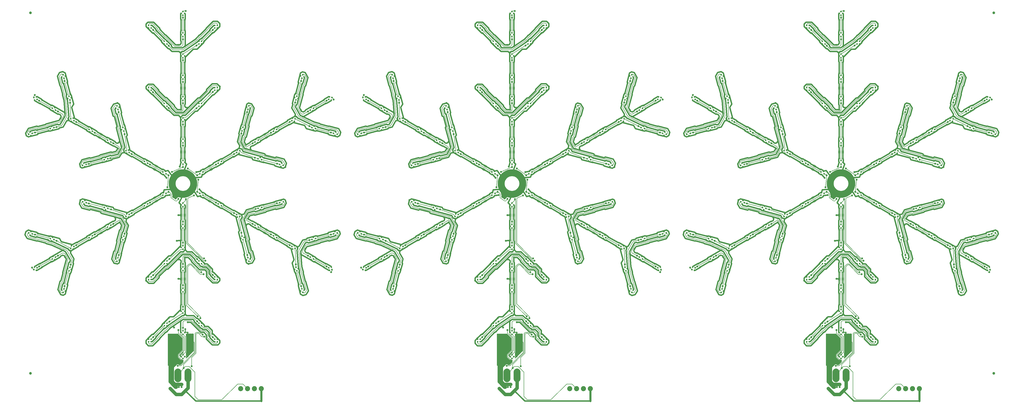
<source format=gbr>
G04 EAGLE Gerber RS-274X export*
G75*
%MOMM*%
%FSLAX34Y34*%
%LPD*%
%INBottom Copper*%
%IPPOS*%
%AMOC8*
5,1,8,0,0,1.08239X$1,22.5*%
G01*
%ADD10C,2.540000*%
%ADD11C,1.000000*%
%ADD12R,0.550000X0.550000*%
%ADD13R,0.550000X0.550000*%
%ADD14R,0.700000X1.000000*%
%ADD15C,2.500000*%
%ADD16C,1.879600*%
%ADD17C,0.152400*%
%ADD18C,0.508000*%
%ADD19C,0.706400*%
%ADD20C,0.304800*%
%ADD21C,1.270000*%
%ADD22C,0.756400*%
%ADD23C,0.500000*%
%ADD24C,0.800000*%

G36*
X2408305Y-673599D02*
X2408305Y-673599D01*
X2408324Y-673601D01*
X2408426Y-673579D01*
X2408528Y-673562D01*
X2408545Y-673553D01*
X2408565Y-673548D01*
X2408654Y-673495D01*
X2408745Y-673447D01*
X2408759Y-673433D01*
X2408776Y-673422D01*
X2408843Y-673344D01*
X2408915Y-673269D01*
X2408923Y-673251D01*
X2408936Y-673235D01*
X2408975Y-673139D01*
X2409018Y-673046D01*
X2409020Y-673026D01*
X2409028Y-673007D01*
X2409046Y-672841D01*
X2409046Y-671642D01*
X2412008Y-668680D01*
X2416198Y-668680D01*
X2418745Y-671227D01*
X2418819Y-671280D01*
X2418888Y-671339D01*
X2418918Y-671352D01*
X2418944Y-671370D01*
X2419031Y-671397D01*
X2419116Y-671431D01*
X2419157Y-671436D01*
X2419179Y-671443D01*
X2419212Y-671442D01*
X2419283Y-671450D01*
X2424376Y-671450D01*
X2424467Y-671435D01*
X2424557Y-671428D01*
X2424587Y-671415D01*
X2424619Y-671410D01*
X2424700Y-671367D01*
X2424784Y-671332D01*
X2424816Y-671306D01*
X2424837Y-671295D01*
X2424859Y-671272D01*
X2424915Y-671227D01*
X2435361Y-660780D01*
X2435414Y-660706D01*
X2435474Y-660637D01*
X2435486Y-660607D01*
X2435505Y-660581D01*
X2435532Y-660494D01*
X2435566Y-660409D01*
X2435570Y-660368D01*
X2435577Y-660345D01*
X2435576Y-660313D01*
X2435584Y-660242D01*
X2435584Y-652472D01*
X2435573Y-652401D01*
X2435571Y-652330D01*
X2435553Y-652281D01*
X2435545Y-652229D01*
X2435511Y-652166D01*
X2435486Y-652099D01*
X2435454Y-652058D01*
X2435429Y-652012D01*
X2435378Y-651963D01*
X2435333Y-651907D01*
X2435289Y-651878D01*
X2435251Y-651842D01*
X2435186Y-651812D01*
X2435126Y-651774D01*
X2435075Y-651761D01*
X2435028Y-651739D01*
X2434957Y-651731D01*
X2434887Y-651713D01*
X2434835Y-651718D01*
X2434784Y-651712D01*
X2434713Y-651727D01*
X2434642Y-651733D01*
X2434594Y-651753D01*
X2434543Y-651764D01*
X2434482Y-651801D01*
X2434416Y-651829D01*
X2434360Y-651874D01*
X2434332Y-651890D01*
X2434317Y-651908D01*
X2434285Y-651934D01*
X2433987Y-652232D01*
X2432723Y-652232D01*
X2432488Y-651996D01*
X2432471Y-651984D01*
X2432459Y-651969D01*
X2432372Y-651913D01*
X2432288Y-651852D01*
X2432269Y-651847D01*
X2432252Y-651836D01*
X2432152Y-651810D01*
X2432053Y-651780D01*
X2432033Y-651781D01*
X2432014Y-651776D01*
X2431911Y-651784D01*
X2431807Y-651786D01*
X2431788Y-651793D01*
X2431768Y-651795D01*
X2431673Y-651835D01*
X2431576Y-651871D01*
X2431560Y-651883D01*
X2431542Y-651891D01*
X2431411Y-651996D01*
X2431020Y-652387D01*
X2424908Y-652387D01*
X2416068Y-643548D01*
X2416068Y-631653D01*
X2431915Y-615806D01*
X2431968Y-615732D01*
X2432028Y-615663D01*
X2432040Y-615633D01*
X2432059Y-615607D01*
X2432086Y-615520D01*
X2432120Y-615435D01*
X2432124Y-615394D01*
X2432131Y-615371D01*
X2432130Y-615339D01*
X2432138Y-615268D01*
X2432138Y-571933D01*
X2432124Y-571843D01*
X2432116Y-571752D01*
X2432104Y-571722D01*
X2432099Y-571690D01*
X2432056Y-571610D01*
X2432020Y-571526D01*
X2431994Y-571494D01*
X2431983Y-571473D01*
X2431960Y-571451D01*
X2431915Y-571395D01*
X2415983Y-555462D01*
X2415909Y-555409D01*
X2415839Y-555350D01*
X2415809Y-555338D01*
X2415783Y-555319D01*
X2415696Y-555292D01*
X2415611Y-555258D01*
X2415570Y-555253D01*
X2415548Y-555246D01*
X2415516Y-555247D01*
X2415445Y-555239D01*
X2378315Y-555239D01*
X2378295Y-555242D01*
X2378276Y-555240D01*
X2378174Y-555262D01*
X2378072Y-555279D01*
X2378055Y-555288D01*
X2378035Y-555293D01*
X2377946Y-555346D01*
X2377855Y-555394D01*
X2377841Y-555409D01*
X2377824Y-555419D01*
X2377757Y-555497D01*
X2377686Y-555572D01*
X2377677Y-555590D01*
X2377664Y-555606D01*
X2377625Y-555702D01*
X2377582Y-555796D01*
X2377580Y-555815D01*
X2377572Y-555834D01*
X2377554Y-556001D01*
X2377554Y-562825D01*
X2377568Y-562915D01*
X2377576Y-563006D01*
X2377588Y-563036D01*
X2377594Y-563068D01*
X2377636Y-563148D01*
X2377672Y-563232D01*
X2377698Y-563264D01*
X2377709Y-563285D01*
X2377732Y-563307D01*
X2377777Y-563363D01*
X2377919Y-563505D01*
X2377915Y-672840D01*
X2377918Y-672860D01*
X2377916Y-672880D01*
X2377938Y-672981D01*
X2377954Y-673083D01*
X2377964Y-673101D01*
X2377968Y-673120D01*
X2378021Y-673209D01*
X2378069Y-673301D01*
X2378084Y-673314D01*
X2378094Y-673331D01*
X2378173Y-673399D01*
X2378248Y-673470D01*
X2378266Y-673478D01*
X2378281Y-673491D01*
X2378377Y-673530D01*
X2378471Y-673574D01*
X2378491Y-673576D01*
X2378509Y-673583D01*
X2378676Y-673602D01*
X2408285Y-673602D01*
X2408305Y-673599D01*
G37*
G36*
X1191627Y-673599D02*
X1191627Y-673599D01*
X1191646Y-673601D01*
X1191748Y-673579D01*
X1191850Y-673562D01*
X1191867Y-673553D01*
X1191887Y-673548D01*
X1191976Y-673495D01*
X1192067Y-673447D01*
X1192081Y-673433D01*
X1192098Y-673422D01*
X1192165Y-673344D01*
X1192237Y-673269D01*
X1192245Y-673251D01*
X1192258Y-673235D01*
X1192297Y-673139D01*
X1192340Y-673046D01*
X1192342Y-673026D01*
X1192350Y-673007D01*
X1192368Y-672841D01*
X1192368Y-671642D01*
X1195330Y-668680D01*
X1199520Y-668680D01*
X1202067Y-671227D01*
X1202141Y-671280D01*
X1202210Y-671339D01*
X1202240Y-671352D01*
X1202266Y-671370D01*
X1202353Y-671397D01*
X1202438Y-671431D01*
X1202479Y-671436D01*
X1202501Y-671443D01*
X1202534Y-671442D01*
X1202605Y-671450D01*
X1207698Y-671450D01*
X1207789Y-671435D01*
X1207879Y-671428D01*
X1207909Y-671415D01*
X1207941Y-671410D01*
X1208022Y-671367D01*
X1208106Y-671332D01*
X1208138Y-671306D01*
X1208159Y-671295D01*
X1208181Y-671272D01*
X1208237Y-671227D01*
X1218683Y-660780D01*
X1218736Y-660706D01*
X1218796Y-660637D01*
X1218808Y-660607D01*
X1218827Y-660581D01*
X1218854Y-660494D01*
X1218888Y-660409D01*
X1218892Y-660368D01*
X1218899Y-660345D01*
X1218898Y-660313D01*
X1218906Y-660242D01*
X1218906Y-652472D01*
X1218895Y-652401D01*
X1218893Y-652330D01*
X1218875Y-652281D01*
X1218867Y-652229D01*
X1218833Y-652166D01*
X1218808Y-652099D01*
X1218776Y-652058D01*
X1218751Y-652012D01*
X1218700Y-651963D01*
X1218655Y-651907D01*
X1218611Y-651878D01*
X1218573Y-651842D01*
X1218508Y-651812D01*
X1218448Y-651774D01*
X1218397Y-651761D01*
X1218350Y-651739D01*
X1218279Y-651731D01*
X1218209Y-651713D01*
X1218157Y-651718D01*
X1218106Y-651712D01*
X1218035Y-651727D01*
X1217964Y-651733D01*
X1217916Y-651753D01*
X1217865Y-651764D01*
X1217804Y-651801D01*
X1217738Y-651829D01*
X1217682Y-651874D01*
X1217654Y-651890D01*
X1217639Y-651908D01*
X1217607Y-651934D01*
X1217309Y-652232D01*
X1216045Y-652232D01*
X1215810Y-651996D01*
X1215793Y-651984D01*
X1215781Y-651969D01*
X1215694Y-651913D01*
X1215610Y-651852D01*
X1215591Y-651847D01*
X1215574Y-651836D01*
X1215474Y-651810D01*
X1215375Y-651780D01*
X1215355Y-651781D01*
X1215336Y-651776D01*
X1215233Y-651784D01*
X1215129Y-651786D01*
X1215110Y-651793D01*
X1215090Y-651795D01*
X1214995Y-651835D01*
X1214898Y-651871D01*
X1214882Y-651883D01*
X1214864Y-651891D01*
X1214733Y-651996D01*
X1214342Y-652387D01*
X1208230Y-652387D01*
X1199390Y-643548D01*
X1199390Y-631653D01*
X1215237Y-615806D01*
X1215290Y-615732D01*
X1215350Y-615663D01*
X1215362Y-615633D01*
X1215381Y-615607D01*
X1215408Y-615520D01*
X1215442Y-615435D01*
X1215446Y-615394D01*
X1215453Y-615371D01*
X1215452Y-615339D01*
X1215460Y-615268D01*
X1215460Y-571933D01*
X1215446Y-571843D01*
X1215438Y-571752D01*
X1215426Y-571722D01*
X1215421Y-571690D01*
X1215378Y-571610D01*
X1215342Y-571526D01*
X1215316Y-571494D01*
X1215305Y-571473D01*
X1215282Y-571451D01*
X1215237Y-571395D01*
X1199305Y-555462D01*
X1199231Y-555409D01*
X1199161Y-555350D01*
X1199131Y-555338D01*
X1199105Y-555319D01*
X1199018Y-555292D01*
X1198933Y-555258D01*
X1198892Y-555253D01*
X1198870Y-555246D01*
X1198838Y-555247D01*
X1198767Y-555239D01*
X1161637Y-555239D01*
X1161617Y-555242D01*
X1161598Y-555240D01*
X1161496Y-555262D01*
X1161394Y-555279D01*
X1161377Y-555288D01*
X1161357Y-555293D01*
X1161268Y-555346D01*
X1161177Y-555394D01*
X1161163Y-555409D01*
X1161146Y-555419D01*
X1161079Y-555497D01*
X1161008Y-555572D01*
X1160999Y-555590D01*
X1160986Y-555606D01*
X1160947Y-555702D01*
X1160904Y-555796D01*
X1160902Y-555815D01*
X1160894Y-555834D01*
X1160876Y-556001D01*
X1160876Y-562825D01*
X1160890Y-562915D01*
X1160898Y-563006D01*
X1160910Y-563036D01*
X1160916Y-563068D01*
X1160958Y-563148D01*
X1160994Y-563232D01*
X1161020Y-563264D01*
X1161031Y-563285D01*
X1161054Y-563307D01*
X1161099Y-563363D01*
X1161241Y-563505D01*
X1161237Y-672840D01*
X1161240Y-672860D01*
X1161238Y-672880D01*
X1161260Y-672981D01*
X1161276Y-673083D01*
X1161286Y-673101D01*
X1161290Y-673120D01*
X1161343Y-673209D01*
X1161391Y-673301D01*
X1161406Y-673314D01*
X1161416Y-673331D01*
X1161495Y-673399D01*
X1161570Y-673470D01*
X1161588Y-673478D01*
X1161603Y-673491D01*
X1161699Y-673530D01*
X1161793Y-673574D01*
X1161813Y-673576D01*
X1161831Y-673583D01*
X1161998Y-673602D01*
X1191607Y-673602D01*
X1191627Y-673599D01*
G37*
G36*
X-25051Y-673599D02*
X-25051Y-673599D01*
X-25032Y-673601D01*
X-24930Y-673579D01*
X-24828Y-673562D01*
X-24811Y-673553D01*
X-24791Y-673548D01*
X-24702Y-673495D01*
X-24611Y-673447D01*
X-24597Y-673433D01*
X-24580Y-673422D01*
X-24513Y-673344D01*
X-24441Y-673269D01*
X-24433Y-673251D01*
X-24420Y-673235D01*
X-24381Y-673139D01*
X-24338Y-673046D01*
X-24336Y-673026D01*
X-24328Y-673007D01*
X-24310Y-672841D01*
X-24310Y-671642D01*
X-21348Y-668680D01*
X-17158Y-668680D01*
X-14611Y-671227D01*
X-14537Y-671280D01*
X-14468Y-671339D01*
X-14438Y-671352D01*
X-14412Y-671370D01*
X-14325Y-671397D01*
X-14240Y-671431D01*
X-14199Y-671436D01*
X-14177Y-671443D01*
X-14144Y-671442D01*
X-14073Y-671450D01*
X-8980Y-671450D01*
X-8889Y-671435D01*
X-8799Y-671428D01*
X-8769Y-671415D01*
X-8737Y-671410D01*
X-8656Y-671367D01*
X-8572Y-671332D01*
X-8540Y-671306D01*
X-8519Y-671295D01*
X-8497Y-671272D01*
X-8441Y-671227D01*
X2005Y-660780D01*
X2058Y-660706D01*
X2118Y-660637D01*
X2130Y-660607D01*
X2149Y-660581D01*
X2176Y-660494D01*
X2210Y-660409D01*
X2214Y-660368D01*
X2221Y-660345D01*
X2220Y-660313D01*
X2228Y-660242D01*
X2228Y-652472D01*
X2217Y-652401D01*
X2215Y-652330D01*
X2197Y-652281D01*
X2189Y-652229D01*
X2155Y-652166D01*
X2130Y-652099D01*
X2098Y-652058D01*
X2073Y-652012D01*
X2022Y-651963D01*
X1977Y-651907D01*
X1933Y-651878D01*
X1895Y-651842D01*
X1830Y-651812D01*
X1770Y-651774D01*
X1719Y-651761D01*
X1672Y-651739D01*
X1601Y-651731D01*
X1531Y-651713D01*
X1479Y-651718D01*
X1428Y-651712D01*
X1357Y-651727D01*
X1286Y-651733D01*
X1238Y-651753D01*
X1187Y-651764D01*
X1126Y-651801D01*
X1060Y-651829D01*
X1004Y-651874D01*
X976Y-651890D01*
X961Y-651908D01*
X929Y-651934D01*
X631Y-652232D01*
X-633Y-652232D01*
X-868Y-651996D01*
X-885Y-651984D01*
X-897Y-651969D01*
X-984Y-651913D01*
X-1068Y-651852D01*
X-1087Y-651847D01*
X-1104Y-651836D01*
X-1204Y-651810D01*
X-1303Y-651780D01*
X-1323Y-651781D01*
X-1342Y-651776D01*
X-1445Y-651784D01*
X-1549Y-651786D01*
X-1568Y-651793D01*
X-1588Y-651795D01*
X-1683Y-651835D01*
X-1780Y-651871D01*
X-1796Y-651883D01*
X-1814Y-651891D01*
X-1945Y-651996D01*
X-2336Y-652387D01*
X-8448Y-652387D01*
X-17288Y-643548D01*
X-17288Y-631653D01*
X-1441Y-615806D01*
X-1388Y-615732D01*
X-1328Y-615663D01*
X-1316Y-615633D01*
X-1297Y-615607D01*
X-1270Y-615520D01*
X-1236Y-615435D01*
X-1232Y-615394D01*
X-1225Y-615371D01*
X-1226Y-615339D01*
X-1218Y-615268D01*
X-1218Y-571933D01*
X-1232Y-571843D01*
X-1240Y-571752D01*
X-1252Y-571722D01*
X-1257Y-571690D01*
X-1300Y-571610D01*
X-1336Y-571526D01*
X-1362Y-571494D01*
X-1373Y-571473D01*
X-1396Y-571451D01*
X-1441Y-571395D01*
X-17373Y-555462D01*
X-17447Y-555409D01*
X-17517Y-555350D01*
X-17547Y-555338D01*
X-17573Y-555319D01*
X-17660Y-555292D01*
X-17745Y-555258D01*
X-17786Y-555253D01*
X-17808Y-555246D01*
X-17840Y-555247D01*
X-17911Y-555239D01*
X-55041Y-555239D01*
X-55061Y-555242D01*
X-55080Y-555240D01*
X-55182Y-555262D01*
X-55284Y-555279D01*
X-55301Y-555288D01*
X-55321Y-555293D01*
X-55410Y-555346D01*
X-55501Y-555394D01*
X-55515Y-555409D01*
X-55532Y-555419D01*
X-55599Y-555497D01*
X-55671Y-555572D01*
X-55679Y-555590D01*
X-55692Y-555606D01*
X-55731Y-555702D01*
X-55774Y-555796D01*
X-55776Y-555815D01*
X-55784Y-555834D01*
X-55802Y-556001D01*
X-55802Y-562825D01*
X-55788Y-562915D01*
X-55780Y-563006D01*
X-55768Y-563036D01*
X-55763Y-563068D01*
X-55720Y-563148D01*
X-55684Y-563232D01*
X-55658Y-563264D01*
X-55647Y-563285D01*
X-55624Y-563307D01*
X-55579Y-563363D01*
X-55437Y-563505D01*
X-55441Y-672840D01*
X-55438Y-672860D01*
X-55440Y-672880D01*
X-55418Y-672981D01*
X-55402Y-673083D01*
X-55392Y-673101D01*
X-55388Y-673120D01*
X-55335Y-673209D01*
X-55287Y-673301D01*
X-55272Y-673314D01*
X-55262Y-673331D01*
X-55183Y-673399D01*
X-55108Y-673470D01*
X-55090Y-673478D01*
X-55075Y-673491D01*
X-54979Y-673530D01*
X-54885Y-673574D01*
X-54865Y-673576D01*
X-54847Y-673583D01*
X-54680Y-673602D01*
X-25071Y-673602D01*
X-25051Y-673599D01*
G37*
G36*
X12125Y-647169D02*
X12125Y-647169D01*
X12196Y-647164D01*
X12244Y-647144D01*
X12295Y-647132D01*
X12356Y-647096D01*
X12422Y-647068D01*
X12478Y-647023D01*
X12506Y-647006D01*
X12521Y-646989D01*
X12553Y-646963D01*
X39477Y-620039D01*
X39530Y-619965D01*
X39590Y-619895D01*
X39602Y-619865D01*
X39621Y-619839D01*
X39648Y-619752D01*
X39682Y-619667D01*
X39686Y-619626D01*
X39693Y-619604D01*
X39692Y-619572D01*
X39700Y-619501D01*
X39700Y-556001D01*
X39697Y-555981D01*
X39699Y-555961D01*
X39677Y-555860D01*
X39661Y-555758D01*
X39651Y-555740D01*
X39647Y-555721D01*
X39594Y-555632D01*
X39545Y-555540D01*
X39531Y-555527D01*
X39521Y-555510D01*
X39442Y-555442D01*
X39367Y-555371D01*
X39349Y-555363D01*
X39334Y-555350D01*
X39238Y-555311D01*
X39144Y-555267D01*
X39124Y-555265D01*
X39106Y-555258D01*
X38939Y-555239D01*
X12015Y-555239D01*
X11995Y-555242D01*
X11976Y-555240D01*
X11874Y-555262D01*
X11772Y-555279D01*
X11755Y-555288D01*
X11735Y-555293D01*
X11646Y-555346D01*
X11555Y-555394D01*
X11541Y-555409D01*
X11524Y-555419D01*
X11457Y-555497D01*
X11386Y-555572D01*
X11377Y-555590D01*
X11364Y-555606D01*
X11325Y-555702D01*
X11282Y-555796D01*
X11280Y-555815D01*
X11272Y-555834D01*
X11254Y-556001D01*
X11254Y-565291D01*
X11269Y-565382D01*
X11276Y-565472D01*
X11288Y-565502D01*
X11294Y-565534D01*
X11336Y-565615D01*
X11372Y-565699D01*
X11398Y-565731D01*
X11409Y-565752D01*
X11432Y-565774D01*
X11477Y-565830D01*
X11787Y-566140D01*
X11787Y-624829D01*
X11477Y-625139D01*
X11424Y-625213D01*
X11364Y-625283D01*
X11352Y-625313D01*
X11333Y-625339D01*
X11306Y-625426D01*
X11272Y-625511D01*
X11268Y-625552D01*
X11261Y-625574D01*
X11262Y-625606D01*
X11254Y-625677D01*
X11254Y-636840D01*
X11269Y-636930D01*
X11276Y-637021D01*
X11288Y-637051D01*
X11294Y-637083D01*
X11336Y-637164D01*
X11372Y-637248D01*
X11398Y-637280D01*
X11409Y-637300D01*
X11432Y-637323D01*
X11477Y-637379D01*
X12639Y-638540D01*
X12973Y-639120D01*
X13146Y-639766D01*
X13146Y-640435D01*
X12973Y-641081D01*
X12639Y-641661D01*
X11477Y-642823D01*
X11424Y-642897D01*
X11364Y-642966D01*
X11352Y-642996D01*
X11333Y-643022D01*
X11306Y-643109D01*
X11272Y-643194D01*
X11268Y-643235D01*
X11261Y-643257D01*
X11262Y-643290D01*
X11254Y-643361D01*
X11254Y-646425D01*
X11265Y-646495D01*
X11267Y-646567D01*
X11285Y-646616D01*
X11294Y-646667D01*
X11327Y-646730D01*
X11352Y-646798D01*
X11384Y-646839D01*
X11409Y-646885D01*
X11460Y-646934D01*
X11505Y-646990D01*
X11549Y-647018D01*
X11587Y-647054D01*
X11652Y-647084D01*
X11712Y-647123D01*
X11763Y-647136D01*
X11810Y-647158D01*
X11881Y-647166D01*
X11951Y-647183D01*
X12003Y-647179D01*
X12054Y-647185D01*
X12125Y-647169D01*
G37*
G36*
X2445481Y-647169D02*
X2445481Y-647169D01*
X2445552Y-647164D01*
X2445600Y-647144D01*
X2445651Y-647132D01*
X2445712Y-647096D01*
X2445778Y-647068D01*
X2445834Y-647023D01*
X2445862Y-647006D01*
X2445877Y-646989D01*
X2445909Y-646963D01*
X2472833Y-620039D01*
X2472886Y-619965D01*
X2472946Y-619895D01*
X2472958Y-619865D01*
X2472977Y-619839D01*
X2473004Y-619752D01*
X2473038Y-619667D01*
X2473042Y-619626D01*
X2473049Y-619604D01*
X2473048Y-619572D01*
X2473056Y-619501D01*
X2473056Y-556001D01*
X2473053Y-555981D01*
X2473055Y-555961D01*
X2473033Y-555860D01*
X2473017Y-555758D01*
X2473007Y-555740D01*
X2473003Y-555721D01*
X2472950Y-555632D01*
X2472901Y-555540D01*
X2472887Y-555527D01*
X2472877Y-555510D01*
X2472798Y-555442D01*
X2472723Y-555371D01*
X2472705Y-555363D01*
X2472690Y-555350D01*
X2472594Y-555311D01*
X2472500Y-555267D01*
X2472480Y-555265D01*
X2472462Y-555258D01*
X2472295Y-555239D01*
X2445371Y-555239D01*
X2445351Y-555242D01*
X2445332Y-555240D01*
X2445230Y-555262D01*
X2445128Y-555279D01*
X2445111Y-555288D01*
X2445091Y-555293D01*
X2445002Y-555346D01*
X2444911Y-555394D01*
X2444897Y-555409D01*
X2444880Y-555419D01*
X2444813Y-555497D01*
X2444742Y-555572D01*
X2444733Y-555590D01*
X2444720Y-555606D01*
X2444681Y-555702D01*
X2444638Y-555796D01*
X2444636Y-555815D01*
X2444628Y-555834D01*
X2444610Y-556001D01*
X2444610Y-565291D01*
X2444625Y-565382D01*
X2444632Y-565472D01*
X2444644Y-565502D01*
X2444650Y-565534D01*
X2444692Y-565615D01*
X2444728Y-565699D01*
X2444754Y-565731D01*
X2444765Y-565752D01*
X2444788Y-565774D01*
X2444833Y-565830D01*
X2445143Y-566140D01*
X2445143Y-624829D01*
X2444833Y-625139D01*
X2444780Y-625213D01*
X2444720Y-625283D01*
X2444708Y-625313D01*
X2444689Y-625339D01*
X2444662Y-625426D01*
X2444628Y-625511D01*
X2444624Y-625552D01*
X2444617Y-625574D01*
X2444618Y-625606D01*
X2444610Y-625677D01*
X2444610Y-636840D01*
X2444625Y-636930D01*
X2444632Y-637021D01*
X2444644Y-637051D01*
X2444650Y-637083D01*
X2444692Y-637164D01*
X2444728Y-637248D01*
X2444754Y-637280D01*
X2444765Y-637300D01*
X2444788Y-637323D01*
X2444833Y-637378D01*
X2445995Y-638540D01*
X2446329Y-639120D01*
X2446502Y-639766D01*
X2446502Y-640435D01*
X2446329Y-641081D01*
X2445995Y-641661D01*
X2444833Y-642823D01*
X2444780Y-642897D01*
X2444720Y-642966D01*
X2444708Y-642996D01*
X2444689Y-643022D01*
X2444662Y-643109D01*
X2444628Y-643194D01*
X2444624Y-643235D01*
X2444617Y-643257D01*
X2444618Y-643290D01*
X2444610Y-643361D01*
X2444610Y-646425D01*
X2444621Y-646495D01*
X2444623Y-646567D01*
X2444641Y-646616D01*
X2444650Y-646667D01*
X2444683Y-646730D01*
X2444708Y-646798D01*
X2444740Y-646839D01*
X2444765Y-646885D01*
X2444816Y-646934D01*
X2444861Y-646990D01*
X2444905Y-647018D01*
X2444943Y-647054D01*
X2445008Y-647084D01*
X2445068Y-647123D01*
X2445119Y-647136D01*
X2445166Y-647158D01*
X2445237Y-647166D01*
X2445307Y-647183D01*
X2445359Y-647179D01*
X2445410Y-647185D01*
X2445481Y-647169D01*
G37*
G36*
X1228803Y-647169D02*
X1228803Y-647169D01*
X1228874Y-647164D01*
X1228922Y-647144D01*
X1228973Y-647132D01*
X1229034Y-647096D01*
X1229100Y-647068D01*
X1229156Y-647023D01*
X1229184Y-647006D01*
X1229199Y-646989D01*
X1229231Y-646963D01*
X1256155Y-620039D01*
X1256208Y-619965D01*
X1256268Y-619895D01*
X1256280Y-619865D01*
X1256299Y-619839D01*
X1256326Y-619752D01*
X1256360Y-619667D01*
X1256364Y-619626D01*
X1256371Y-619604D01*
X1256370Y-619572D01*
X1256378Y-619501D01*
X1256378Y-556001D01*
X1256375Y-555981D01*
X1256377Y-555961D01*
X1256355Y-555860D01*
X1256339Y-555758D01*
X1256329Y-555740D01*
X1256325Y-555721D01*
X1256272Y-555632D01*
X1256223Y-555540D01*
X1256209Y-555527D01*
X1256199Y-555510D01*
X1256120Y-555442D01*
X1256045Y-555371D01*
X1256027Y-555363D01*
X1256012Y-555350D01*
X1255916Y-555311D01*
X1255822Y-555267D01*
X1255802Y-555265D01*
X1255784Y-555258D01*
X1255617Y-555239D01*
X1228693Y-555239D01*
X1228673Y-555242D01*
X1228654Y-555240D01*
X1228552Y-555262D01*
X1228450Y-555279D01*
X1228433Y-555288D01*
X1228413Y-555293D01*
X1228324Y-555346D01*
X1228233Y-555394D01*
X1228219Y-555409D01*
X1228202Y-555419D01*
X1228135Y-555497D01*
X1228064Y-555572D01*
X1228055Y-555590D01*
X1228042Y-555606D01*
X1228003Y-555702D01*
X1227960Y-555796D01*
X1227958Y-555815D01*
X1227950Y-555834D01*
X1227932Y-556001D01*
X1227932Y-565291D01*
X1227947Y-565382D01*
X1227954Y-565472D01*
X1227966Y-565502D01*
X1227972Y-565534D01*
X1228014Y-565615D01*
X1228050Y-565699D01*
X1228076Y-565731D01*
X1228087Y-565752D01*
X1228110Y-565774D01*
X1228155Y-565830D01*
X1228465Y-566140D01*
X1228465Y-624829D01*
X1228155Y-625139D01*
X1228102Y-625213D01*
X1228042Y-625283D01*
X1228030Y-625313D01*
X1228011Y-625339D01*
X1227984Y-625426D01*
X1227950Y-625511D01*
X1227946Y-625552D01*
X1227939Y-625574D01*
X1227940Y-625606D01*
X1227932Y-625677D01*
X1227932Y-636840D01*
X1227947Y-636930D01*
X1227954Y-637021D01*
X1227966Y-637051D01*
X1227972Y-637083D01*
X1228014Y-637164D01*
X1228050Y-637248D01*
X1228076Y-637280D01*
X1228087Y-637300D01*
X1228110Y-637323D01*
X1228155Y-637378D01*
X1229317Y-638540D01*
X1229651Y-639120D01*
X1229824Y-639766D01*
X1229824Y-640435D01*
X1229651Y-641081D01*
X1229317Y-641661D01*
X1228155Y-642823D01*
X1228102Y-642897D01*
X1228042Y-642966D01*
X1228030Y-642996D01*
X1228011Y-643022D01*
X1227984Y-643109D01*
X1227950Y-643194D01*
X1227946Y-643235D01*
X1227939Y-643257D01*
X1227940Y-643290D01*
X1227932Y-643361D01*
X1227932Y-646425D01*
X1227943Y-646495D01*
X1227945Y-646567D01*
X1227963Y-646616D01*
X1227972Y-646667D01*
X1228005Y-646730D01*
X1228030Y-646798D01*
X1228062Y-646839D01*
X1228087Y-646885D01*
X1228138Y-646934D01*
X1228183Y-646990D01*
X1228227Y-647018D01*
X1228265Y-647054D01*
X1228330Y-647084D01*
X1228390Y-647123D01*
X1228441Y-647136D01*
X1228488Y-647158D01*
X1228559Y-647166D01*
X1228629Y-647183D01*
X1228681Y-647179D01*
X1228732Y-647185D01*
X1228803Y-647169D01*
G37*
G36*
X2425809Y-640851D02*
X2425809Y-640851D01*
X2425913Y-640848D01*
X2425932Y-640841D01*
X2425951Y-640840D01*
X2426046Y-640799D01*
X2426144Y-640764D01*
X2426160Y-640751D01*
X2426178Y-640744D01*
X2426309Y-640639D01*
X2427176Y-639772D01*
X2427187Y-639756D01*
X2427203Y-639743D01*
X2427259Y-639656D01*
X2427319Y-639572D01*
X2427325Y-639553D01*
X2427336Y-639536D01*
X2427361Y-639436D01*
X2427392Y-639337D01*
X2427391Y-639317D01*
X2427396Y-639298D01*
X2427388Y-639195D01*
X2427385Y-639091D01*
X2427378Y-639072D01*
X2427377Y-639052D01*
X2427336Y-638958D01*
X2427301Y-638860D01*
X2427288Y-638844D01*
X2427281Y-638826D01*
X2427176Y-638695D01*
X2423868Y-635388D01*
X2425077Y-634178D01*
X2425657Y-633844D01*
X2426303Y-633671D01*
X2426972Y-633671D01*
X2426983Y-633674D01*
X2427101Y-633685D01*
X2427219Y-633699D01*
X2427224Y-633698D01*
X2427228Y-633698D01*
X2427343Y-633672D01*
X2427460Y-633646D01*
X2427463Y-633644D01*
X2427467Y-633643D01*
X2427569Y-633581D01*
X2427671Y-633520D01*
X2427674Y-633517D01*
X2427677Y-633515D01*
X2427753Y-633424D01*
X2427831Y-633333D01*
X2427832Y-633329D01*
X2427835Y-633326D01*
X2427878Y-633216D01*
X2427923Y-633105D01*
X2427923Y-633100D01*
X2427925Y-633097D01*
X2427925Y-633083D01*
X2427941Y-632938D01*
X2427941Y-632751D01*
X2432723Y-627969D01*
X2433987Y-627969D01*
X2434222Y-628205D01*
X2434239Y-628217D01*
X2434251Y-628232D01*
X2434338Y-628288D01*
X2434422Y-628349D01*
X2434441Y-628354D01*
X2434458Y-628365D01*
X2434558Y-628390D01*
X2434657Y-628421D01*
X2434677Y-628420D01*
X2434696Y-628425D01*
X2434800Y-628417D01*
X2434903Y-628415D01*
X2434922Y-628408D01*
X2434942Y-628406D01*
X2435037Y-628366D01*
X2435134Y-628330D01*
X2435150Y-628318D01*
X2435168Y-628310D01*
X2435299Y-628205D01*
X2435361Y-628143D01*
X2435414Y-628069D01*
X2435474Y-627999D01*
X2435486Y-627969D01*
X2435505Y-627943D01*
X2435532Y-627856D01*
X2435566Y-627771D01*
X2435570Y-627730D01*
X2435577Y-627708D01*
X2435576Y-627676D01*
X2435584Y-627605D01*
X2435584Y-620443D01*
X2435573Y-620372D01*
X2435571Y-620301D01*
X2435553Y-620252D01*
X2435545Y-620200D01*
X2435511Y-620137D01*
X2435486Y-620070D01*
X2435454Y-620029D01*
X2435429Y-619983D01*
X2435378Y-619934D01*
X2435333Y-619878D01*
X2435289Y-619849D01*
X2435251Y-619813D01*
X2435186Y-619783D01*
X2435126Y-619745D01*
X2435075Y-619732D01*
X2435028Y-619710D01*
X2434957Y-619702D01*
X2434887Y-619684D01*
X2434835Y-619689D01*
X2434784Y-619683D01*
X2434713Y-619698D01*
X2434642Y-619704D01*
X2434594Y-619724D01*
X2434543Y-619735D01*
X2434482Y-619772D01*
X2434416Y-619800D01*
X2434360Y-619845D01*
X2434332Y-619861D01*
X2434317Y-619879D01*
X2434285Y-619905D01*
X2420865Y-633325D01*
X2420812Y-633399D01*
X2420752Y-633468D01*
X2420740Y-633498D01*
X2420721Y-633524D01*
X2420694Y-633611D01*
X2420660Y-633696D01*
X2420656Y-633737D01*
X2420649Y-633760D01*
X2420650Y-633792D01*
X2420642Y-633863D01*
X2420642Y-636776D01*
X2420653Y-636847D01*
X2420655Y-636919D01*
X2420673Y-636968D01*
X2420681Y-637019D01*
X2420715Y-637082D01*
X2420740Y-637150D01*
X2420772Y-637190D01*
X2420797Y-637236D01*
X2420849Y-637286D01*
X2420893Y-637342D01*
X2420937Y-637370D01*
X2420975Y-637406D01*
X2421040Y-637436D01*
X2421100Y-637475D01*
X2421151Y-637487D01*
X2421198Y-637509D01*
X2421269Y-637517D01*
X2421339Y-637535D01*
X2421391Y-637531D01*
X2421442Y-637537D01*
X2421513Y-637521D01*
X2421584Y-637516D01*
X2421632Y-637495D01*
X2421683Y-637484D01*
X2421744Y-637447D01*
X2421810Y-637419D01*
X2421866Y-637375D01*
X2421894Y-637358D01*
X2421909Y-637340D01*
X2421923Y-637329D01*
X2425232Y-640639D01*
X2425248Y-640650D01*
X2425261Y-640666D01*
X2425348Y-640722D01*
X2425432Y-640782D01*
X2425451Y-640788D01*
X2425468Y-640799D01*
X2425568Y-640824D01*
X2425667Y-640855D01*
X2425687Y-640854D01*
X2425706Y-640859D01*
X2425809Y-640851D01*
G37*
G36*
X1209131Y-640851D02*
X1209131Y-640851D01*
X1209235Y-640848D01*
X1209254Y-640841D01*
X1209273Y-640840D01*
X1209368Y-640799D01*
X1209466Y-640764D01*
X1209482Y-640751D01*
X1209500Y-640744D01*
X1209631Y-640639D01*
X1210498Y-639772D01*
X1210509Y-639756D01*
X1210525Y-639743D01*
X1210581Y-639656D01*
X1210641Y-639572D01*
X1210647Y-639553D01*
X1210658Y-639536D01*
X1210683Y-639436D01*
X1210714Y-639337D01*
X1210713Y-639317D01*
X1210718Y-639298D01*
X1210710Y-639195D01*
X1210707Y-639091D01*
X1210700Y-639072D01*
X1210699Y-639052D01*
X1210658Y-638958D01*
X1210623Y-638860D01*
X1210610Y-638844D01*
X1210603Y-638826D01*
X1210498Y-638695D01*
X1207190Y-635388D01*
X1208399Y-634178D01*
X1208979Y-633844D01*
X1209625Y-633671D01*
X1210294Y-633671D01*
X1210305Y-633674D01*
X1210423Y-633685D01*
X1210541Y-633699D01*
X1210546Y-633698D01*
X1210550Y-633698D01*
X1210665Y-633672D01*
X1210782Y-633646D01*
X1210785Y-633644D01*
X1210789Y-633643D01*
X1210891Y-633581D01*
X1210993Y-633520D01*
X1210996Y-633517D01*
X1210999Y-633515D01*
X1211075Y-633424D01*
X1211153Y-633333D01*
X1211154Y-633329D01*
X1211157Y-633326D01*
X1211200Y-633216D01*
X1211245Y-633105D01*
X1211245Y-633100D01*
X1211247Y-633097D01*
X1211247Y-633083D01*
X1211263Y-632938D01*
X1211263Y-632751D01*
X1216045Y-627969D01*
X1217309Y-627969D01*
X1217544Y-628205D01*
X1217561Y-628217D01*
X1217573Y-628232D01*
X1217660Y-628288D01*
X1217744Y-628349D01*
X1217763Y-628354D01*
X1217780Y-628365D01*
X1217880Y-628391D01*
X1217979Y-628421D01*
X1217999Y-628420D01*
X1218019Y-628425D01*
X1218122Y-628417D01*
X1218225Y-628415D01*
X1218244Y-628408D01*
X1218264Y-628406D01*
X1218359Y-628366D01*
X1218456Y-628330D01*
X1218472Y-628318D01*
X1218490Y-628310D01*
X1218621Y-628205D01*
X1218683Y-628143D01*
X1218736Y-628069D01*
X1218796Y-627999D01*
X1218808Y-627969D01*
X1218827Y-627943D01*
X1218854Y-627856D01*
X1218888Y-627771D01*
X1218892Y-627730D01*
X1218899Y-627708D01*
X1218898Y-627676D01*
X1218906Y-627605D01*
X1218906Y-620443D01*
X1218895Y-620372D01*
X1218893Y-620301D01*
X1218875Y-620252D01*
X1218867Y-620200D01*
X1218833Y-620137D01*
X1218808Y-620070D01*
X1218776Y-620029D01*
X1218751Y-619983D01*
X1218700Y-619934D01*
X1218655Y-619878D01*
X1218611Y-619849D01*
X1218573Y-619813D01*
X1218508Y-619783D01*
X1218448Y-619745D01*
X1218397Y-619732D01*
X1218350Y-619710D01*
X1218279Y-619702D01*
X1218209Y-619684D01*
X1218157Y-619689D01*
X1218106Y-619683D01*
X1218035Y-619698D01*
X1217964Y-619704D01*
X1217916Y-619724D01*
X1217865Y-619735D01*
X1217804Y-619772D01*
X1217738Y-619800D01*
X1217682Y-619845D01*
X1217654Y-619861D01*
X1217639Y-619879D01*
X1217607Y-619905D01*
X1204187Y-633325D01*
X1204134Y-633399D01*
X1204074Y-633468D01*
X1204062Y-633498D01*
X1204043Y-633524D01*
X1204016Y-633611D01*
X1203982Y-633696D01*
X1203978Y-633737D01*
X1203971Y-633760D01*
X1203972Y-633792D01*
X1203964Y-633863D01*
X1203964Y-636776D01*
X1203975Y-636847D01*
X1203977Y-636919D01*
X1203995Y-636968D01*
X1204003Y-637019D01*
X1204037Y-637082D01*
X1204062Y-637150D01*
X1204094Y-637190D01*
X1204119Y-637236D01*
X1204171Y-637286D01*
X1204215Y-637342D01*
X1204259Y-637370D01*
X1204297Y-637406D01*
X1204362Y-637436D01*
X1204422Y-637475D01*
X1204473Y-637487D01*
X1204520Y-637509D01*
X1204591Y-637517D01*
X1204661Y-637535D01*
X1204713Y-637531D01*
X1204764Y-637537D01*
X1204835Y-637521D01*
X1204906Y-637516D01*
X1204954Y-637495D01*
X1205005Y-637484D01*
X1205066Y-637447D01*
X1205132Y-637419D01*
X1205188Y-637375D01*
X1205216Y-637358D01*
X1205231Y-637340D01*
X1205245Y-637329D01*
X1208554Y-640639D01*
X1208570Y-640650D01*
X1208583Y-640666D01*
X1208670Y-640722D01*
X1208754Y-640782D01*
X1208773Y-640788D01*
X1208790Y-640799D01*
X1208890Y-640824D01*
X1208989Y-640855D01*
X1209009Y-640854D01*
X1209028Y-640859D01*
X1209131Y-640851D01*
G37*
G36*
X-7547Y-640851D02*
X-7547Y-640851D01*
X-7443Y-640848D01*
X-7424Y-640841D01*
X-7405Y-640840D01*
X-7310Y-640799D01*
X-7212Y-640764D01*
X-7196Y-640751D01*
X-7178Y-640744D01*
X-7047Y-640639D01*
X-6180Y-639772D01*
X-6169Y-639756D01*
X-6153Y-639743D01*
X-6097Y-639656D01*
X-6037Y-639572D01*
X-6031Y-639553D01*
X-6020Y-639536D01*
X-5995Y-639436D01*
X-5964Y-639337D01*
X-5965Y-639317D01*
X-5960Y-639298D01*
X-5968Y-639195D01*
X-5971Y-639091D01*
X-5978Y-639072D01*
X-5979Y-639052D01*
X-6020Y-638958D01*
X-6055Y-638860D01*
X-6068Y-638844D01*
X-6075Y-638826D01*
X-6180Y-638695D01*
X-9488Y-635388D01*
X-8279Y-634178D01*
X-7699Y-633844D01*
X-7053Y-633671D01*
X-6384Y-633671D01*
X-6373Y-633674D01*
X-6255Y-633685D01*
X-6137Y-633699D01*
X-6133Y-633698D01*
X-6128Y-633698D01*
X-6013Y-633672D01*
X-5896Y-633646D01*
X-5893Y-633644D01*
X-5889Y-633643D01*
X-5786Y-633581D01*
X-5685Y-633520D01*
X-5682Y-633517D01*
X-5679Y-633515D01*
X-5602Y-633423D01*
X-5525Y-633333D01*
X-5524Y-633329D01*
X-5521Y-633326D01*
X-5478Y-633216D01*
X-5433Y-633105D01*
X-5433Y-633100D01*
X-5432Y-633097D01*
X-5431Y-633084D01*
X-5415Y-632938D01*
X-5415Y-632751D01*
X-633Y-627969D01*
X631Y-627969D01*
X866Y-628205D01*
X883Y-628217D01*
X895Y-628232D01*
X982Y-628288D01*
X1066Y-628349D01*
X1085Y-628354D01*
X1102Y-628365D01*
X1203Y-628391D01*
X1301Y-628421D01*
X1321Y-628420D01*
X1341Y-628425D01*
X1443Y-628417D01*
X1547Y-628415D01*
X1566Y-628408D01*
X1586Y-628406D01*
X1680Y-628366D01*
X1778Y-628330D01*
X1794Y-628318D01*
X1812Y-628310D01*
X1943Y-628205D01*
X2005Y-628143D01*
X2058Y-628069D01*
X2118Y-627999D01*
X2130Y-627969D01*
X2149Y-627943D01*
X2176Y-627856D01*
X2210Y-627771D01*
X2214Y-627730D01*
X2221Y-627708D01*
X2220Y-627676D01*
X2228Y-627605D01*
X2228Y-620443D01*
X2217Y-620372D01*
X2215Y-620301D01*
X2197Y-620252D01*
X2189Y-620200D01*
X2155Y-620137D01*
X2130Y-620070D01*
X2098Y-620029D01*
X2073Y-619983D01*
X2021Y-619934D01*
X1977Y-619878D01*
X1933Y-619849D01*
X1895Y-619813D01*
X1830Y-619783D01*
X1770Y-619745D01*
X1719Y-619732D01*
X1672Y-619710D01*
X1601Y-619702D01*
X1531Y-619684D01*
X1479Y-619689D01*
X1428Y-619683D01*
X1357Y-619698D01*
X1286Y-619704D01*
X1238Y-619724D01*
X1187Y-619735D01*
X1126Y-619772D01*
X1060Y-619800D01*
X1004Y-619845D01*
X976Y-619861D01*
X961Y-619879D01*
X929Y-619905D01*
X-12491Y-633325D01*
X-12544Y-633399D01*
X-12604Y-633468D01*
X-12616Y-633498D01*
X-12635Y-633524D01*
X-12662Y-633611D01*
X-12696Y-633696D01*
X-12700Y-633737D01*
X-12707Y-633760D01*
X-12706Y-633792D01*
X-12714Y-633863D01*
X-12714Y-636776D01*
X-12703Y-636847D01*
X-12701Y-636919D01*
X-12683Y-636968D01*
X-12675Y-637019D01*
X-12641Y-637082D01*
X-12616Y-637150D01*
X-12584Y-637191D01*
X-12559Y-637236D01*
X-12508Y-637286D01*
X-12463Y-637342D01*
X-12419Y-637370D01*
X-12381Y-637406D01*
X-12316Y-637436D01*
X-12256Y-637475D01*
X-12205Y-637488D01*
X-12158Y-637509D01*
X-12087Y-637517D01*
X-12017Y-637535D01*
X-11965Y-637531D01*
X-11914Y-637537D01*
X-11843Y-637521D01*
X-11772Y-637516D01*
X-11724Y-637495D01*
X-11673Y-637484D01*
X-11612Y-637447D01*
X-11546Y-637419D01*
X-11490Y-637375D01*
X-11462Y-637358D01*
X-11447Y-637340D01*
X-11433Y-637329D01*
X-8124Y-640639D01*
X-8108Y-640650D01*
X-8095Y-640666D01*
X-8008Y-640722D01*
X-7924Y-640782D01*
X-7905Y-640788D01*
X-7888Y-640799D01*
X-7788Y-640824D01*
X-7689Y-640855D01*
X-7669Y-640854D01*
X-7650Y-640859D01*
X-7547Y-640851D01*
G37*
D10*
X-39962Y0D02*
X-39950Y981D01*
X-39914Y1961D01*
X-39854Y2940D01*
X-39770Y3917D01*
X-39661Y4892D01*
X-39529Y5864D01*
X-39374Y6832D01*
X-39194Y7796D01*
X-38991Y8756D01*
X-38764Y9710D01*
X-38514Y10658D01*
X-38241Y11600D01*
X-37945Y12535D01*
X-37626Y13463D01*
X-37284Y14382D01*
X-36920Y15293D01*
X-36534Y16194D01*
X-36125Y17086D01*
X-35695Y17967D01*
X-35243Y18838D01*
X-34770Y19697D01*
X-34277Y20545D01*
X-33762Y21380D01*
X-33227Y22202D01*
X-32672Y23010D01*
X-32098Y23805D01*
X-31504Y24586D01*
X-30891Y25352D01*
X-30260Y26102D01*
X-29610Y26837D01*
X-28942Y27555D01*
X-28257Y28257D01*
X-27555Y28942D01*
X-26837Y29610D01*
X-26102Y30260D01*
X-25352Y30891D01*
X-24586Y31504D01*
X-23805Y32098D01*
X-23010Y32672D01*
X-22202Y33227D01*
X-21380Y33762D01*
X-20545Y34277D01*
X-19697Y34770D01*
X-18838Y35243D01*
X-17967Y35695D01*
X-17086Y36125D01*
X-16194Y36534D01*
X-15293Y36920D01*
X-14382Y37284D01*
X-13463Y37626D01*
X-12535Y37945D01*
X-11600Y38241D01*
X-10658Y38514D01*
X-9710Y38764D01*
X-8756Y38991D01*
X-7796Y39194D01*
X-6832Y39374D01*
X-5864Y39529D01*
X-4892Y39661D01*
X-3917Y39770D01*
X-2940Y39854D01*
X-1961Y39914D01*
X-981Y39950D01*
X0Y39962D01*
X981Y39950D01*
X1961Y39914D01*
X2940Y39854D01*
X3917Y39770D01*
X4892Y39661D01*
X5864Y39529D01*
X6832Y39374D01*
X7796Y39194D01*
X8756Y38991D01*
X9710Y38764D01*
X10658Y38514D01*
X11600Y38241D01*
X12535Y37945D01*
X13463Y37626D01*
X14382Y37284D01*
X15293Y36920D01*
X16194Y36534D01*
X17086Y36125D01*
X17967Y35695D01*
X18838Y35243D01*
X19697Y34770D01*
X20545Y34277D01*
X21380Y33762D01*
X22202Y33227D01*
X23010Y32672D01*
X23805Y32098D01*
X24586Y31504D01*
X25352Y30891D01*
X26102Y30260D01*
X26837Y29610D01*
X27555Y28942D01*
X28257Y28257D01*
X28942Y27555D01*
X29610Y26837D01*
X30260Y26102D01*
X30891Y25352D01*
X31504Y24586D01*
X32098Y23805D01*
X32672Y23010D01*
X33227Y22202D01*
X33762Y21380D01*
X34277Y20545D01*
X34770Y19697D01*
X35243Y18838D01*
X35695Y17967D01*
X36125Y17086D01*
X36534Y16194D01*
X36920Y15293D01*
X37284Y14382D01*
X37626Y13463D01*
X37945Y12535D01*
X38241Y11600D01*
X38514Y10658D01*
X38764Y9710D01*
X38991Y8756D01*
X39194Y7796D01*
X39374Y6832D01*
X39529Y5864D01*
X39661Y4892D01*
X39770Y3917D01*
X39854Y2940D01*
X39914Y1961D01*
X39950Y981D01*
X39962Y0D01*
X39950Y-981D01*
X39914Y-1961D01*
X39854Y-2940D01*
X39770Y-3917D01*
X39661Y-4892D01*
X39529Y-5864D01*
X39374Y-6832D01*
X39194Y-7796D01*
X38991Y-8756D01*
X38764Y-9710D01*
X38514Y-10658D01*
X38241Y-11600D01*
X37945Y-12535D01*
X37626Y-13463D01*
X37284Y-14382D01*
X36920Y-15293D01*
X36534Y-16194D01*
X36125Y-17086D01*
X35695Y-17967D01*
X35243Y-18838D01*
X34770Y-19697D01*
X34277Y-20545D01*
X33762Y-21380D01*
X33227Y-22202D01*
X32672Y-23010D01*
X32098Y-23805D01*
X31504Y-24586D01*
X30891Y-25352D01*
X30260Y-26102D01*
X29610Y-26837D01*
X28942Y-27555D01*
X28257Y-28257D01*
X27555Y-28942D01*
X26837Y-29610D01*
X26102Y-30260D01*
X25352Y-30891D01*
X24586Y-31504D01*
X23805Y-32098D01*
X23010Y-32672D01*
X22202Y-33227D01*
X21380Y-33762D01*
X20545Y-34277D01*
X19697Y-34770D01*
X18838Y-35243D01*
X17967Y-35695D01*
X17086Y-36125D01*
X16194Y-36534D01*
X15293Y-36920D01*
X14382Y-37284D01*
X13463Y-37626D01*
X12535Y-37945D01*
X11600Y-38241D01*
X10658Y-38514D01*
X9710Y-38764D01*
X8756Y-38991D01*
X7796Y-39194D01*
X6832Y-39374D01*
X5864Y-39529D01*
X4892Y-39661D01*
X3917Y-39770D01*
X2940Y-39854D01*
X1961Y-39914D01*
X981Y-39950D01*
X0Y-39962D01*
X-981Y-39950D01*
X-1961Y-39914D01*
X-2940Y-39854D01*
X-3917Y-39770D01*
X-4892Y-39661D01*
X-5864Y-39529D01*
X-6832Y-39374D01*
X-7796Y-39194D01*
X-8756Y-38991D01*
X-9710Y-38764D01*
X-10658Y-38514D01*
X-11600Y-38241D01*
X-12535Y-37945D01*
X-13463Y-37626D01*
X-14382Y-37284D01*
X-15293Y-36920D01*
X-16194Y-36534D01*
X-17086Y-36125D01*
X-17967Y-35695D01*
X-18838Y-35243D01*
X-19697Y-34770D01*
X-20545Y-34277D01*
X-21380Y-33762D01*
X-22202Y-33227D01*
X-23010Y-32672D01*
X-23805Y-32098D01*
X-24586Y-31504D01*
X-25352Y-30891D01*
X-26102Y-30260D01*
X-26837Y-29610D01*
X-27555Y-28942D01*
X-28257Y-28257D01*
X-28942Y-27555D01*
X-29610Y-26837D01*
X-30260Y-26102D01*
X-30891Y-25352D01*
X-31504Y-24586D01*
X-32098Y-23805D01*
X-32672Y-23010D01*
X-33227Y-22202D01*
X-33762Y-21380D01*
X-34277Y-20545D01*
X-34770Y-19697D01*
X-35243Y-18838D01*
X-35695Y-17967D01*
X-36125Y-17086D01*
X-36534Y-16194D01*
X-36920Y-15293D01*
X-37284Y-14382D01*
X-37626Y-13463D01*
X-37945Y-12535D01*
X-38241Y-11600D01*
X-38514Y-10658D01*
X-38764Y-9710D01*
X-38991Y-8756D01*
X-39194Y-7796D01*
X-39374Y-6832D01*
X-39529Y-5864D01*
X-39661Y-4892D01*
X-39770Y-3917D01*
X-39854Y-2940D01*
X-39914Y-1961D01*
X-39950Y-981D01*
X-39962Y0D01*
X1176716Y0D02*
X1176728Y981D01*
X1176764Y1961D01*
X1176824Y2940D01*
X1176908Y3917D01*
X1177017Y4892D01*
X1177149Y5864D01*
X1177304Y6832D01*
X1177484Y7796D01*
X1177687Y8756D01*
X1177914Y9710D01*
X1178164Y10658D01*
X1178437Y11600D01*
X1178733Y12535D01*
X1179052Y13463D01*
X1179394Y14382D01*
X1179758Y15293D01*
X1180144Y16194D01*
X1180553Y17086D01*
X1180983Y17967D01*
X1181435Y18838D01*
X1181908Y19697D01*
X1182401Y20545D01*
X1182916Y21380D01*
X1183451Y22202D01*
X1184006Y23010D01*
X1184580Y23805D01*
X1185174Y24586D01*
X1185787Y25352D01*
X1186418Y26102D01*
X1187068Y26837D01*
X1187736Y27555D01*
X1188421Y28257D01*
X1189123Y28942D01*
X1189841Y29610D01*
X1190576Y30260D01*
X1191326Y30891D01*
X1192092Y31504D01*
X1192873Y32098D01*
X1193668Y32672D01*
X1194476Y33227D01*
X1195298Y33762D01*
X1196133Y34277D01*
X1196981Y34770D01*
X1197840Y35243D01*
X1198711Y35695D01*
X1199592Y36125D01*
X1200484Y36534D01*
X1201385Y36920D01*
X1202296Y37284D01*
X1203215Y37626D01*
X1204143Y37945D01*
X1205078Y38241D01*
X1206020Y38514D01*
X1206968Y38764D01*
X1207922Y38991D01*
X1208882Y39194D01*
X1209846Y39374D01*
X1210814Y39529D01*
X1211786Y39661D01*
X1212761Y39770D01*
X1213738Y39854D01*
X1214717Y39914D01*
X1215697Y39950D01*
X1216678Y39962D01*
X1217659Y39950D01*
X1218639Y39914D01*
X1219618Y39854D01*
X1220595Y39770D01*
X1221570Y39661D01*
X1222542Y39529D01*
X1223510Y39374D01*
X1224474Y39194D01*
X1225434Y38991D01*
X1226388Y38764D01*
X1227336Y38514D01*
X1228278Y38241D01*
X1229213Y37945D01*
X1230141Y37626D01*
X1231060Y37284D01*
X1231971Y36920D01*
X1232872Y36534D01*
X1233764Y36125D01*
X1234645Y35695D01*
X1235516Y35243D01*
X1236375Y34770D01*
X1237223Y34277D01*
X1238058Y33762D01*
X1238880Y33227D01*
X1239688Y32672D01*
X1240483Y32098D01*
X1241264Y31504D01*
X1242030Y30891D01*
X1242780Y30260D01*
X1243515Y29610D01*
X1244233Y28942D01*
X1244935Y28257D01*
X1245620Y27555D01*
X1246288Y26837D01*
X1246938Y26102D01*
X1247569Y25352D01*
X1248182Y24586D01*
X1248776Y23805D01*
X1249350Y23010D01*
X1249905Y22202D01*
X1250440Y21380D01*
X1250955Y20545D01*
X1251448Y19697D01*
X1251921Y18838D01*
X1252373Y17967D01*
X1252803Y17086D01*
X1253212Y16194D01*
X1253598Y15293D01*
X1253962Y14382D01*
X1254304Y13463D01*
X1254623Y12535D01*
X1254919Y11600D01*
X1255192Y10658D01*
X1255442Y9710D01*
X1255669Y8756D01*
X1255872Y7796D01*
X1256052Y6832D01*
X1256207Y5864D01*
X1256339Y4892D01*
X1256448Y3917D01*
X1256532Y2940D01*
X1256592Y1961D01*
X1256628Y981D01*
X1256640Y0D01*
X1256628Y-981D01*
X1256592Y-1961D01*
X1256532Y-2940D01*
X1256448Y-3917D01*
X1256339Y-4892D01*
X1256207Y-5864D01*
X1256052Y-6832D01*
X1255872Y-7796D01*
X1255669Y-8756D01*
X1255442Y-9710D01*
X1255192Y-10658D01*
X1254919Y-11600D01*
X1254623Y-12535D01*
X1254304Y-13463D01*
X1253962Y-14382D01*
X1253598Y-15293D01*
X1253212Y-16194D01*
X1252803Y-17086D01*
X1252373Y-17967D01*
X1251921Y-18838D01*
X1251448Y-19697D01*
X1250955Y-20545D01*
X1250440Y-21380D01*
X1249905Y-22202D01*
X1249350Y-23010D01*
X1248776Y-23805D01*
X1248182Y-24586D01*
X1247569Y-25352D01*
X1246938Y-26102D01*
X1246288Y-26837D01*
X1245620Y-27555D01*
X1244935Y-28257D01*
X1244233Y-28942D01*
X1243515Y-29610D01*
X1242780Y-30260D01*
X1242030Y-30891D01*
X1241264Y-31504D01*
X1240483Y-32098D01*
X1239688Y-32672D01*
X1238880Y-33227D01*
X1238058Y-33762D01*
X1237223Y-34277D01*
X1236375Y-34770D01*
X1235516Y-35243D01*
X1234645Y-35695D01*
X1233764Y-36125D01*
X1232872Y-36534D01*
X1231971Y-36920D01*
X1231060Y-37284D01*
X1230141Y-37626D01*
X1229213Y-37945D01*
X1228278Y-38241D01*
X1227336Y-38514D01*
X1226388Y-38764D01*
X1225434Y-38991D01*
X1224474Y-39194D01*
X1223510Y-39374D01*
X1222542Y-39529D01*
X1221570Y-39661D01*
X1220595Y-39770D01*
X1219618Y-39854D01*
X1218639Y-39914D01*
X1217659Y-39950D01*
X1216678Y-39962D01*
X1215697Y-39950D01*
X1214717Y-39914D01*
X1213738Y-39854D01*
X1212761Y-39770D01*
X1211786Y-39661D01*
X1210814Y-39529D01*
X1209846Y-39374D01*
X1208882Y-39194D01*
X1207922Y-38991D01*
X1206968Y-38764D01*
X1206020Y-38514D01*
X1205078Y-38241D01*
X1204143Y-37945D01*
X1203215Y-37626D01*
X1202296Y-37284D01*
X1201385Y-36920D01*
X1200484Y-36534D01*
X1199592Y-36125D01*
X1198711Y-35695D01*
X1197840Y-35243D01*
X1196981Y-34770D01*
X1196133Y-34277D01*
X1195298Y-33762D01*
X1194476Y-33227D01*
X1193668Y-32672D01*
X1192873Y-32098D01*
X1192092Y-31504D01*
X1191326Y-30891D01*
X1190576Y-30260D01*
X1189841Y-29610D01*
X1189123Y-28942D01*
X1188421Y-28257D01*
X1187736Y-27555D01*
X1187068Y-26837D01*
X1186418Y-26102D01*
X1185787Y-25352D01*
X1185174Y-24586D01*
X1184580Y-23805D01*
X1184006Y-23010D01*
X1183451Y-22202D01*
X1182916Y-21380D01*
X1182401Y-20545D01*
X1181908Y-19697D01*
X1181435Y-18838D01*
X1180983Y-17967D01*
X1180553Y-17086D01*
X1180144Y-16194D01*
X1179758Y-15293D01*
X1179394Y-14382D01*
X1179052Y-13463D01*
X1178733Y-12535D01*
X1178437Y-11600D01*
X1178164Y-10658D01*
X1177914Y-9710D01*
X1177687Y-8756D01*
X1177484Y-7796D01*
X1177304Y-6832D01*
X1177149Y-5864D01*
X1177017Y-4892D01*
X1176908Y-3917D01*
X1176824Y-2940D01*
X1176764Y-1961D01*
X1176728Y-981D01*
X1176716Y0D01*
X2393394Y0D02*
X2393406Y981D01*
X2393442Y1961D01*
X2393502Y2940D01*
X2393586Y3917D01*
X2393695Y4892D01*
X2393827Y5864D01*
X2393982Y6832D01*
X2394162Y7796D01*
X2394365Y8756D01*
X2394592Y9710D01*
X2394842Y10658D01*
X2395115Y11600D01*
X2395411Y12535D01*
X2395730Y13463D01*
X2396072Y14382D01*
X2396436Y15293D01*
X2396822Y16194D01*
X2397231Y17086D01*
X2397661Y17967D01*
X2398113Y18838D01*
X2398586Y19697D01*
X2399079Y20545D01*
X2399594Y21380D01*
X2400129Y22202D01*
X2400684Y23010D01*
X2401258Y23805D01*
X2401852Y24586D01*
X2402465Y25352D01*
X2403096Y26102D01*
X2403746Y26837D01*
X2404414Y27555D01*
X2405099Y28257D01*
X2405801Y28942D01*
X2406519Y29610D01*
X2407254Y30260D01*
X2408004Y30891D01*
X2408770Y31504D01*
X2409551Y32098D01*
X2410346Y32672D01*
X2411154Y33227D01*
X2411976Y33762D01*
X2412811Y34277D01*
X2413659Y34770D01*
X2414518Y35243D01*
X2415389Y35695D01*
X2416270Y36125D01*
X2417162Y36534D01*
X2418063Y36920D01*
X2418974Y37284D01*
X2419893Y37626D01*
X2420821Y37945D01*
X2421756Y38241D01*
X2422698Y38514D01*
X2423646Y38764D01*
X2424600Y38991D01*
X2425560Y39194D01*
X2426524Y39374D01*
X2427492Y39529D01*
X2428464Y39661D01*
X2429439Y39770D01*
X2430416Y39854D01*
X2431395Y39914D01*
X2432375Y39950D01*
X2433356Y39962D01*
X2434337Y39950D01*
X2435317Y39914D01*
X2436296Y39854D01*
X2437273Y39770D01*
X2438248Y39661D01*
X2439220Y39529D01*
X2440188Y39374D01*
X2441152Y39194D01*
X2442112Y38991D01*
X2443066Y38764D01*
X2444014Y38514D01*
X2444956Y38241D01*
X2445891Y37945D01*
X2446819Y37626D01*
X2447738Y37284D01*
X2448649Y36920D01*
X2449550Y36534D01*
X2450442Y36125D01*
X2451323Y35695D01*
X2452194Y35243D01*
X2453053Y34770D01*
X2453901Y34277D01*
X2454736Y33762D01*
X2455558Y33227D01*
X2456366Y32672D01*
X2457161Y32098D01*
X2457942Y31504D01*
X2458708Y30891D01*
X2459458Y30260D01*
X2460193Y29610D01*
X2460911Y28942D01*
X2461613Y28257D01*
X2462298Y27555D01*
X2462966Y26837D01*
X2463616Y26102D01*
X2464247Y25352D01*
X2464860Y24586D01*
X2465454Y23805D01*
X2466028Y23010D01*
X2466583Y22202D01*
X2467118Y21380D01*
X2467633Y20545D01*
X2468126Y19697D01*
X2468599Y18838D01*
X2469051Y17967D01*
X2469481Y17086D01*
X2469890Y16194D01*
X2470276Y15293D01*
X2470640Y14382D01*
X2470982Y13463D01*
X2471301Y12535D01*
X2471597Y11600D01*
X2471870Y10658D01*
X2472120Y9710D01*
X2472347Y8756D01*
X2472550Y7796D01*
X2472730Y6832D01*
X2472885Y5864D01*
X2473017Y4892D01*
X2473126Y3917D01*
X2473210Y2940D01*
X2473270Y1961D01*
X2473306Y981D01*
X2473318Y0D01*
X2473306Y-981D01*
X2473270Y-1961D01*
X2473210Y-2940D01*
X2473126Y-3917D01*
X2473017Y-4892D01*
X2472885Y-5864D01*
X2472730Y-6832D01*
X2472550Y-7796D01*
X2472347Y-8756D01*
X2472120Y-9710D01*
X2471870Y-10658D01*
X2471597Y-11600D01*
X2471301Y-12535D01*
X2470982Y-13463D01*
X2470640Y-14382D01*
X2470276Y-15293D01*
X2469890Y-16194D01*
X2469481Y-17086D01*
X2469051Y-17967D01*
X2468599Y-18838D01*
X2468126Y-19697D01*
X2467633Y-20545D01*
X2467118Y-21380D01*
X2466583Y-22202D01*
X2466028Y-23010D01*
X2465454Y-23805D01*
X2464860Y-24586D01*
X2464247Y-25352D01*
X2463616Y-26102D01*
X2462966Y-26837D01*
X2462298Y-27555D01*
X2461613Y-28257D01*
X2460911Y-28942D01*
X2460193Y-29610D01*
X2459458Y-30260D01*
X2458708Y-30891D01*
X2457942Y-31504D01*
X2457161Y-32098D01*
X2456366Y-32672D01*
X2455558Y-33227D01*
X2454736Y-33762D01*
X2453901Y-34277D01*
X2453053Y-34770D01*
X2452194Y-35243D01*
X2451323Y-35695D01*
X2450442Y-36125D01*
X2449550Y-36534D01*
X2448649Y-36920D01*
X2447738Y-37284D01*
X2446819Y-37626D01*
X2445891Y-37945D01*
X2444956Y-38241D01*
X2444014Y-38514D01*
X2443066Y-38764D01*
X2442112Y-38991D01*
X2441152Y-39194D01*
X2440188Y-39374D01*
X2439220Y-39529D01*
X2438248Y-39661D01*
X2437273Y-39770D01*
X2436296Y-39854D01*
X2435317Y-39914D01*
X2434337Y-39950D01*
X2433356Y-39962D01*
X2432375Y-39950D01*
X2431395Y-39914D01*
X2430416Y-39854D01*
X2429439Y-39770D01*
X2428464Y-39661D01*
X2427492Y-39529D01*
X2426524Y-39374D01*
X2425560Y-39194D01*
X2424600Y-38991D01*
X2423646Y-38764D01*
X2422698Y-38514D01*
X2421756Y-38241D01*
X2420821Y-37945D01*
X2419893Y-37626D01*
X2418974Y-37284D01*
X2418063Y-36920D01*
X2417162Y-36534D01*
X2416270Y-36125D01*
X2415389Y-35695D01*
X2414518Y-35243D01*
X2413659Y-34770D01*
X2412811Y-34277D01*
X2411976Y-33762D01*
X2411154Y-33227D01*
X2410346Y-32672D01*
X2409551Y-32098D01*
X2408770Y-31504D01*
X2408004Y-30891D01*
X2407254Y-30260D01*
X2406519Y-29610D01*
X2405801Y-28942D01*
X2405099Y-28257D01*
X2404414Y-27555D01*
X2403746Y-26837D01*
X2403096Y-26102D01*
X2402465Y-25352D01*
X2401852Y-24586D01*
X2401258Y-23805D01*
X2400684Y-23010D01*
X2400129Y-22202D01*
X2399594Y-21380D01*
X2399079Y-20545D01*
X2398586Y-19697D01*
X2398113Y-18838D01*
X2397661Y-17967D01*
X2397231Y-17086D01*
X2396822Y-16194D01*
X2396436Y-15293D01*
X2396072Y-14382D01*
X2395730Y-13463D01*
X2395411Y-12535D01*
X2395115Y-11600D01*
X2394842Y-10658D01*
X2394592Y-9710D01*
X2394365Y-8756D01*
X2394162Y-7796D01*
X2393982Y-6832D01*
X2393827Y-5864D01*
X2393695Y-4892D01*
X2393586Y-3917D01*
X2393502Y-2940D01*
X2393442Y-1961D01*
X2393406Y-981D01*
X2393394Y0D01*
D11*
X-563976Y-701800D03*
X-563976Y631851D03*
X2998374Y-701800D03*
X2998374Y631851D03*
D12*
G36*
X0Y-89544D02*
X-3889Y-85655D01*
X0Y-81766D01*
X3889Y-85655D01*
X0Y-89544D01*
G37*
G36*
X6718Y-82826D02*
X2829Y-78937D01*
X6718Y-75048D01*
X10607Y-78937D01*
X6718Y-82826D01*
G37*
G36*
X0Y-76109D02*
X-3889Y-72220D01*
X0Y-68331D01*
X3889Y-72220D01*
X0Y-76109D01*
G37*
G36*
X-6718Y-82826D02*
X-10607Y-78937D01*
X-6718Y-75048D01*
X-2829Y-78937D01*
X-6718Y-82826D01*
G37*
G36*
X0Y-168284D02*
X-3889Y-164395D01*
X0Y-160506D01*
X3889Y-164395D01*
X0Y-168284D01*
G37*
G36*
X6718Y-161566D02*
X2829Y-157677D01*
X6718Y-153788D01*
X10607Y-157677D01*
X6718Y-161566D01*
G37*
G36*
X0Y-154849D02*
X-3889Y-150960D01*
X0Y-147071D01*
X3889Y-150960D01*
X0Y-154849D01*
G37*
G36*
X-6718Y-161566D02*
X-10607Y-157677D01*
X-6718Y-153788D01*
X-2829Y-157677D01*
X-6718Y-161566D01*
G37*
G36*
X0Y-246770D02*
X-3889Y-242881D01*
X0Y-238992D01*
X3889Y-242881D01*
X0Y-246770D01*
G37*
G36*
X6718Y-240052D02*
X2829Y-236163D01*
X6718Y-232274D01*
X10607Y-236163D01*
X6718Y-240052D01*
G37*
G36*
X0Y-233335D02*
X-3889Y-229446D01*
X0Y-225557D01*
X3889Y-229446D01*
X0Y-233335D01*
G37*
G36*
X-6718Y-240052D02*
X-10607Y-236163D01*
X-6718Y-232274D01*
X-2829Y-236163D01*
X-6718Y-240052D01*
G37*
D13*
X-68758Y-296031D03*
X-59258Y-296031D03*
X-59258Y-286531D03*
X-68758Y-286531D03*
X-126924Y-354705D03*
X-117424Y-354705D03*
X-117424Y-345205D03*
X-126924Y-345205D03*
X69012Y-296031D03*
X69012Y-286531D03*
X59512Y-286531D03*
X59512Y-296031D03*
D14*
X-7000Y-117017D03*
X7000Y-117017D03*
D13*
X127178Y-354959D03*
X127178Y-345459D03*
X117678Y-345459D03*
X117678Y-354959D03*
D12*
G36*
X0Y-325510D02*
X-3889Y-321621D01*
X0Y-317732D01*
X3889Y-321621D01*
X0Y-325510D01*
G37*
G36*
X6718Y-318792D02*
X2829Y-314903D01*
X6718Y-311014D01*
X10607Y-314903D01*
X6718Y-318792D01*
G37*
G36*
X0Y-312075D02*
X-3889Y-308186D01*
X0Y-304297D01*
X3889Y-308186D01*
X0Y-312075D01*
G37*
G36*
X-6718Y-318792D02*
X-10607Y-314903D01*
X-6718Y-311014D01*
X-2829Y-314903D01*
X-6718Y-318792D01*
G37*
G36*
X0Y-404250D02*
X-3889Y-400361D01*
X0Y-396472D01*
X3889Y-400361D01*
X0Y-404250D01*
G37*
G36*
X6718Y-397532D02*
X2829Y-393643D01*
X6718Y-389754D01*
X10607Y-393643D01*
X6718Y-397532D01*
G37*
G36*
X0Y-390815D02*
X-3889Y-386926D01*
X0Y-383037D01*
X3889Y-386926D01*
X0Y-390815D01*
G37*
G36*
X-6718Y-397532D02*
X-10607Y-393643D01*
X-6718Y-389754D01*
X-2829Y-393643D01*
X-6718Y-397532D01*
G37*
G36*
X0Y-482736D02*
X-3889Y-478847D01*
X0Y-474958D01*
X3889Y-478847D01*
X0Y-482736D01*
G37*
G36*
X6718Y-476018D02*
X2829Y-472129D01*
X6718Y-468240D01*
X10607Y-472129D01*
X6718Y-476018D01*
G37*
G36*
X0Y-469301D02*
X-3889Y-465412D01*
X0Y-461523D01*
X3889Y-465412D01*
X0Y-469301D01*
G37*
G36*
X-6718Y-476018D02*
X-10607Y-472129D01*
X-6718Y-468240D01*
X-2829Y-472129D01*
X-6718Y-476018D01*
G37*
D13*
X-68758Y-526155D03*
X-59258Y-526155D03*
X-59258Y-516655D03*
X-68758Y-516655D03*
X-126924Y-585083D03*
X-117424Y-585083D03*
X-117424Y-575583D03*
X-126924Y-575583D03*
X69012Y-526155D03*
X69012Y-516655D03*
X59512Y-516655D03*
X59512Y-526155D03*
X127178Y-585083D03*
X127178Y-575583D03*
X117678Y-575583D03*
X117678Y-585083D03*
D14*
X-7000Y-352983D03*
X7000Y-352983D03*
D12*
G36*
X0Y-561476D02*
X-3889Y-557587D01*
X0Y-553698D01*
X3889Y-557587D01*
X0Y-561476D01*
G37*
G36*
X6718Y-554758D02*
X2829Y-550869D01*
X6718Y-546980D01*
X10607Y-550869D01*
X6718Y-554758D01*
G37*
G36*
X0Y-548041D02*
X-3889Y-544152D01*
X0Y-540263D01*
X3889Y-544152D01*
X0Y-548041D01*
G37*
G36*
X-6718Y-554758D02*
X-10607Y-550869D01*
X-6718Y-546980D01*
X-2829Y-550869D01*
X-6718Y-554758D01*
G37*
D15*
X18749Y-697288D02*
X18749Y-722288D01*
X-18751Y-722288D02*
X-18751Y-697288D01*
D12*
G36*
X-1Y-650707D02*
X-3890Y-646818D01*
X-1Y-642929D01*
X3888Y-646818D01*
X-1Y-650707D01*
G37*
G36*
X6717Y-643990D02*
X2828Y-640101D01*
X6717Y-636212D01*
X10606Y-640101D01*
X6717Y-643990D01*
G37*
G36*
X-1Y-637272D02*
X-3890Y-633383D01*
X-1Y-629494D01*
X3888Y-633383D01*
X-1Y-637272D01*
G37*
G36*
X-6718Y-643990D02*
X-10607Y-640101D01*
X-6718Y-636212D01*
X-2829Y-640101D01*
X-6718Y-643990D01*
G37*
D16*
X213499Y-758601D03*
X238899Y-758601D03*
X264299Y-758601D03*
X289699Y-758601D03*
D12*
G36*
X-77547Y-44771D02*
X-76123Y-39459D01*
X-70811Y-40883D01*
X-72235Y-46195D01*
X-77547Y-44771D01*
G37*
G36*
X-68371Y-47230D02*
X-66947Y-41918D01*
X-61635Y-43342D01*
X-63059Y-48654D01*
X-68371Y-47230D01*
G37*
G36*
X-65912Y-38054D02*
X-64488Y-32742D01*
X-59176Y-34166D01*
X-60600Y-39478D01*
X-65912Y-38054D01*
G37*
G36*
X-75089Y-35595D02*
X-73665Y-30283D01*
X-68353Y-31707D01*
X-69777Y-37019D01*
X-75089Y-35595D01*
G37*
G36*
X-145738Y-84141D02*
X-144314Y-78829D01*
X-139002Y-80253D01*
X-140426Y-85565D01*
X-145738Y-84141D01*
G37*
G36*
X-136562Y-86600D02*
X-135138Y-81288D01*
X-129826Y-82712D01*
X-131250Y-88024D01*
X-136562Y-86600D01*
G37*
G36*
X-134103Y-77424D02*
X-132679Y-72112D01*
X-127367Y-73536D01*
X-128791Y-78848D01*
X-134103Y-77424D01*
G37*
G36*
X-143279Y-74965D02*
X-141855Y-69653D01*
X-136543Y-71077D01*
X-137967Y-76389D01*
X-143279Y-74965D01*
G37*
G36*
X-213709Y-123384D02*
X-212285Y-118072D01*
X-206973Y-119496D01*
X-208397Y-124808D01*
X-213709Y-123384D01*
G37*
G36*
X-204533Y-125843D02*
X-203109Y-120531D01*
X-197797Y-121955D01*
X-199221Y-127267D01*
X-204533Y-125843D01*
G37*
G36*
X-202074Y-116667D02*
X-200650Y-111355D01*
X-195338Y-112779D01*
X-196762Y-118091D01*
X-202074Y-116667D01*
G37*
G36*
X-211250Y-114208D02*
X-209826Y-108896D01*
X-204514Y-110320D01*
X-205938Y-115632D01*
X-211250Y-114208D01*
G37*
G36*
X-294506Y-87464D02*
X-289744Y-84714D01*
X-286994Y-89476D01*
X-291756Y-92226D01*
X-294506Y-87464D01*
G37*
G36*
X-289756Y-95691D02*
X-284994Y-92941D01*
X-282244Y-97703D01*
X-287006Y-100453D01*
X-289756Y-95691D01*
G37*
G36*
X-281528Y-90941D02*
X-276766Y-88191D01*
X-274016Y-92953D01*
X-278778Y-95703D01*
X-281528Y-90941D01*
G37*
G36*
X-286278Y-82714D02*
X-281516Y-79964D01*
X-278766Y-84726D01*
X-283528Y-87476D01*
X-286278Y-82714D01*
G37*
G36*
X-374402Y-66427D02*
X-369640Y-63677D01*
X-366890Y-68439D01*
X-371652Y-71189D01*
X-374402Y-66427D01*
G37*
G36*
X-369652Y-74655D02*
X-364890Y-71905D01*
X-362140Y-76667D01*
X-366902Y-79417D01*
X-369652Y-74655D01*
G37*
G36*
X-361425Y-69905D02*
X-356663Y-67155D01*
X-353913Y-71917D01*
X-358675Y-74667D01*
X-361425Y-69905D01*
G37*
G36*
X-366175Y-61677D02*
X-361413Y-58927D01*
X-358663Y-63689D01*
X-363425Y-66439D01*
X-366175Y-61677D01*
G37*
G36*
X-222871Y-211538D02*
X-225621Y-206776D01*
X-220859Y-204026D01*
X-218109Y-208788D01*
X-222871Y-211538D01*
G37*
G36*
X-214644Y-206788D02*
X-217394Y-202026D01*
X-212632Y-199276D01*
X-209882Y-204038D01*
X-214644Y-206788D01*
G37*
G36*
X-219394Y-198561D02*
X-222144Y-193799D01*
X-217382Y-191049D01*
X-214632Y-195811D01*
X-219394Y-198561D01*
G37*
G36*
X-227621Y-203311D02*
X-230371Y-198549D01*
X-225609Y-195799D01*
X-222859Y-200561D01*
X-227621Y-203311D01*
G37*
D14*
G36*
X-102260Y-46916D02*
X-98760Y-52978D01*
X-107420Y-57978D01*
X-110920Y-51916D01*
X-102260Y-46916D01*
G37*
G36*
X-95260Y-59040D02*
X-91760Y-65102D01*
X-100420Y-70102D01*
X-103920Y-64040D01*
X-95260Y-59040D01*
G37*
D12*
G36*
X-244821Y-291375D02*
X-247571Y-286613D01*
X-242809Y-283863D01*
X-240059Y-288625D01*
X-244821Y-291375D01*
G37*
G36*
X-236594Y-286625D02*
X-239344Y-281863D01*
X-234582Y-279113D01*
X-231832Y-283875D01*
X-236594Y-286625D01*
G37*
G36*
X-241344Y-278398D02*
X-244094Y-273636D01*
X-239332Y-270886D01*
X-236582Y-275648D01*
X-241344Y-278398D01*
G37*
G36*
X-249571Y-283148D02*
X-252321Y-278386D01*
X-247559Y-275636D01*
X-244809Y-280398D01*
X-249571Y-283148D01*
G37*
G36*
X-281900Y-162754D02*
X-280476Y-157442D01*
X-275164Y-158866D01*
X-276588Y-164178D01*
X-281900Y-162754D01*
G37*
G36*
X-272724Y-165213D02*
X-271300Y-159901D01*
X-265988Y-161325D01*
X-267412Y-166637D01*
X-272724Y-165213D01*
G37*
G36*
X-270265Y-156037D02*
X-268841Y-150725D01*
X-263529Y-152149D01*
X-264953Y-157461D01*
X-270265Y-156037D01*
G37*
G36*
X-279441Y-153578D02*
X-278017Y-148266D01*
X-272705Y-149690D01*
X-274129Y-155002D01*
X-279441Y-153578D01*
G37*
G36*
X-350091Y-202124D02*
X-348667Y-196812D01*
X-343355Y-198236D01*
X-344779Y-203548D01*
X-350091Y-202124D01*
G37*
G36*
X-340914Y-204583D02*
X-339490Y-199271D01*
X-334178Y-200695D01*
X-335602Y-206007D01*
X-340914Y-204583D01*
G37*
G36*
X-338456Y-195407D02*
X-337032Y-190095D01*
X-331720Y-191519D01*
X-333144Y-196831D01*
X-338456Y-195407D01*
G37*
G36*
X-347632Y-192948D02*
X-346208Y-187636D01*
X-340896Y-189060D01*
X-342320Y-194372D01*
X-347632Y-192948D01*
G37*
G36*
X-418062Y-241367D02*
X-416638Y-236055D01*
X-411326Y-237479D01*
X-412750Y-242791D01*
X-418062Y-241367D01*
G37*
G36*
X-408885Y-243826D02*
X-407461Y-238514D01*
X-402149Y-239938D01*
X-403573Y-245250D01*
X-408885Y-243826D01*
G37*
G36*
X-406427Y-234650D02*
X-405003Y-229338D01*
X-399691Y-230762D01*
X-401115Y-236074D01*
X-406427Y-234650D01*
G37*
G36*
X-415603Y-232191D02*
X-414179Y-226879D01*
X-408867Y-228303D01*
X-410291Y-233615D01*
X-415603Y-232191D01*
G37*
G36*
X-493799Y-202526D02*
X-489037Y-199776D01*
X-486287Y-204538D01*
X-491049Y-207288D01*
X-493799Y-202526D01*
G37*
G36*
X-489049Y-210753D02*
X-484287Y-208003D01*
X-481537Y-212765D01*
X-486299Y-215515D01*
X-489049Y-210753D01*
G37*
G36*
X-480822Y-206003D02*
X-476060Y-203253D01*
X-473310Y-208015D01*
X-478072Y-210765D01*
X-480822Y-206003D01*
G37*
G36*
X-485572Y-197776D02*
X-480810Y-195026D01*
X-478060Y-199788D01*
X-482822Y-202538D01*
X-485572Y-197776D01*
G37*
G36*
X-573915Y-181616D02*
X-569153Y-178866D01*
X-566403Y-183628D01*
X-571165Y-186378D01*
X-573915Y-181616D01*
G37*
G36*
X-569165Y-189844D02*
X-564403Y-187094D01*
X-561653Y-191856D01*
X-566415Y-194606D01*
X-569165Y-189844D01*
G37*
G36*
X-560938Y-185094D02*
X-556176Y-182344D01*
X-553426Y-187106D01*
X-558188Y-189856D01*
X-560938Y-185094D01*
G37*
G36*
X-565688Y-176866D02*
X-560926Y-174116D01*
X-558176Y-178878D01*
X-562938Y-181628D01*
X-565688Y-176866D01*
G37*
G36*
X-422164Y-326600D02*
X-424914Y-321838D01*
X-420152Y-319088D01*
X-417402Y-323850D01*
X-422164Y-326600D01*
G37*
G36*
X-413937Y-321850D02*
X-416687Y-317088D01*
X-411925Y-314338D01*
X-409175Y-319100D01*
X-413937Y-321850D01*
G37*
G36*
X-418687Y-313623D02*
X-421437Y-308861D01*
X-416675Y-306111D01*
X-413925Y-310873D01*
X-418687Y-313623D01*
G37*
G36*
X-426914Y-318373D02*
X-429664Y-313611D01*
X-424902Y-310861D01*
X-422152Y-315623D01*
X-426914Y-318373D01*
G37*
G36*
X-444114Y-406437D02*
X-446864Y-401675D01*
X-442102Y-398925D01*
X-439352Y-403687D01*
X-444114Y-406437D01*
G37*
G36*
X-435887Y-401687D02*
X-438637Y-396925D01*
X-433875Y-394175D01*
X-431125Y-398937D01*
X-435887Y-401687D01*
G37*
G36*
X-440637Y-393460D02*
X-443387Y-388698D01*
X-438625Y-385948D01*
X-435875Y-390710D01*
X-440637Y-393460D01*
G37*
G36*
X-448864Y-398210D02*
X-451614Y-393448D01*
X-446852Y-390698D01*
X-444102Y-395460D01*
X-448864Y-398210D01*
G37*
D14*
G36*
X-306613Y-164899D02*
X-303113Y-170961D01*
X-311773Y-175961D01*
X-315273Y-169899D01*
X-306613Y-164899D01*
G37*
G36*
X-299613Y-177023D02*
X-296113Y-183085D01*
X-304773Y-188085D01*
X-308273Y-182023D01*
X-299613Y-177023D01*
G37*
D12*
G36*
X-486252Y-280737D02*
X-484828Y-275425D01*
X-479516Y-276849D01*
X-480940Y-282161D01*
X-486252Y-280737D01*
G37*
G36*
X-477076Y-283196D02*
X-475652Y-277884D01*
X-470340Y-279308D01*
X-471764Y-284620D01*
X-477076Y-283196D01*
G37*
G36*
X-474617Y-274020D02*
X-473193Y-268708D01*
X-467881Y-270132D01*
X-469305Y-275444D01*
X-474617Y-274020D01*
G37*
G36*
X-483794Y-271561D02*
X-482370Y-266249D01*
X-477058Y-267673D01*
X-478482Y-272985D01*
X-483794Y-271561D01*
G37*
G36*
X-554443Y-320107D02*
X-553019Y-314795D01*
X-547707Y-316219D01*
X-549131Y-321531D01*
X-554443Y-320107D01*
G37*
G36*
X-545267Y-322566D02*
X-543843Y-317254D01*
X-538531Y-318678D01*
X-539955Y-323990D01*
X-545267Y-322566D01*
G37*
G36*
X-542808Y-313390D02*
X-541384Y-308078D01*
X-536072Y-309502D01*
X-537496Y-314814D01*
X-542808Y-313390D01*
G37*
G36*
X-551985Y-310931D02*
X-550561Y-305619D01*
X-545249Y-307043D01*
X-546673Y-312355D01*
X-551985Y-310931D01*
G37*
G36*
X-77547Y44771D02*
X-72235Y46195D01*
X-70811Y40883D01*
X-76123Y39459D01*
X-77547Y44771D01*
G37*
G36*
X-75089Y35595D02*
X-69777Y37019D01*
X-68353Y31707D01*
X-73665Y30283D01*
X-75089Y35595D01*
G37*
G36*
X-65912Y38054D02*
X-60600Y39478D01*
X-59176Y34166D01*
X-64488Y32742D01*
X-65912Y38054D01*
G37*
G36*
X-68371Y47230D02*
X-63059Y48654D01*
X-61635Y43342D01*
X-66947Y41918D01*
X-68371Y47230D01*
G37*
G36*
X-145738Y84141D02*
X-140426Y85565D01*
X-139002Y80253D01*
X-144314Y78829D01*
X-145738Y84141D01*
G37*
G36*
X-143279Y74965D02*
X-137967Y76389D01*
X-136543Y71077D01*
X-141855Y69653D01*
X-143279Y74965D01*
G37*
G36*
X-134103Y77424D02*
X-128791Y78848D01*
X-127367Y73536D01*
X-132679Y72112D01*
X-134103Y77424D01*
G37*
G36*
X-136562Y86600D02*
X-131250Y88024D01*
X-129826Y82712D01*
X-135138Y81288D01*
X-136562Y86600D01*
G37*
G36*
X-213709Y123384D02*
X-208397Y124808D01*
X-206973Y119496D01*
X-212285Y118072D01*
X-213709Y123384D01*
G37*
G36*
X-211250Y114208D02*
X-205938Y115632D01*
X-204514Y110320D01*
X-209826Y108896D01*
X-211250Y114208D01*
G37*
G36*
X-202074Y116667D02*
X-196762Y118091D01*
X-195338Y112779D01*
X-200650Y111355D01*
X-202074Y116667D01*
G37*
G36*
X-204533Y125843D02*
X-199221Y127267D01*
X-197797Y121955D01*
X-203109Y120531D01*
X-204533Y125843D01*
G37*
G36*
X-222998Y211318D02*
X-218236Y208568D01*
X-220986Y203806D01*
X-225748Y206556D01*
X-222998Y211318D01*
G37*
G36*
X-227748Y203091D02*
X-222986Y200341D01*
X-225736Y195579D01*
X-230498Y198329D01*
X-227748Y203091D01*
G37*
G36*
X-219521Y198341D02*
X-214759Y195591D01*
X-217509Y190829D01*
X-222271Y193579D01*
X-219521Y198341D01*
G37*
G36*
X-214771Y206568D02*
X-210009Y203818D01*
X-212759Y199056D01*
X-217521Y201806D01*
X-214771Y206568D01*
G37*
G36*
X-244728Y291028D02*
X-239966Y288278D01*
X-242716Y283516D01*
X-247478Y286266D01*
X-244728Y291028D01*
G37*
G36*
X-249478Y282801D02*
X-244716Y280051D01*
X-247466Y275289D01*
X-252228Y278039D01*
X-249478Y282801D01*
G37*
G36*
X-241251Y278051D02*
X-236489Y275301D01*
X-239239Y270539D01*
X-244001Y273289D01*
X-241251Y278051D01*
G37*
G36*
X-236501Y286278D02*
X-231739Y283528D01*
X-234489Y278766D01*
X-239251Y281516D01*
X-236501Y286278D01*
G37*
G36*
X-294633Y87244D02*
X-291883Y92006D01*
X-287121Y89256D01*
X-289871Y84494D01*
X-294633Y87244D01*
G37*
G36*
X-286406Y82494D02*
X-283656Y87256D01*
X-278894Y84506D01*
X-281644Y79744D01*
X-286406Y82494D01*
G37*
G36*
X-281656Y90721D02*
X-278906Y95483D01*
X-274144Y92733D01*
X-276894Y87971D01*
X-281656Y90721D01*
G37*
G36*
X-289883Y95471D02*
X-287133Y100233D01*
X-282371Y97483D01*
X-285121Y92721D01*
X-289883Y95471D01*
G37*
D14*
G36*
X-91760Y65102D02*
X-95260Y59040D01*
X-103920Y64040D01*
X-100420Y70102D01*
X-91760Y65102D01*
G37*
G36*
X-98760Y52978D02*
X-102260Y46916D01*
X-110920Y51916D01*
X-107420Y57978D01*
X-98760Y52978D01*
G37*
D12*
G36*
X-374749Y66334D02*
X-371999Y71096D01*
X-367237Y68346D01*
X-369987Y63584D01*
X-374749Y66334D01*
G37*
G36*
X-366522Y61584D02*
X-363772Y66346D01*
X-359010Y63596D01*
X-361760Y58834D01*
X-366522Y61584D01*
G37*
G36*
X-361772Y69812D02*
X-359022Y74574D01*
X-354260Y71824D01*
X-357010Y67062D01*
X-361772Y69812D01*
G37*
G36*
X-369999Y74562D02*
X-367249Y79324D01*
X-362487Y76574D01*
X-365237Y71812D01*
X-369999Y74562D01*
G37*
G36*
X-281900Y162754D02*
X-276588Y164178D01*
X-275164Y158866D01*
X-280476Y157442D01*
X-281900Y162754D01*
G37*
G36*
X-279441Y153578D02*
X-274129Y155002D01*
X-272705Y149690D01*
X-278017Y148266D01*
X-279441Y153578D01*
G37*
G36*
X-270265Y156037D02*
X-264953Y157461D01*
X-263529Y152149D01*
X-268841Y150725D01*
X-270265Y156037D01*
G37*
G36*
X-272724Y165213D02*
X-267412Y166637D01*
X-265988Y161325D01*
X-271300Y159901D01*
X-272724Y165213D01*
G37*
G36*
X-350091Y202124D02*
X-344779Y203548D01*
X-343355Y198236D01*
X-348667Y196812D01*
X-350091Y202124D01*
G37*
G36*
X-347632Y192948D02*
X-342320Y194372D01*
X-340896Y189060D01*
X-346208Y187636D01*
X-347632Y192948D01*
G37*
G36*
X-338456Y195407D02*
X-333144Y196831D01*
X-331720Y191519D01*
X-337032Y190095D01*
X-338456Y195407D01*
G37*
G36*
X-340914Y204583D02*
X-335602Y206007D01*
X-334178Y200695D01*
X-339490Y199271D01*
X-340914Y204583D01*
G37*
G36*
X-418062Y241367D02*
X-412750Y242791D01*
X-411326Y237479D01*
X-416638Y236055D01*
X-418062Y241367D01*
G37*
G36*
X-415603Y232191D02*
X-410291Y233615D01*
X-408867Y228303D01*
X-414179Y226879D01*
X-415603Y232191D01*
G37*
G36*
X-406427Y234650D02*
X-401115Y236074D01*
X-399691Y230762D01*
X-405003Y229338D01*
X-406427Y234650D01*
G37*
G36*
X-408885Y243826D02*
X-403573Y245250D01*
X-402149Y239938D01*
X-407461Y238514D01*
X-408885Y243826D01*
G37*
G36*
X-422291Y326380D02*
X-417529Y323630D01*
X-420279Y318868D01*
X-425041Y321618D01*
X-422291Y326380D01*
G37*
G36*
X-427041Y318153D02*
X-422279Y315403D01*
X-425029Y310641D01*
X-429791Y313391D01*
X-427041Y318153D01*
G37*
G36*
X-418814Y313403D02*
X-414052Y310653D01*
X-416802Y305891D01*
X-421564Y308641D01*
X-418814Y313403D01*
G37*
G36*
X-414064Y321630D02*
X-409302Y318880D01*
X-412052Y314118D01*
X-416814Y316868D01*
X-414064Y321630D01*
G37*
G36*
X-444241Y406217D02*
X-439479Y403467D01*
X-442229Y398705D01*
X-446991Y401455D01*
X-444241Y406217D01*
G37*
G36*
X-448991Y397990D02*
X-444229Y395240D01*
X-446979Y390478D01*
X-451741Y393228D01*
X-448991Y397990D01*
G37*
G36*
X-440764Y393240D02*
X-436002Y390490D01*
X-438752Y385728D01*
X-443514Y388478D01*
X-440764Y393240D01*
G37*
G36*
X-436014Y401467D02*
X-431252Y398717D01*
X-434002Y393955D01*
X-438764Y396705D01*
X-436014Y401467D01*
G37*
G36*
X-493926Y202306D02*
X-491176Y207068D01*
X-486414Y204318D01*
X-489164Y199556D01*
X-493926Y202306D01*
G37*
G36*
X-485699Y197556D02*
X-482949Y202318D01*
X-478187Y199568D01*
X-480937Y194806D01*
X-485699Y197556D01*
G37*
G36*
X-480949Y205783D02*
X-478199Y210545D01*
X-473437Y207795D01*
X-476187Y203033D01*
X-480949Y205783D01*
G37*
G36*
X-489176Y210533D02*
X-486426Y215295D01*
X-481664Y212545D01*
X-484414Y207783D01*
X-489176Y210533D01*
G37*
G36*
X-574042Y181396D02*
X-571292Y186158D01*
X-566530Y183408D01*
X-569280Y178646D01*
X-574042Y181396D01*
G37*
G36*
X-565815Y176646D02*
X-563065Y181408D01*
X-558303Y178658D01*
X-561053Y173896D01*
X-565815Y176646D01*
G37*
G36*
X-561065Y184874D02*
X-558315Y189636D01*
X-553553Y186886D01*
X-556303Y182124D01*
X-561065Y184874D01*
G37*
G36*
X-569292Y189624D02*
X-566542Y194386D01*
X-561780Y191636D01*
X-564530Y186874D01*
X-569292Y189624D01*
G37*
D14*
G36*
X-296113Y183085D02*
X-299613Y177023D01*
X-308273Y182023D01*
X-304773Y188085D01*
X-296113Y183085D01*
G37*
G36*
X-303113Y170961D02*
X-306613Y164899D01*
X-315273Y169899D01*
X-311773Y175961D01*
X-303113Y170961D01*
G37*
D12*
G36*
X-486253Y280737D02*
X-480941Y282161D01*
X-479517Y276849D01*
X-484829Y275425D01*
X-486253Y280737D01*
G37*
G36*
X-483794Y271561D02*
X-478482Y272985D01*
X-477058Y267673D01*
X-482370Y266249D01*
X-483794Y271561D01*
G37*
G36*
X-474617Y274020D02*
X-469305Y275444D01*
X-467881Y270132D01*
X-473193Y268708D01*
X-474617Y274020D01*
G37*
G36*
X-477076Y283196D02*
X-471764Y284620D01*
X-470340Y279308D01*
X-475652Y277884D01*
X-477076Y283196D01*
G37*
G36*
X-554443Y320107D02*
X-549131Y321531D01*
X-547707Y316219D01*
X-553019Y314795D01*
X-554443Y320107D01*
G37*
G36*
X-551985Y310931D02*
X-546673Y312355D01*
X-545249Y307043D01*
X-550561Y305619D01*
X-551985Y310931D01*
G37*
G36*
X-542808Y313390D02*
X-537496Y314814D01*
X-536072Y309502D01*
X-541384Y308078D01*
X-542808Y313390D01*
G37*
G36*
X-545267Y322566D02*
X-539955Y323990D01*
X-538531Y318678D01*
X-543843Y317254D01*
X-545267Y322566D01*
G37*
G36*
X0Y89544D02*
X3889Y85655D01*
X0Y81766D01*
X-3889Y85655D01*
X0Y89544D01*
G37*
G36*
X-6718Y82826D02*
X-2829Y78937D01*
X-6718Y75048D01*
X-10607Y78937D01*
X-6718Y82826D01*
G37*
G36*
X0Y76109D02*
X3889Y72220D01*
X0Y68331D01*
X-3889Y72220D01*
X0Y76109D01*
G37*
G36*
X6718Y82826D02*
X10607Y78937D01*
X6718Y75048D01*
X2829Y78937D01*
X6718Y82826D01*
G37*
G36*
X0Y168284D02*
X3889Y164395D01*
X0Y160506D01*
X-3889Y164395D01*
X0Y168284D01*
G37*
G36*
X-6718Y161566D02*
X-2829Y157677D01*
X-6718Y153788D01*
X-10607Y157677D01*
X-6718Y161566D01*
G37*
G36*
X0Y154849D02*
X3889Y150960D01*
X0Y147071D01*
X-3889Y150960D01*
X0Y154849D01*
G37*
G36*
X6718Y161566D02*
X10607Y157677D01*
X6718Y153788D01*
X2829Y157677D01*
X6718Y161566D01*
G37*
G36*
X0Y246770D02*
X3889Y242881D01*
X0Y238992D01*
X-3889Y242881D01*
X0Y246770D01*
G37*
G36*
X-6718Y240052D02*
X-2829Y236163D01*
X-6718Y232274D01*
X-10607Y236163D01*
X-6718Y240052D01*
G37*
G36*
X0Y233335D02*
X3889Y229446D01*
X0Y225557D01*
X-3889Y229446D01*
X0Y233335D01*
G37*
G36*
X6718Y240052D02*
X10607Y236163D01*
X6718Y232274D01*
X2829Y236163D01*
X6718Y240052D01*
G37*
D13*
X68758Y296031D03*
X59258Y296031D03*
X59258Y286531D03*
X68758Y286531D03*
X126924Y354705D03*
X117424Y354705D03*
X117424Y345205D03*
X126924Y345205D03*
X-69012Y296031D03*
X-69012Y286531D03*
X-59512Y286531D03*
X-59512Y296031D03*
D14*
X7000Y117017D03*
X-7000Y117017D03*
D13*
X-127178Y354959D03*
X-127178Y345459D03*
X-117678Y345459D03*
X-117678Y354959D03*
D12*
G36*
X0Y325510D02*
X3889Y321621D01*
X0Y317732D01*
X-3889Y321621D01*
X0Y325510D01*
G37*
G36*
X-6718Y318792D02*
X-2829Y314903D01*
X-6718Y311014D01*
X-10607Y314903D01*
X-6718Y318792D01*
G37*
G36*
X0Y312075D02*
X3889Y308186D01*
X0Y304297D01*
X-3889Y308186D01*
X0Y312075D01*
G37*
G36*
X6718Y318792D02*
X10607Y314903D01*
X6718Y311014D01*
X2829Y314903D01*
X6718Y318792D01*
G37*
G36*
X0Y404250D02*
X3889Y400361D01*
X0Y396472D01*
X-3889Y400361D01*
X0Y404250D01*
G37*
G36*
X-6718Y397532D02*
X-2829Y393643D01*
X-6718Y389754D01*
X-10607Y393643D01*
X-6718Y397532D01*
G37*
G36*
X0Y390815D02*
X3889Y386926D01*
X0Y383037D01*
X-3889Y386926D01*
X0Y390815D01*
G37*
G36*
X6718Y397532D02*
X10607Y393643D01*
X6718Y389754D01*
X2829Y393643D01*
X6718Y397532D01*
G37*
G36*
X0Y482736D02*
X3889Y478847D01*
X0Y474958D01*
X-3889Y478847D01*
X0Y482736D01*
G37*
G36*
X-6718Y476018D02*
X-2829Y472129D01*
X-6718Y468240D01*
X-10607Y472129D01*
X-6718Y476018D01*
G37*
G36*
X0Y469301D02*
X3889Y465412D01*
X0Y461523D01*
X-3889Y465412D01*
X0Y469301D01*
G37*
G36*
X6718Y476018D02*
X10607Y472129D01*
X6718Y468240D01*
X2829Y472129D01*
X6718Y476018D01*
G37*
D13*
X68758Y526155D03*
X59258Y526155D03*
X59258Y516655D03*
X68758Y516655D03*
X126924Y585083D03*
X117424Y585083D03*
X117424Y575583D03*
X126924Y575583D03*
X-69012Y526155D03*
X-69012Y516655D03*
X-59512Y516655D03*
X-59512Y526155D03*
X-127178Y585083D03*
X-127178Y575583D03*
X-117678Y575583D03*
X-117678Y585083D03*
D14*
X7000Y352983D03*
X-7000Y352983D03*
D12*
G36*
X0Y561476D02*
X3889Y557587D01*
X0Y553698D01*
X-3889Y557587D01*
X0Y561476D01*
G37*
G36*
X-6718Y554758D02*
X-2829Y550869D01*
X-6718Y546980D01*
X-10607Y550869D01*
X-6718Y554758D01*
G37*
G36*
X0Y548041D02*
X3889Y544152D01*
X0Y540263D01*
X-3889Y544152D01*
X0Y548041D01*
G37*
G36*
X6718Y554758D02*
X10607Y550869D01*
X6718Y546980D01*
X2829Y550869D01*
X6718Y554758D01*
G37*
G36*
X0Y640216D02*
X3889Y636327D01*
X0Y632438D01*
X-3889Y636327D01*
X0Y640216D01*
G37*
G36*
X-6718Y633498D02*
X-2829Y629609D01*
X-6718Y625720D01*
X-10607Y629609D01*
X-6718Y633498D01*
G37*
G36*
X0Y626781D02*
X3889Y622892D01*
X0Y619003D01*
X-3889Y622892D01*
X0Y626781D01*
G37*
G36*
X6718Y633498D02*
X10607Y629609D01*
X6718Y625720D01*
X2829Y629609D01*
X6718Y633498D01*
G37*
G36*
X77547Y44771D02*
X76123Y39459D01*
X70811Y40883D01*
X72235Y46195D01*
X77547Y44771D01*
G37*
G36*
X68371Y47230D02*
X66947Y41918D01*
X61635Y43342D01*
X63059Y48654D01*
X68371Y47230D01*
G37*
G36*
X65912Y38054D02*
X64488Y32742D01*
X59176Y34166D01*
X60600Y39478D01*
X65912Y38054D01*
G37*
G36*
X75089Y35595D02*
X73665Y30283D01*
X68353Y31707D01*
X69777Y37019D01*
X75089Y35595D01*
G37*
G36*
X145738Y84141D02*
X144314Y78829D01*
X139002Y80253D01*
X140426Y85565D01*
X145738Y84141D01*
G37*
G36*
X136562Y86600D02*
X135138Y81288D01*
X129826Y82712D01*
X131250Y88024D01*
X136562Y86600D01*
G37*
G36*
X134103Y77424D02*
X132679Y72112D01*
X127367Y73536D01*
X128791Y78848D01*
X134103Y77424D01*
G37*
G36*
X143280Y74965D02*
X141856Y69653D01*
X136544Y71077D01*
X137968Y76389D01*
X143280Y74965D01*
G37*
G36*
X213709Y123384D02*
X212285Y118072D01*
X206973Y119496D01*
X208397Y124808D01*
X213709Y123384D01*
G37*
G36*
X204533Y125843D02*
X203109Y120531D01*
X197797Y121955D01*
X199221Y127267D01*
X204533Y125843D01*
G37*
G36*
X202074Y116667D02*
X200650Y111355D01*
X195338Y112779D01*
X196762Y118091D01*
X202074Y116667D01*
G37*
G36*
X211250Y114208D02*
X209826Y108896D01*
X204514Y110320D01*
X205938Y115632D01*
X211250Y114208D01*
G37*
G36*
X294506Y87464D02*
X289744Y84714D01*
X286994Y89476D01*
X291756Y92226D01*
X294506Y87464D01*
G37*
G36*
X289756Y95691D02*
X284994Y92941D01*
X282244Y97703D01*
X287006Y100453D01*
X289756Y95691D01*
G37*
G36*
X281529Y90941D02*
X276767Y88191D01*
X274017Y92953D01*
X278779Y95703D01*
X281529Y90941D01*
G37*
G36*
X286279Y82714D02*
X281517Y79964D01*
X278767Y84726D01*
X283529Y87476D01*
X286279Y82714D01*
G37*
G36*
X374402Y66427D02*
X369640Y63677D01*
X366890Y68439D01*
X371652Y71189D01*
X374402Y66427D01*
G37*
G36*
X369652Y74655D02*
X364890Y71905D01*
X362140Y76667D01*
X366902Y79417D01*
X369652Y74655D01*
G37*
G36*
X361425Y69905D02*
X356663Y67155D01*
X353913Y71917D01*
X358675Y74667D01*
X361425Y69905D01*
G37*
G36*
X366175Y61677D02*
X361413Y58927D01*
X358663Y63689D01*
X363425Y66439D01*
X366175Y61677D01*
G37*
G36*
X222871Y211538D02*
X225621Y206776D01*
X220859Y204026D01*
X218109Y208788D01*
X222871Y211538D01*
G37*
G36*
X214644Y206788D02*
X217394Y202026D01*
X212632Y199276D01*
X209882Y204038D01*
X214644Y206788D01*
G37*
G36*
X219394Y198561D02*
X222144Y193799D01*
X217382Y191049D01*
X214632Y195811D01*
X219394Y198561D01*
G37*
G36*
X227621Y203311D02*
X230371Y198549D01*
X225609Y195799D01*
X222859Y200561D01*
X227621Y203311D01*
G37*
D14*
G36*
X102260Y46916D02*
X98760Y52978D01*
X107420Y57978D01*
X110920Y51916D01*
X102260Y46916D01*
G37*
G36*
X95260Y59040D02*
X91760Y65102D01*
X100420Y70102D01*
X103920Y64040D01*
X95260Y59040D01*
G37*
D12*
G36*
X244821Y291375D02*
X247571Y286613D01*
X242809Y283863D01*
X240059Y288625D01*
X244821Y291375D01*
G37*
G36*
X236594Y286625D02*
X239344Y281863D01*
X234582Y279113D01*
X231832Y283875D01*
X236594Y286625D01*
G37*
G36*
X241344Y278398D02*
X244094Y273636D01*
X239332Y270886D01*
X236582Y275648D01*
X241344Y278398D01*
G37*
G36*
X249571Y283148D02*
X252321Y278386D01*
X247559Y275636D01*
X244809Y280398D01*
X249571Y283148D01*
G37*
G36*
X281900Y162754D02*
X280476Y157442D01*
X275164Y158866D01*
X276588Y164178D01*
X281900Y162754D01*
G37*
G36*
X272724Y165213D02*
X271300Y159901D01*
X265988Y161325D01*
X267412Y166637D01*
X272724Y165213D01*
G37*
G36*
X270265Y156037D02*
X268841Y150725D01*
X263529Y152149D01*
X264953Y157461D01*
X270265Y156037D01*
G37*
G36*
X279441Y153578D02*
X278017Y148266D01*
X272705Y149690D01*
X274129Y155002D01*
X279441Y153578D01*
G37*
G36*
X350091Y202124D02*
X348667Y196812D01*
X343355Y198236D01*
X344779Y203548D01*
X350091Y202124D01*
G37*
G36*
X340915Y204583D02*
X339491Y199271D01*
X334179Y200695D01*
X335603Y206007D01*
X340915Y204583D01*
G37*
G36*
X338456Y195407D02*
X337032Y190095D01*
X331720Y191519D01*
X333144Y196831D01*
X338456Y195407D01*
G37*
G36*
X347632Y192948D02*
X346208Y187636D01*
X340896Y189060D01*
X342320Y194372D01*
X347632Y192948D01*
G37*
G36*
X418062Y241367D02*
X416638Y236055D01*
X411326Y237479D01*
X412750Y242791D01*
X418062Y241367D01*
G37*
G36*
X408885Y243826D02*
X407461Y238514D01*
X402149Y239938D01*
X403573Y245250D01*
X408885Y243826D01*
G37*
G36*
X406427Y234650D02*
X405003Y229338D01*
X399691Y230762D01*
X401115Y236074D01*
X406427Y234650D01*
G37*
G36*
X415603Y232191D02*
X414179Y226879D01*
X408867Y228303D01*
X410291Y233615D01*
X415603Y232191D01*
G37*
G36*
X493799Y202526D02*
X489037Y199776D01*
X486287Y204538D01*
X491049Y207288D01*
X493799Y202526D01*
G37*
G36*
X489049Y210753D02*
X484287Y208003D01*
X481537Y212765D01*
X486299Y215515D01*
X489049Y210753D01*
G37*
G36*
X480822Y206003D02*
X476060Y203253D01*
X473310Y208015D01*
X478072Y210765D01*
X480822Y206003D01*
G37*
G36*
X485572Y197776D02*
X480810Y195026D01*
X478060Y199788D01*
X482822Y202538D01*
X485572Y197776D01*
G37*
G36*
X573915Y181616D02*
X569153Y178866D01*
X566403Y183628D01*
X571165Y186378D01*
X573915Y181616D01*
G37*
G36*
X569165Y189844D02*
X564403Y187094D01*
X561653Y191856D01*
X566415Y194606D01*
X569165Y189844D01*
G37*
G36*
X560938Y185094D02*
X556176Y182344D01*
X553426Y187106D01*
X558188Y189856D01*
X560938Y185094D01*
G37*
G36*
X565688Y176866D02*
X560926Y174116D01*
X558176Y178878D01*
X562938Y181628D01*
X565688Y176866D01*
G37*
G36*
X422164Y326600D02*
X424914Y321838D01*
X420152Y319088D01*
X417402Y323850D01*
X422164Y326600D01*
G37*
G36*
X413937Y321850D02*
X416687Y317088D01*
X411925Y314338D01*
X409175Y319100D01*
X413937Y321850D01*
G37*
G36*
X418687Y313623D02*
X421437Y308861D01*
X416675Y306111D01*
X413925Y310873D01*
X418687Y313623D01*
G37*
G36*
X426914Y318373D02*
X429664Y313611D01*
X424902Y310861D01*
X422152Y315623D01*
X426914Y318373D01*
G37*
G36*
X444114Y406437D02*
X446864Y401675D01*
X442102Y398925D01*
X439352Y403687D01*
X444114Y406437D01*
G37*
G36*
X435887Y401687D02*
X438637Y396925D01*
X433875Y394175D01*
X431125Y398937D01*
X435887Y401687D01*
G37*
G36*
X440637Y393460D02*
X443387Y388698D01*
X438625Y385948D01*
X435875Y390710D01*
X440637Y393460D01*
G37*
G36*
X448864Y398210D02*
X451614Y393448D01*
X446852Y390698D01*
X444102Y395460D01*
X448864Y398210D01*
G37*
D14*
G36*
X306613Y164899D02*
X303113Y170961D01*
X311773Y175961D01*
X315273Y169899D01*
X306613Y164899D01*
G37*
G36*
X299613Y177023D02*
X296113Y183085D01*
X304773Y188085D01*
X308273Y182023D01*
X299613Y177023D01*
G37*
D12*
G36*
X486253Y280737D02*
X484829Y275425D01*
X479517Y276849D01*
X480941Y282161D01*
X486253Y280737D01*
G37*
G36*
X477076Y283196D02*
X475652Y277884D01*
X470340Y279308D01*
X471764Y284620D01*
X477076Y283196D01*
G37*
G36*
X474617Y274020D02*
X473193Y268708D01*
X467881Y270132D01*
X469305Y275444D01*
X474617Y274020D01*
G37*
G36*
X483794Y271561D02*
X482370Y266249D01*
X477058Y267673D01*
X478482Y272985D01*
X483794Y271561D01*
G37*
G36*
X554443Y320107D02*
X553019Y314795D01*
X547707Y316219D01*
X549131Y321531D01*
X554443Y320107D01*
G37*
G36*
X545267Y322566D02*
X543843Y317254D01*
X538531Y318678D01*
X539955Y323990D01*
X545267Y322566D01*
G37*
G36*
X542808Y313390D02*
X541384Y308078D01*
X536072Y309502D01*
X537496Y314814D01*
X542808Y313390D01*
G37*
G36*
X551985Y310931D02*
X550561Y305619D01*
X545249Y307043D01*
X546673Y312355D01*
X551985Y310931D01*
G37*
G36*
X77547Y-44772D02*
X72235Y-46196D01*
X70811Y-40884D01*
X76123Y-39460D01*
X77547Y-44772D01*
G37*
G36*
X75089Y-35595D02*
X69777Y-37019D01*
X68353Y-31707D01*
X73665Y-30283D01*
X75089Y-35595D01*
G37*
G36*
X65912Y-38054D02*
X60600Y-39478D01*
X59176Y-34166D01*
X64488Y-32742D01*
X65912Y-38054D01*
G37*
G36*
X68371Y-47230D02*
X63059Y-48654D01*
X61635Y-43342D01*
X66947Y-41918D01*
X68371Y-47230D01*
G37*
G36*
X145738Y-84142D02*
X140426Y-85566D01*
X139002Y-80254D01*
X144314Y-78830D01*
X145738Y-84142D01*
G37*
G36*
X143280Y-74965D02*
X137968Y-76389D01*
X136544Y-71077D01*
X141856Y-69653D01*
X143280Y-74965D01*
G37*
G36*
X134103Y-77424D02*
X128791Y-78848D01*
X127367Y-73536D01*
X132679Y-72112D01*
X134103Y-77424D01*
G37*
G36*
X136562Y-86600D02*
X131250Y-88024D01*
X129826Y-82712D01*
X135138Y-81288D01*
X136562Y-86600D01*
G37*
G36*
X213709Y-123385D02*
X208397Y-124809D01*
X206973Y-119497D01*
X212285Y-118073D01*
X213709Y-123385D01*
G37*
G36*
X211250Y-114208D02*
X205938Y-115632D01*
X204514Y-110320D01*
X209826Y-108896D01*
X211250Y-114208D01*
G37*
G36*
X202074Y-116667D02*
X196762Y-118091D01*
X195338Y-112779D01*
X200650Y-111355D01*
X202074Y-116667D01*
G37*
G36*
X204533Y-125843D02*
X199221Y-127267D01*
X197797Y-121955D01*
X203109Y-120531D01*
X204533Y-125843D01*
G37*
G36*
X222998Y-211318D02*
X218236Y-208568D01*
X220986Y-203806D01*
X225748Y-206556D01*
X222998Y-211318D01*
G37*
G36*
X227748Y-203091D02*
X222986Y-200341D01*
X225736Y-195579D01*
X230498Y-198329D01*
X227748Y-203091D01*
G37*
G36*
X219521Y-198341D02*
X214759Y-195591D01*
X217509Y-190829D01*
X222271Y-193579D01*
X219521Y-198341D01*
G37*
G36*
X214771Y-206568D02*
X210009Y-203818D01*
X212759Y-199056D01*
X217521Y-201806D01*
X214771Y-206568D01*
G37*
G36*
X244728Y-291028D02*
X239966Y-288278D01*
X242716Y-283516D01*
X247478Y-286266D01*
X244728Y-291028D01*
G37*
G36*
X249478Y-282801D02*
X244716Y-280051D01*
X247466Y-275289D01*
X252228Y-278039D01*
X249478Y-282801D01*
G37*
G36*
X241251Y-278051D02*
X236489Y-275301D01*
X239239Y-270539D01*
X244001Y-273289D01*
X241251Y-278051D01*
G37*
G36*
X236501Y-286278D02*
X231739Y-283528D01*
X234489Y-278766D01*
X239251Y-281516D01*
X236501Y-286278D01*
G37*
G36*
X294633Y-87244D02*
X291883Y-92006D01*
X287121Y-89256D01*
X289871Y-84494D01*
X294633Y-87244D01*
G37*
G36*
X286406Y-82494D02*
X283656Y-87256D01*
X278894Y-84506D01*
X281644Y-79744D01*
X286406Y-82494D01*
G37*
G36*
X281656Y-90721D02*
X278906Y-95483D01*
X274144Y-92733D01*
X276894Y-87971D01*
X281656Y-90721D01*
G37*
G36*
X289883Y-95471D02*
X287133Y-100233D01*
X282371Y-97483D01*
X285121Y-92721D01*
X289883Y-95471D01*
G37*
D14*
G36*
X91760Y-65102D02*
X95260Y-59040D01*
X103920Y-64040D01*
X100420Y-70102D01*
X91760Y-65102D01*
G37*
G36*
X98760Y-52978D02*
X102260Y-46916D01*
X110920Y-51916D01*
X107420Y-57978D01*
X98760Y-52978D01*
G37*
D12*
G36*
X374749Y-66334D02*
X371999Y-71096D01*
X367237Y-68346D01*
X369987Y-63584D01*
X374749Y-66334D01*
G37*
G36*
X366522Y-61584D02*
X363772Y-66346D01*
X359010Y-63596D01*
X361760Y-58834D01*
X366522Y-61584D01*
G37*
G36*
X361772Y-69812D02*
X359022Y-74574D01*
X354260Y-71824D01*
X357010Y-67062D01*
X361772Y-69812D01*
G37*
G36*
X369999Y-74562D02*
X367249Y-79324D01*
X362487Y-76574D01*
X365237Y-71812D01*
X369999Y-74562D01*
G37*
G36*
X281900Y-162755D02*
X276588Y-164179D01*
X275164Y-158867D01*
X280476Y-157443D01*
X281900Y-162755D01*
G37*
G36*
X279441Y-153578D02*
X274129Y-155002D01*
X272705Y-149690D01*
X278017Y-148266D01*
X279441Y-153578D01*
G37*
G36*
X270265Y-156037D02*
X264953Y-157461D01*
X263529Y-152149D01*
X268841Y-150725D01*
X270265Y-156037D01*
G37*
G36*
X272724Y-165213D02*
X267412Y-166637D01*
X265988Y-161325D01*
X271300Y-159901D01*
X272724Y-165213D01*
G37*
G36*
X350091Y-202125D02*
X344779Y-203549D01*
X343355Y-198237D01*
X348667Y-196813D01*
X350091Y-202125D01*
G37*
G36*
X347632Y-192948D02*
X342320Y-194372D01*
X340896Y-189060D01*
X346208Y-187636D01*
X347632Y-192948D01*
G37*
G36*
X338456Y-195407D02*
X333144Y-196831D01*
X331720Y-191519D01*
X337032Y-190095D01*
X338456Y-195407D01*
G37*
G36*
X340915Y-204583D02*
X335603Y-206007D01*
X334179Y-200695D01*
X339491Y-199271D01*
X340915Y-204583D01*
G37*
G36*
X418062Y-241368D02*
X412750Y-242792D01*
X411326Y-237480D01*
X416638Y-236056D01*
X418062Y-241368D01*
G37*
G36*
X415603Y-232191D02*
X410291Y-233615D01*
X408867Y-228303D01*
X414179Y-226879D01*
X415603Y-232191D01*
G37*
G36*
X406427Y-234650D02*
X401115Y-236074D01*
X399691Y-230762D01*
X405003Y-229338D01*
X406427Y-234650D01*
G37*
G36*
X408885Y-243826D02*
X403573Y-245250D01*
X402149Y-239938D01*
X407461Y-238514D01*
X408885Y-243826D01*
G37*
G36*
X422291Y-326380D02*
X417529Y-323630D01*
X420279Y-318868D01*
X425041Y-321618D01*
X422291Y-326380D01*
G37*
G36*
X427041Y-318153D02*
X422279Y-315403D01*
X425029Y-310641D01*
X429791Y-313391D01*
X427041Y-318153D01*
G37*
G36*
X418814Y-313403D02*
X414052Y-310653D01*
X416802Y-305891D01*
X421564Y-308641D01*
X418814Y-313403D01*
G37*
G36*
X414064Y-321630D02*
X409302Y-318880D01*
X412052Y-314118D01*
X416814Y-316868D01*
X414064Y-321630D01*
G37*
G36*
X444241Y-406217D02*
X439479Y-403467D01*
X442229Y-398705D01*
X446991Y-401455D01*
X444241Y-406217D01*
G37*
G36*
X448991Y-397990D02*
X444229Y-395240D01*
X446979Y-390478D01*
X451741Y-393228D01*
X448991Y-397990D01*
G37*
G36*
X440764Y-393240D02*
X436002Y-390490D01*
X438752Y-385728D01*
X443514Y-388478D01*
X440764Y-393240D01*
G37*
G36*
X436014Y-401467D02*
X431252Y-398717D01*
X434002Y-393955D01*
X438764Y-396705D01*
X436014Y-401467D01*
G37*
G36*
X493926Y-202306D02*
X491176Y-207068D01*
X486414Y-204318D01*
X489164Y-199556D01*
X493926Y-202306D01*
G37*
G36*
X485699Y-197556D02*
X482949Y-202318D01*
X478187Y-199568D01*
X480937Y-194806D01*
X485699Y-197556D01*
G37*
G36*
X480949Y-205783D02*
X478199Y-210545D01*
X473437Y-207795D01*
X476187Y-203033D01*
X480949Y-205783D01*
G37*
G36*
X489176Y-210533D02*
X486426Y-215295D01*
X481664Y-212545D01*
X484414Y-207783D01*
X489176Y-210533D01*
G37*
G36*
X574042Y-181396D02*
X571292Y-186158D01*
X566530Y-183408D01*
X569280Y-178646D01*
X574042Y-181396D01*
G37*
G36*
X565815Y-176646D02*
X563065Y-181408D01*
X558303Y-178658D01*
X561053Y-173896D01*
X565815Y-176646D01*
G37*
G36*
X561065Y-184874D02*
X558315Y-189636D01*
X553553Y-186886D01*
X556303Y-182124D01*
X561065Y-184874D01*
G37*
G36*
X569292Y-189624D02*
X566542Y-194386D01*
X561780Y-191636D01*
X564530Y-186874D01*
X569292Y-189624D01*
G37*
D14*
G36*
X296113Y-183085D02*
X299613Y-177023D01*
X308273Y-182023D01*
X304773Y-188085D01*
X296113Y-183085D01*
G37*
G36*
X303113Y-170961D02*
X306613Y-164899D01*
X315273Y-169899D01*
X311773Y-175961D01*
X303113Y-170961D01*
G37*
D12*
G36*
X486253Y-280738D02*
X480941Y-282162D01*
X479517Y-276850D01*
X484829Y-275426D01*
X486253Y-280738D01*
G37*
G36*
X483794Y-271561D02*
X478482Y-272985D01*
X477058Y-267673D01*
X482370Y-266249D01*
X483794Y-271561D01*
G37*
G36*
X474617Y-274020D02*
X469305Y-275444D01*
X467881Y-270132D01*
X473193Y-268708D01*
X474617Y-274020D01*
G37*
G36*
X477076Y-283196D02*
X471764Y-284620D01*
X470340Y-279308D01*
X475652Y-277884D01*
X477076Y-283196D01*
G37*
G36*
X554443Y-320108D02*
X549131Y-321532D01*
X547707Y-316220D01*
X553019Y-314796D01*
X554443Y-320108D01*
G37*
G36*
X551985Y-310931D02*
X546673Y-312355D01*
X545249Y-307043D01*
X550561Y-305619D01*
X551985Y-310931D01*
G37*
G36*
X542808Y-313390D02*
X537496Y-314814D01*
X536072Y-309502D01*
X541384Y-308078D01*
X542808Y-313390D01*
G37*
G36*
X545267Y-322566D02*
X539955Y-323990D01*
X538531Y-318678D01*
X543843Y-317254D01*
X545267Y-322566D01*
G37*
G36*
X1216678Y-89544D02*
X1212789Y-85655D01*
X1216678Y-81766D01*
X1220567Y-85655D01*
X1216678Y-89544D01*
G37*
G36*
X1223396Y-82826D02*
X1219507Y-78937D01*
X1223396Y-75048D01*
X1227285Y-78937D01*
X1223396Y-82826D01*
G37*
G36*
X1216678Y-76109D02*
X1212789Y-72220D01*
X1216678Y-68331D01*
X1220567Y-72220D01*
X1216678Y-76109D01*
G37*
G36*
X1209961Y-82826D02*
X1206072Y-78937D01*
X1209961Y-75048D01*
X1213850Y-78937D01*
X1209961Y-82826D01*
G37*
G36*
X1216678Y-168284D02*
X1212789Y-164395D01*
X1216678Y-160506D01*
X1220567Y-164395D01*
X1216678Y-168284D01*
G37*
G36*
X1223396Y-161566D02*
X1219507Y-157677D01*
X1223396Y-153788D01*
X1227285Y-157677D01*
X1223396Y-161566D01*
G37*
G36*
X1216678Y-154849D02*
X1212789Y-150960D01*
X1216678Y-147071D01*
X1220567Y-150960D01*
X1216678Y-154849D01*
G37*
G36*
X1209961Y-161566D02*
X1206072Y-157677D01*
X1209961Y-153788D01*
X1213850Y-157677D01*
X1209961Y-161566D01*
G37*
G36*
X1216678Y-246770D02*
X1212789Y-242881D01*
X1216678Y-238992D01*
X1220567Y-242881D01*
X1216678Y-246770D01*
G37*
G36*
X1223396Y-240052D02*
X1219507Y-236163D01*
X1223396Y-232274D01*
X1227285Y-236163D01*
X1223396Y-240052D01*
G37*
G36*
X1216678Y-233335D02*
X1212789Y-229446D01*
X1216678Y-225557D01*
X1220567Y-229446D01*
X1216678Y-233335D01*
G37*
G36*
X1209961Y-240052D02*
X1206072Y-236163D01*
X1209961Y-232274D01*
X1213850Y-236163D01*
X1209961Y-240052D01*
G37*
D13*
X1147920Y-296031D03*
X1157420Y-296031D03*
X1157420Y-286531D03*
X1147920Y-286531D03*
X1089754Y-354705D03*
X1099254Y-354705D03*
X1099254Y-345205D03*
X1089754Y-345205D03*
X1285690Y-296031D03*
X1285690Y-286531D03*
X1276190Y-286531D03*
X1276190Y-296031D03*
D14*
X1209678Y-117017D03*
X1223678Y-117017D03*
D13*
X1343856Y-354959D03*
X1343856Y-345459D03*
X1334356Y-345459D03*
X1334356Y-354959D03*
D12*
G36*
X1216678Y-325510D02*
X1212789Y-321621D01*
X1216678Y-317732D01*
X1220567Y-321621D01*
X1216678Y-325510D01*
G37*
G36*
X1223396Y-318792D02*
X1219507Y-314903D01*
X1223396Y-311014D01*
X1227285Y-314903D01*
X1223396Y-318792D01*
G37*
G36*
X1216678Y-312075D02*
X1212789Y-308186D01*
X1216678Y-304297D01*
X1220567Y-308186D01*
X1216678Y-312075D01*
G37*
G36*
X1209961Y-318792D02*
X1206072Y-314903D01*
X1209961Y-311014D01*
X1213850Y-314903D01*
X1209961Y-318792D01*
G37*
G36*
X1216678Y-404250D02*
X1212789Y-400361D01*
X1216678Y-396472D01*
X1220567Y-400361D01*
X1216678Y-404250D01*
G37*
G36*
X1223396Y-397532D02*
X1219507Y-393643D01*
X1223396Y-389754D01*
X1227285Y-393643D01*
X1223396Y-397532D01*
G37*
G36*
X1216678Y-390815D02*
X1212789Y-386926D01*
X1216678Y-383037D01*
X1220567Y-386926D01*
X1216678Y-390815D01*
G37*
G36*
X1209961Y-397532D02*
X1206072Y-393643D01*
X1209961Y-389754D01*
X1213850Y-393643D01*
X1209961Y-397532D01*
G37*
G36*
X1216678Y-482736D02*
X1212789Y-478847D01*
X1216678Y-474958D01*
X1220567Y-478847D01*
X1216678Y-482736D01*
G37*
G36*
X1223396Y-476018D02*
X1219507Y-472129D01*
X1223396Y-468240D01*
X1227285Y-472129D01*
X1223396Y-476018D01*
G37*
G36*
X1216678Y-469301D02*
X1212789Y-465412D01*
X1216678Y-461523D01*
X1220567Y-465412D01*
X1216678Y-469301D01*
G37*
G36*
X1209961Y-476018D02*
X1206072Y-472129D01*
X1209961Y-468240D01*
X1213850Y-472129D01*
X1209961Y-476018D01*
G37*
D13*
X1147920Y-526155D03*
X1157420Y-526155D03*
X1157420Y-516655D03*
X1147920Y-516655D03*
X1089754Y-585083D03*
X1099254Y-585083D03*
X1099254Y-575583D03*
X1089754Y-575583D03*
X1285690Y-526155D03*
X1285690Y-516655D03*
X1276190Y-516655D03*
X1276190Y-526155D03*
X1343856Y-585083D03*
X1343856Y-575583D03*
X1334356Y-575583D03*
X1334356Y-585083D03*
D14*
X1209678Y-352983D03*
X1223678Y-352983D03*
D12*
G36*
X1216678Y-561476D02*
X1212789Y-557587D01*
X1216678Y-553698D01*
X1220567Y-557587D01*
X1216678Y-561476D01*
G37*
G36*
X1223396Y-554758D02*
X1219507Y-550869D01*
X1223396Y-546980D01*
X1227285Y-550869D01*
X1223396Y-554758D01*
G37*
G36*
X1216678Y-548041D02*
X1212789Y-544152D01*
X1216678Y-540263D01*
X1220567Y-544152D01*
X1216678Y-548041D01*
G37*
G36*
X1209961Y-554758D02*
X1206072Y-550869D01*
X1209961Y-546980D01*
X1213850Y-550869D01*
X1209961Y-554758D01*
G37*
D15*
X1235427Y-697288D02*
X1235427Y-722288D01*
X1197927Y-722288D02*
X1197927Y-697288D01*
D12*
G36*
X1216677Y-650707D02*
X1212788Y-646818D01*
X1216677Y-642929D01*
X1220566Y-646818D01*
X1216677Y-650707D01*
G37*
G36*
X1223395Y-643990D02*
X1219506Y-640101D01*
X1223395Y-636212D01*
X1227284Y-640101D01*
X1223395Y-643990D01*
G37*
G36*
X1216677Y-637272D02*
X1212788Y-633383D01*
X1216677Y-629494D01*
X1220566Y-633383D01*
X1216677Y-637272D01*
G37*
G36*
X1209960Y-643990D02*
X1206071Y-640101D01*
X1209960Y-636212D01*
X1213849Y-640101D01*
X1209960Y-643990D01*
G37*
D16*
X1430177Y-758601D03*
X1455577Y-758601D03*
X1480977Y-758601D03*
X1506377Y-758601D03*
D12*
G36*
X1139131Y-44771D02*
X1140555Y-39459D01*
X1145867Y-40883D01*
X1144443Y-46195D01*
X1139131Y-44771D01*
G37*
G36*
X1148307Y-47230D02*
X1149731Y-41918D01*
X1155043Y-43342D01*
X1153619Y-48654D01*
X1148307Y-47230D01*
G37*
G36*
X1150766Y-38054D02*
X1152190Y-32742D01*
X1157502Y-34166D01*
X1156078Y-39478D01*
X1150766Y-38054D01*
G37*
G36*
X1141589Y-35595D02*
X1143013Y-30283D01*
X1148325Y-31707D01*
X1146901Y-37019D01*
X1141589Y-35595D01*
G37*
G36*
X1070940Y-84141D02*
X1072364Y-78829D01*
X1077676Y-80253D01*
X1076252Y-85565D01*
X1070940Y-84141D01*
G37*
G36*
X1080116Y-86600D02*
X1081540Y-81288D01*
X1086852Y-82712D01*
X1085428Y-88024D01*
X1080116Y-86600D01*
G37*
G36*
X1082575Y-77424D02*
X1083999Y-72112D01*
X1089311Y-73536D01*
X1087887Y-78848D01*
X1082575Y-77424D01*
G37*
G36*
X1073399Y-74965D02*
X1074823Y-69653D01*
X1080135Y-71077D01*
X1078711Y-76389D01*
X1073399Y-74965D01*
G37*
G36*
X1002969Y-123384D02*
X1004393Y-118072D01*
X1009705Y-119496D01*
X1008281Y-124808D01*
X1002969Y-123384D01*
G37*
G36*
X1012145Y-125843D02*
X1013569Y-120531D01*
X1018881Y-121955D01*
X1017457Y-127267D01*
X1012145Y-125843D01*
G37*
G36*
X1014604Y-116667D02*
X1016028Y-111355D01*
X1021340Y-112779D01*
X1019916Y-118091D01*
X1014604Y-116667D01*
G37*
G36*
X1005428Y-114208D02*
X1006852Y-108896D01*
X1012164Y-110320D01*
X1010740Y-115632D01*
X1005428Y-114208D01*
G37*
G36*
X922172Y-87464D02*
X926934Y-84714D01*
X929684Y-89476D01*
X924922Y-92226D01*
X922172Y-87464D01*
G37*
G36*
X926922Y-95691D02*
X931684Y-92941D01*
X934434Y-97703D01*
X929672Y-100453D01*
X926922Y-95691D01*
G37*
G36*
X935150Y-90941D02*
X939912Y-88191D01*
X942662Y-92953D01*
X937900Y-95703D01*
X935150Y-90941D01*
G37*
G36*
X930400Y-82714D02*
X935162Y-79964D01*
X937912Y-84726D01*
X933150Y-87476D01*
X930400Y-82714D01*
G37*
G36*
X842276Y-66427D02*
X847038Y-63677D01*
X849788Y-68439D01*
X845026Y-71189D01*
X842276Y-66427D01*
G37*
G36*
X847026Y-74655D02*
X851788Y-71905D01*
X854538Y-76667D01*
X849776Y-79417D01*
X847026Y-74655D01*
G37*
G36*
X855253Y-69905D02*
X860015Y-67155D01*
X862765Y-71917D01*
X858003Y-74667D01*
X855253Y-69905D01*
G37*
G36*
X850503Y-61677D02*
X855265Y-58927D01*
X858015Y-63689D01*
X853253Y-66439D01*
X850503Y-61677D01*
G37*
G36*
X993807Y-211538D02*
X991057Y-206776D01*
X995819Y-204026D01*
X998569Y-208788D01*
X993807Y-211538D01*
G37*
G36*
X1002035Y-206788D02*
X999285Y-202026D01*
X1004047Y-199276D01*
X1006797Y-204038D01*
X1002035Y-206788D01*
G37*
G36*
X997285Y-198561D02*
X994535Y-193799D01*
X999297Y-191049D01*
X1002047Y-195811D01*
X997285Y-198561D01*
G37*
G36*
X989057Y-203311D02*
X986307Y-198549D01*
X991069Y-195799D01*
X993819Y-200561D01*
X989057Y-203311D01*
G37*
D14*
G36*
X1114418Y-46916D02*
X1117918Y-52978D01*
X1109258Y-57978D01*
X1105758Y-51916D01*
X1114418Y-46916D01*
G37*
G36*
X1121418Y-59040D02*
X1124918Y-65102D01*
X1116258Y-70102D01*
X1112758Y-64040D01*
X1121418Y-59040D01*
G37*
D12*
G36*
X971857Y-291375D02*
X969107Y-286613D01*
X973869Y-283863D01*
X976619Y-288625D01*
X971857Y-291375D01*
G37*
G36*
X980084Y-286625D02*
X977334Y-281863D01*
X982096Y-279113D01*
X984846Y-283875D01*
X980084Y-286625D01*
G37*
G36*
X975334Y-278398D02*
X972584Y-273636D01*
X977346Y-270886D01*
X980096Y-275648D01*
X975334Y-278398D01*
G37*
G36*
X967107Y-283148D02*
X964357Y-278386D01*
X969119Y-275636D01*
X971869Y-280398D01*
X967107Y-283148D01*
G37*
G36*
X934778Y-162754D02*
X936202Y-157442D01*
X941514Y-158866D01*
X940090Y-164178D01*
X934778Y-162754D01*
G37*
G36*
X943954Y-165213D02*
X945378Y-159901D01*
X950690Y-161325D01*
X949266Y-166637D01*
X943954Y-165213D01*
G37*
G36*
X946413Y-156037D02*
X947837Y-150725D01*
X953149Y-152149D01*
X951725Y-157461D01*
X946413Y-156037D01*
G37*
G36*
X937237Y-153578D02*
X938661Y-148266D01*
X943973Y-149690D01*
X942549Y-155002D01*
X937237Y-153578D01*
G37*
G36*
X866587Y-202124D02*
X868011Y-196812D01*
X873323Y-198236D01*
X871899Y-203548D01*
X866587Y-202124D01*
G37*
G36*
X875764Y-204583D02*
X877188Y-199271D01*
X882500Y-200695D01*
X881076Y-206007D01*
X875764Y-204583D01*
G37*
G36*
X878222Y-195407D02*
X879646Y-190095D01*
X884958Y-191519D01*
X883534Y-196831D01*
X878222Y-195407D01*
G37*
G36*
X869046Y-192948D02*
X870470Y-187636D01*
X875782Y-189060D01*
X874358Y-194372D01*
X869046Y-192948D01*
G37*
G36*
X798616Y-241367D02*
X800040Y-236055D01*
X805352Y-237479D01*
X803928Y-242791D01*
X798616Y-241367D01*
G37*
G36*
X807793Y-243826D02*
X809217Y-238514D01*
X814529Y-239938D01*
X813105Y-245250D01*
X807793Y-243826D01*
G37*
G36*
X810252Y-234650D02*
X811676Y-229338D01*
X816988Y-230762D01*
X815564Y-236074D01*
X810252Y-234650D01*
G37*
G36*
X801075Y-232191D02*
X802499Y-226879D01*
X807811Y-228303D01*
X806387Y-233615D01*
X801075Y-232191D01*
G37*
G36*
X722879Y-202526D02*
X727641Y-199776D01*
X730391Y-204538D01*
X725629Y-207288D01*
X722879Y-202526D01*
G37*
G36*
X727629Y-210753D02*
X732391Y-208003D01*
X735141Y-212765D01*
X730379Y-215515D01*
X727629Y-210753D01*
G37*
G36*
X735856Y-206003D02*
X740618Y-203253D01*
X743368Y-208015D01*
X738606Y-210765D01*
X735856Y-206003D01*
G37*
G36*
X731106Y-197776D02*
X735868Y-195026D01*
X738618Y-199788D01*
X733856Y-202538D01*
X731106Y-197776D01*
G37*
G36*
X642763Y-181616D02*
X647525Y-178866D01*
X650275Y-183628D01*
X645513Y-186378D01*
X642763Y-181616D01*
G37*
G36*
X647513Y-189844D02*
X652275Y-187094D01*
X655025Y-191856D01*
X650263Y-194606D01*
X647513Y-189844D01*
G37*
G36*
X655740Y-185094D02*
X660502Y-182344D01*
X663252Y-187106D01*
X658490Y-189856D01*
X655740Y-185094D01*
G37*
G36*
X650990Y-176866D02*
X655752Y-174116D01*
X658502Y-178878D01*
X653740Y-181628D01*
X650990Y-176866D01*
G37*
G36*
X794514Y-326600D02*
X791764Y-321838D01*
X796526Y-319088D01*
X799276Y-323850D01*
X794514Y-326600D01*
G37*
G36*
X802741Y-321850D02*
X799991Y-317088D01*
X804753Y-314338D01*
X807503Y-319100D01*
X802741Y-321850D01*
G37*
G36*
X797991Y-313623D02*
X795241Y-308861D01*
X800003Y-306111D01*
X802753Y-310873D01*
X797991Y-313623D01*
G37*
G36*
X789764Y-318373D02*
X787014Y-313611D01*
X791776Y-310861D01*
X794526Y-315623D01*
X789764Y-318373D01*
G37*
G36*
X772564Y-406437D02*
X769814Y-401675D01*
X774576Y-398925D01*
X777326Y-403687D01*
X772564Y-406437D01*
G37*
G36*
X780791Y-401687D02*
X778041Y-396925D01*
X782803Y-394175D01*
X785553Y-398937D01*
X780791Y-401687D01*
G37*
G36*
X776041Y-393460D02*
X773291Y-388698D01*
X778053Y-385948D01*
X780803Y-390710D01*
X776041Y-393460D01*
G37*
G36*
X767814Y-398210D02*
X765064Y-393448D01*
X769826Y-390698D01*
X772576Y-395460D01*
X767814Y-398210D01*
G37*
D14*
G36*
X910065Y-164899D02*
X913565Y-170961D01*
X904905Y-175961D01*
X901405Y-169899D01*
X910065Y-164899D01*
G37*
G36*
X917065Y-177023D02*
X920565Y-183085D01*
X911905Y-188085D01*
X908405Y-182023D01*
X917065Y-177023D01*
G37*
D12*
G36*
X730426Y-280737D02*
X731850Y-275425D01*
X737162Y-276849D01*
X735738Y-282161D01*
X730426Y-280737D01*
G37*
G36*
X739602Y-283196D02*
X741026Y-277884D01*
X746338Y-279308D01*
X744914Y-284620D01*
X739602Y-283196D01*
G37*
G36*
X742061Y-274020D02*
X743485Y-268708D01*
X748797Y-270132D01*
X747373Y-275444D01*
X742061Y-274020D01*
G37*
G36*
X732884Y-271561D02*
X734308Y-266249D01*
X739620Y-267673D01*
X738196Y-272985D01*
X732884Y-271561D01*
G37*
G36*
X662235Y-320107D02*
X663659Y-314795D01*
X668971Y-316219D01*
X667547Y-321531D01*
X662235Y-320107D01*
G37*
G36*
X671411Y-322566D02*
X672835Y-317254D01*
X678147Y-318678D01*
X676723Y-323990D01*
X671411Y-322566D01*
G37*
G36*
X673870Y-313390D02*
X675294Y-308078D01*
X680606Y-309502D01*
X679182Y-314814D01*
X673870Y-313390D01*
G37*
G36*
X664694Y-310931D02*
X666118Y-305619D01*
X671430Y-307043D01*
X670006Y-312355D01*
X664694Y-310931D01*
G37*
G36*
X1139131Y44771D02*
X1144443Y46195D01*
X1145867Y40883D01*
X1140555Y39459D01*
X1139131Y44771D01*
G37*
G36*
X1141589Y35595D02*
X1146901Y37019D01*
X1148325Y31707D01*
X1143013Y30283D01*
X1141589Y35595D01*
G37*
G36*
X1150766Y38054D02*
X1156078Y39478D01*
X1157502Y34166D01*
X1152190Y32742D01*
X1150766Y38054D01*
G37*
G36*
X1148307Y47230D02*
X1153619Y48654D01*
X1155043Y43342D01*
X1149731Y41918D01*
X1148307Y47230D01*
G37*
G36*
X1070940Y84141D02*
X1076252Y85565D01*
X1077676Y80253D01*
X1072364Y78829D01*
X1070940Y84141D01*
G37*
G36*
X1073399Y74965D02*
X1078711Y76389D01*
X1080135Y71077D01*
X1074823Y69653D01*
X1073399Y74965D01*
G37*
G36*
X1082575Y77424D02*
X1087887Y78848D01*
X1089311Y73536D01*
X1083999Y72112D01*
X1082575Y77424D01*
G37*
G36*
X1080116Y86600D02*
X1085428Y88024D01*
X1086852Y82712D01*
X1081540Y81288D01*
X1080116Y86600D01*
G37*
G36*
X1002969Y123384D02*
X1008281Y124808D01*
X1009705Y119496D01*
X1004393Y118072D01*
X1002969Y123384D01*
G37*
G36*
X1005428Y114208D02*
X1010740Y115632D01*
X1012164Y110320D01*
X1006852Y108896D01*
X1005428Y114208D01*
G37*
G36*
X1014604Y116667D02*
X1019916Y118091D01*
X1021340Y112779D01*
X1016028Y111355D01*
X1014604Y116667D01*
G37*
G36*
X1012145Y125843D02*
X1017457Y127267D01*
X1018881Y121955D01*
X1013569Y120531D01*
X1012145Y125843D01*
G37*
G36*
X993680Y211318D02*
X998442Y208568D01*
X995692Y203806D01*
X990930Y206556D01*
X993680Y211318D01*
G37*
G36*
X988930Y203091D02*
X993692Y200341D01*
X990942Y195579D01*
X986180Y198329D01*
X988930Y203091D01*
G37*
G36*
X997158Y198341D02*
X1001920Y195591D01*
X999170Y190829D01*
X994408Y193579D01*
X997158Y198341D01*
G37*
G36*
X1001908Y206568D02*
X1006670Y203818D01*
X1003920Y199056D01*
X999158Y201806D01*
X1001908Y206568D01*
G37*
G36*
X971950Y291028D02*
X976712Y288278D01*
X973962Y283516D01*
X969200Y286266D01*
X971950Y291028D01*
G37*
G36*
X967200Y282801D02*
X971962Y280051D01*
X969212Y275289D01*
X964450Y278039D01*
X967200Y282801D01*
G37*
G36*
X975427Y278051D02*
X980189Y275301D01*
X977439Y270539D01*
X972677Y273289D01*
X975427Y278051D01*
G37*
G36*
X980177Y286278D02*
X984939Y283528D01*
X982189Y278766D01*
X977427Y281516D01*
X980177Y286278D01*
G37*
G36*
X922045Y87244D02*
X924795Y92006D01*
X929557Y89256D01*
X926807Y84494D01*
X922045Y87244D01*
G37*
G36*
X930273Y82494D02*
X933023Y87256D01*
X937785Y84506D01*
X935035Y79744D01*
X930273Y82494D01*
G37*
G36*
X935023Y90721D02*
X937773Y95483D01*
X942535Y92733D01*
X939785Y87971D01*
X935023Y90721D01*
G37*
G36*
X926795Y95471D02*
X929545Y100233D01*
X934307Y97483D01*
X931557Y92721D01*
X926795Y95471D01*
G37*
D14*
G36*
X1124918Y65102D02*
X1121418Y59040D01*
X1112758Y64040D01*
X1116258Y70102D01*
X1124918Y65102D01*
G37*
G36*
X1117918Y52978D02*
X1114418Y46916D01*
X1105758Y51916D01*
X1109258Y57978D01*
X1117918Y52978D01*
G37*
D12*
G36*
X841929Y66334D02*
X844679Y71096D01*
X849441Y68346D01*
X846691Y63584D01*
X841929Y66334D01*
G37*
G36*
X850156Y61584D02*
X852906Y66346D01*
X857668Y63596D01*
X854918Y58834D01*
X850156Y61584D01*
G37*
G36*
X854906Y69812D02*
X857656Y74574D01*
X862418Y71824D01*
X859668Y67062D01*
X854906Y69812D01*
G37*
G36*
X846679Y74562D02*
X849429Y79324D01*
X854191Y76574D01*
X851441Y71812D01*
X846679Y74562D01*
G37*
G36*
X934778Y162754D02*
X940090Y164178D01*
X941514Y158866D01*
X936202Y157442D01*
X934778Y162754D01*
G37*
G36*
X937237Y153578D02*
X942549Y155002D01*
X943973Y149690D01*
X938661Y148266D01*
X937237Y153578D01*
G37*
G36*
X946413Y156037D02*
X951725Y157461D01*
X953149Y152149D01*
X947837Y150725D01*
X946413Y156037D01*
G37*
G36*
X943954Y165213D02*
X949266Y166637D01*
X950690Y161325D01*
X945378Y159901D01*
X943954Y165213D01*
G37*
G36*
X866587Y202124D02*
X871899Y203548D01*
X873323Y198236D01*
X868011Y196812D01*
X866587Y202124D01*
G37*
G36*
X869046Y192948D02*
X874358Y194372D01*
X875782Y189060D01*
X870470Y187636D01*
X869046Y192948D01*
G37*
G36*
X878222Y195407D02*
X883534Y196831D01*
X884958Y191519D01*
X879646Y190095D01*
X878222Y195407D01*
G37*
G36*
X875764Y204583D02*
X881076Y206007D01*
X882500Y200695D01*
X877188Y199271D01*
X875764Y204583D01*
G37*
G36*
X798616Y241367D02*
X803928Y242791D01*
X805352Y237479D01*
X800040Y236055D01*
X798616Y241367D01*
G37*
G36*
X801075Y232191D02*
X806387Y233615D01*
X807811Y228303D01*
X802499Y226879D01*
X801075Y232191D01*
G37*
G36*
X810251Y234650D02*
X815563Y236074D01*
X816987Y230762D01*
X811675Y229338D01*
X810251Y234650D01*
G37*
G36*
X807793Y243826D02*
X813105Y245250D01*
X814529Y239938D01*
X809217Y238514D01*
X807793Y243826D01*
G37*
G36*
X794387Y326380D02*
X799149Y323630D01*
X796399Y318868D01*
X791637Y321618D01*
X794387Y326380D01*
G37*
G36*
X789637Y318153D02*
X794399Y315403D01*
X791649Y310641D01*
X786887Y313391D01*
X789637Y318153D01*
G37*
G36*
X797864Y313403D02*
X802626Y310653D01*
X799876Y305891D01*
X795114Y308641D01*
X797864Y313403D01*
G37*
G36*
X802614Y321630D02*
X807376Y318880D01*
X804626Y314118D01*
X799864Y316868D01*
X802614Y321630D01*
G37*
G36*
X772437Y406217D02*
X777199Y403467D01*
X774449Y398705D01*
X769687Y401455D01*
X772437Y406217D01*
G37*
G36*
X767687Y397990D02*
X772449Y395240D01*
X769699Y390478D01*
X764937Y393228D01*
X767687Y397990D01*
G37*
G36*
X775914Y393240D02*
X780676Y390490D01*
X777926Y385728D01*
X773164Y388478D01*
X775914Y393240D01*
G37*
G36*
X780664Y401467D02*
X785426Y398717D01*
X782676Y393955D01*
X777914Y396705D01*
X780664Y401467D01*
G37*
G36*
X722752Y202306D02*
X725502Y207068D01*
X730264Y204318D01*
X727514Y199556D01*
X722752Y202306D01*
G37*
G36*
X730979Y197556D02*
X733729Y202318D01*
X738491Y199568D01*
X735741Y194806D01*
X730979Y197556D01*
G37*
G36*
X735729Y205783D02*
X738479Y210545D01*
X743241Y207795D01*
X740491Y203033D01*
X735729Y205783D01*
G37*
G36*
X727502Y210533D02*
X730252Y215295D01*
X735014Y212545D01*
X732264Y207783D01*
X727502Y210533D01*
G37*
G36*
X642636Y181396D02*
X645386Y186158D01*
X650148Y183408D01*
X647398Y178646D01*
X642636Y181396D01*
G37*
G36*
X650863Y176646D02*
X653613Y181408D01*
X658375Y178658D01*
X655625Y173896D01*
X650863Y176646D01*
G37*
G36*
X655613Y184874D02*
X658363Y189636D01*
X663125Y186886D01*
X660375Y182124D01*
X655613Y184874D01*
G37*
G36*
X647386Y189624D02*
X650136Y194386D01*
X654898Y191636D01*
X652148Y186874D01*
X647386Y189624D01*
G37*
D14*
G36*
X920565Y183085D02*
X917065Y177023D01*
X908405Y182023D01*
X911905Y188085D01*
X920565Y183085D01*
G37*
G36*
X913565Y170961D02*
X910065Y164899D01*
X901405Y169899D01*
X904905Y175961D01*
X913565Y170961D01*
G37*
D12*
G36*
X730426Y280737D02*
X735738Y282161D01*
X737162Y276849D01*
X731850Y275425D01*
X730426Y280737D01*
G37*
G36*
X732884Y271561D02*
X738196Y272985D01*
X739620Y267673D01*
X734308Y266249D01*
X732884Y271561D01*
G37*
G36*
X742061Y274020D02*
X747373Y275444D01*
X748797Y270132D01*
X743485Y268708D01*
X742061Y274020D01*
G37*
G36*
X739602Y283196D02*
X744914Y284620D01*
X746338Y279308D01*
X741026Y277884D01*
X739602Y283196D01*
G37*
G36*
X662235Y320107D02*
X667547Y321531D01*
X668971Y316219D01*
X663659Y314795D01*
X662235Y320107D01*
G37*
G36*
X664693Y310931D02*
X670005Y312355D01*
X671429Y307043D01*
X666117Y305619D01*
X664693Y310931D01*
G37*
G36*
X673870Y313390D02*
X679182Y314814D01*
X680606Y309502D01*
X675294Y308078D01*
X673870Y313390D01*
G37*
G36*
X671411Y322566D02*
X676723Y323990D01*
X678147Y318678D01*
X672835Y317254D01*
X671411Y322566D01*
G37*
G36*
X1216678Y89544D02*
X1220567Y85655D01*
X1216678Y81766D01*
X1212789Y85655D01*
X1216678Y89544D01*
G37*
G36*
X1209961Y82826D02*
X1213850Y78937D01*
X1209961Y75048D01*
X1206072Y78937D01*
X1209961Y82826D01*
G37*
G36*
X1216678Y76109D02*
X1220567Y72220D01*
X1216678Y68331D01*
X1212789Y72220D01*
X1216678Y76109D01*
G37*
G36*
X1223396Y82826D02*
X1227285Y78937D01*
X1223396Y75048D01*
X1219507Y78937D01*
X1223396Y82826D01*
G37*
G36*
X1216678Y168284D02*
X1220567Y164395D01*
X1216678Y160506D01*
X1212789Y164395D01*
X1216678Y168284D01*
G37*
G36*
X1209961Y161566D02*
X1213850Y157677D01*
X1209961Y153788D01*
X1206072Y157677D01*
X1209961Y161566D01*
G37*
G36*
X1216678Y154849D02*
X1220567Y150960D01*
X1216678Y147071D01*
X1212789Y150960D01*
X1216678Y154849D01*
G37*
G36*
X1223396Y161566D02*
X1227285Y157677D01*
X1223396Y153788D01*
X1219507Y157677D01*
X1223396Y161566D01*
G37*
G36*
X1216678Y246770D02*
X1220567Y242881D01*
X1216678Y238992D01*
X1212789Y242881D01*
X1216678Y246770D01*
G37*
G36*
X1209961Y240052D02*
X1213850Y236163D01*
X1209961Y232274D01*
X1206072Y236163D01*
X1209961Y240052D01*
G37*
G36*
X1216678Y233335D02*
X1220567Y229446D01*
X1216678Y225557D01*
X1212789Y229446D01*
X1216678Y233335D01*
G37*
G36*
X1223396Y240052D02*
X1227285Y236163D01*
X1223396Y232274D01*
X1219507Y236163D01*
X1223396Y240052D01*
G37*
D13*
X1285436Y296031D03*
X1275936Y296031D03*
X1275936Y286531D03*
X1285436Y286531D03*
X1343602Y354705D03*
X1334102Y354705D03*
X1334102Y345205D03*
X1343602Y345205D03*
X1147666Y296031D03*
X1147666Y286531D03*
X1157166Y286531D03*
X1157166Y296031D03*
D14*
X1223678Y117017D03*
X1209678Y117017D03*
D13*
X1089500Y354959D03*
X1089500Y345459D03*
X1099000Y345459D03*
X1099000Y354959D03*
D12*
G36*
X1216678Y325510D02*
X1220567Y321621D01*
X1216678Y317732D01*
X1212789Y321621D01*
X1216678Y325510D01*
G37*
G36*
X1209961Y318792D02*
X1213850Y314903D01*
X1209961Y311014D01*
X1206072Y314903D01*
X1209961Y318792D01*
G37*
G36*
X1216678Y312075D02*
X1220567Y308186D01*
X1216678Y304297D01*
X1212789Y308186D01*
X1216678Y312075D01*
G37*
G36*
X1223396Y318792D02*
X1227285Y314903D01*
X1223396Y311014D01*
X1219507Y314903D01*
X1223396Y318792D01*
G37*
G36*
X1216678Y404250D02*
X1220567Y400361D01*
X1216678Y396472D01*
X1212789Y400361D01*
X1216678Y404250D01*
G37*
G36*
X1209961Y397532D02*
X1213850Y393643D01*
X1209961Y389754D01*
X1206072Y393643D01*
X1209961Y397532D01*
G37*
G36*
X1216678Y390815D02*
X1220567Y386926D01*
X1216678Y383037D01*
X1212789Y386926D01*
X1216678Y390815D01*
G37*
G36*
X1223396Y397532D02*
X1227285Y393643D01*
X1223396Y389754D01*
X1219507Y393643D01*
X1223396Y397532D01*
G37*
G36*
X1216678Y482736D02*
X1220567Y478847D01*
X1216678Y474958D01*
X1212789Y478847D01*
X1216678Y482736D01*
G37*
G36*
X1209961Y476018D02*
X1213850Y472129D01*
X1209961Y468240D01*
X1206072Y472129D01*
X1209961Y476018D01*
G37*
G36*
X1216678Y469301D02*
X1220567Y465412D01*
X1216678Y461523D01*
X1212789Y465412D01*
X1216678Y469301D01*
G37*
G36*
X1223396Y476018D02*
X1227285Y472129D01*
X1223396Y468240D01*
X1219507Y472129D01*
X1223396Y476018D01*
G37*
D13*
X1285436Y526155D03*
X1275936Y526155D03*
X1275936Y516655D03*
X1285436Y516655D03*
X1343602Y585083D03*
X1334102Y585083D03*
X1334102Y575583D03*
X1343602Y575583D03*
X1147666Y526155D03*
X1147666Y516655D03*
X1157166Y516655D03*
X1157166Y526155D03*
X1089500Y585083D03*
X1089500Y575583D03*
X1099000Y575583D03*
X1099000Y585083D03*
D14*
X1223678Y352983D03*
X1209678Y352983D03*
D12*
G36*
X1216678Y561476D02*
X1220567Y557587D01*
X1216678Y553698D01*
X1212789Y557587D01*
X1216678Y561476D01*
G37*
G36*
X1209961Y554758D02*
X1213850Y550869D01*
X1209961Y546980D01*
X1206072Y550869D01*
X1209961Y554758D01*
G37*
G36*
X1216678Y548041D02*
X1220567Y544152D01*
X1216678Y540263D01*
X1212789Y544152D01*
X1216678Y548041D01*
G37*
G36*
X1223396Y554758D02*
X1227285Y550869D01*
X1223396Y546980D01*
X1219507Y550869D01*
X1223396Y554758D01*
G37*
G36*
X1216678Y640216D02*
X1220567Y636327D01*
X1216678Y632438D01*
X1212789Y636327D01*
X1216678Y640216D01*
G37*
G36*
X1209961Y633498D02*
X1213850Y629609D01*
X1209961Y625720D01*
X1206072Y629609D01*
X1209961Y633498D01*
G37*
G36*
X1216678Y626781D02*
X1220567Y622892D01*
X1216678Y619003D01*
X1212789Y622892D01*
X1216678Y626781D01*
G37*
G36*
X1223396Y633498D02*
X1227285Y629609D01*
X1223396Y625720D01*
X1219507Y629609D01*
X1223396Y633498D01*
G37*
G36*
X1294225Y44771D02*
X1292801Y39459D01*
X1287489Y40883D01*
X1288913Y46195D01*
X1294225Y44771D01*
G37*
G36*
X1285049Y47230D02*
X1283625Y41918D01*
X1278313Y43342D01*
X1279737Y48654D01*
X1285049Y47230D01*
G37*
G36*
X1282590Y38054D02*
X1281166Y32742D01*
X1275854Y34166D01*
X1277278Y39478D01*
X1282590Y38054D01*
G37*
G36*
X1291767Y35595D02*
X1290343Y30283D01*
X1285031Y31707D01*
X1286455Y37019D01*
X1291767Y35595D01*
G37*
G36*
X1362416Y84141D02*
X1360992Y78829D01*
X1355680Y80253D01*
X1357104Y85565D01*
X1362416Y84141D01*
G37*
G36*
X1353240Y86600D02*
X1351816Y81288D01*
X1346504Y82712D01*
X1347928Y88024D01*
X1353240Y86600D01*
G37*
G36*
X1350781Y77424D02*
X1349357Y72112D01*
X1344045Y73536D01*
X1345469Y78848D01*
X1350781Y77424D01*
G37*
G36*
X1359958Y74965D02*
X1358534Y69653D01*
X1353222Y71077D01*
X1354646Y76389D01*
X1359958Y74965D01*
G37*
G36*
X1430387Y123384D02*
X1428963Y118072D01*
X1423651Y119496D01*
X1425075Y124808D01*
X1430387Y123384D01*
G37*
G36*
X1421211Y125843D02*
X1419787Y120531D01*
X1414475Y121955D01*
X1415899Y127267D01*
X1421211Y125843D01*
G37*
G36*
X1418752Y116667D02*
X1417328Y111355D01*
X1412016Y112779D01*
X1413440Y118091D01*
X1418752Y116667D01*
G37*
G36*
X1427928Y114208D02*
X1426504Y108896D01*
X1421192Y110320D01*
X1422616Y115632D01*
X1427928Y114208D01*
G37*
G36*
X1511184Y87464D02*
X1506422Y84714D01*
X1503672Y89476D01*
X1508434Y92226D01*
X1511184Y87464D01*
G37*
G36*
X1506434Y95691D02*
X1501672Y92941D01*
X1498922Y97703D01*
X1503684Y100453D01*
X1506434Y95691D01*
G37*
G36*
X1498207Y90941D02*
X1493445Y88191D01*
X1490695Y92953D01*
X1495457Y95703D01*
X1498207Y90941D01*
G37*
G36*
X1502957Y82714D02*
X1498195Y79964D01*
X1495445Y84726D01*
X1500207Y87476D01*
X1502957Y82714D01*
G37*
G36*
X1591080Y66427D02*
X1586318Y63677D01*
X1583568Y68439D01*
X1588330Y71189D01*
X1591080Y66427D01*
G37*
G36*
X1586330Y74655D02*
X1581568Y71905D01*
X1578818Y76667D01*
X1583580Y79417D01*
X1586330Y74655D01*
G37*
G36*
X1578103Y69905D02*
X1573341Y67155D01*
X1570591Y71917D01*
X1575353Y74667D01*
X1578103Y69905D01*
G37*
G36*
X1582853Y61677D02*
X1578091Y58927D01*
X1575341Y63689D01*
X1580103Y66439D01*
X1582853Y61677D01*
G37*
G36*
X1439549Y211538D02*
X1442299Y206776D01*
X1437537Y204026D01*
X1434787Y208788D01*
X1439549Y211538D01*
G37*
G36*
X1431322Y206788D02*
X1434072Y202026D01*
X1429310Y199276D01*
X1426560Y204038D01*
X1431322Y206788D01*
G37*
G36*
X1436072Y198561D02*
X1438822Y193799D01*
X1434060Y191049D01*
X1431310Y195811D01*
X1436072Y198561D01*
G37*
G36*
X1444299Y203311D02*
X1447049Y198549D01*
X1442287Y195799D01*
X1439537Y200561D01*
X1444299Y203311D01*
G37*
D14*
G36*
X1318938Y46916D02*
X1315438Y52978D01*
X1324098Y57978D01*
X1327598Y51916D01*
X1318938Y46916D01*
G37*
G36*
X1311938Y59040D02*
X1308438Y65102D01*
X1317098Y70102D01*
X1320598Y64040D01*
X1311938Y59040D01*
G37*
D12*
G36*
X1461499Y291375D02*
X1464249Y286613D01*
X1459487Y283863D01*
X1456737Y288625D01*
X1461499Y291375D01*
G37*
G36*
X1453272Y286625D02*
X1456022Y281863D01*
X1451260Y279113D01*
X1448510Y283875D01*
X1453272Y286625D01*
G37*
G36*
X1458022Y278398D02*
X1460772Y273636D01*
X1456010Y270886D01*
X1453260Y275648D01*
X1458022Y278398D01*
G37*
G36*
X1466249Y283148D02*
X1468999Y278386D01*
X1464237Y275636D01*
X1461487Y280398D01*
X1466249Y283148D01*
G37*
G36*
X1498578Y162754D02*
X1497154Y157442D01*
X1491842Y158866D01*
X1493266Y164178D01*
X1498578Y162754D01*
G37*
G36*
X1489402Y165213D02*
X1487978Y159901D01*
X1482666Y161325D01*
X1484090Y166637D01*
X1489402Y165213D01*
G37*
G36*
X1486943Y156037D02*
X1485519Y150725D01*
X1480207Y152149D01*
X1481631Y157461D01*
X1486943Y156037D01*
G37*
G36*
X1496119Y153578D02*
X1494695Y148266D01*
X1489383Y149690D01*
X1490807Y155002D01*
X1496119Y153578D01*
G37*
G36*
X1566769Y202124D02*
X1565345Y196812D01*
X1560033Y198236D01*
X1561457Y203548D01*
X1566769Y202124D01*
G37*
G36*
X1557593Y204583D02*
X1556169Y199271D01*
X1550857Y200695D01*
X1552281Y206007D01*
X1557593Y204583D01*
G37*
G36*
X1555134Y195407D02*
X1553710Y190095D01*
X1548398Y191519D01*
X1549822Y196831D01*
X1555134Y195407D01*
G37*
G36*
X1564310Y192948D02*
X1562886Y187636D01*
X1557574Y189060D01*
X1558998Y194372D01*
X1564310Y192948D01*
G37*
G36*
X1634740Y241367D02*
X1633316Y236055D01*
X1628004Y237479D01*
X1629428Y242791D01*
X1634740Y241367D01*
G37*
G36*
X1625563Y243826D02*
X1624139Y238514D01*
X1618827Y239938D01*
X1620251Y245250D01*
X1625563Y243826D01*
G37*
G36*
X1623105Y234650D02*
X1621681Y229338D01*
X1616369Y230762D01*
X1617793Y236074D01*
X1623105Y234650D01*
G37*
G36*
X1632281Y232191D02*
X1630857Y226879D01*
X1625545Y228303D01*
X1626969Y233615D01*
X1632281Y232191D01*
G37*
G36*
X1710477Y202526D02*
X1705715Y199776D01*
X1702965Y204538D01*
X1707727Y207288D01*
X1710477Y202526D01*
G37*
G36*
X1705727Y210753D02*
X1700965Y208003D01*
X1698215Y212765D01*
X1702977Y215515D01*
X1705727Y210753D01*
G37*
G36*
X1697500Y206003D02*
X1692738Y203253D01*
X1689988Y208015D01*
X1694750Y210765D01*
X1697500Y206003D01*
G37*
G36*
X1702250Y197776D02*
X1697488Y195026D01*
X1694738Y199788D01*
X1699500Y202538D01*
X1702250Y197776D01*
G37*
G36*
X1790593Y181616D02*
X1785831Y178866D01*
X1783081Y183628D01*
X1787843Y186378D01*
X1790593Y181616D01*
G37*
G36*
X1785843Y189844D02*
X1781081Y187094D01*
X1778331Y191856D01*
X1783093Y194606D01*
X1785843Y189844D01*
G37*
G36*
X1777616Y185094D02*
X1772854Y182344D01*
X1770104Y187106D01*
X1774866Y189856D01*
X1777616Y185094D01*
G37*
G36*
X1782366Y176866D02*
X1777604Y174116D01*
X1774854Y178878D01*
X1779616Y181628D01*
X1782366Y176866D01*
G37*
G36*
X1638842Y326600D02*
X1641592Y321838D01*
X1636830Y319088D01*
X1634080Y323850D01*
X1638842Y326600D01*
G37*
G36*
X1630615Y321850D02*
X1633365Y317088D01*
X1628603Y314338D01*
X1625853Y319100D01*
X1630615Y321850D01*
G37*
G36*
X1635365Y313623D02*
X1638115Y308861D01*
X1633353Y306111D01*
X1630603Y310873D01*
X1635365Y313623D01*
G37*
G36*
X1643592Y318373D02*
X1646342Y313611D01*
X1641580Y310861D01*
X1638830Y315623D01*
X1643592Y318373D01*
G37*
G36*
X1660792Y406437D02*
X1663542Y401675D01*
X1658780Y398925D01*
X1656030Y403687D01*
X1660792Y406437D01*
G37*
G36*
X1652565Y401687D02*
X1655315Y396925D01*
X1650553Y394175D01*
X1647803Y398937D01*
X1652565Y401687D01*
G37*
G36*
X1657315Y393460D02*
X1660065Y388698D01*
X1655303Y385948D01*
X1652553Y390710D01*
X1657315Y393460D01*
G37*
G36*
X1665542Y398210D02*
X1668292Y393448D01*
X1663530Y390698D01*
X1660780Y395460D01*
X1665542Y398210D01*
G37*
D14*
G36*
X1523291Y164899D02*
X1519791Y170961D01*
X1528451Y175961D01*
X1531951Y169899D01*
X1523291Y164899D01*
G37*
G36*
X1516291Y177023D02*
X1512791Y183085D01*
X1521451Y188085D01*
X1524951Y182023D01*
X1516291Y177023D01*
G37*
D12*
G36*
X1702931Y280737D02*
X1701507Y275425D01*
X1696195Y276849D01*
X1697619Y282161D01*
X1702931Y280737D01*
G37*
G36*
X1693754Y283196D02*
X1692330Y277884D01*
X1687018Y279308D01*
X1688442Y284620D01*
X1693754Y283196D01*
G37*
G36*
X1691295Y274020D02*
X1689871Y268708D01*
X1684559Y270132D01*
X1685983Y275444D01*
X1691295Y274020D01*
G37*
G36*
X1700472Y271561D02*
X1699048Y266249D01*
X1693736Y267673D01*
X1695160Y272985D01*
X1700472Y271561D01*
G37*
G36*
X1771121Y320107D02*
X1769697Y314795D01*
X1764385Y316219D01*
X1765809Y321531D01*
X1771121Y320107D01*
G37*
G36*
X1761945Y322566D02*
X1760521Y317254D01*
X1755209Y318678D01*
X1756633Y323990D01*
X1761945Y322566D01*
G37*
G36*
X1759486Y313390D02*
X1758062Y308078D01*
X1752750Y309502D01*
X1754174Y314814D01*
X1759486Y313390D01*
G37*
G36*
X1768663Y310931D02*
X1767239Y305619D01*
X1761927Y307043D01*
X1763351Y312355D01*
X1768663Y310931D01*
G37*
G36*
X1294225Y-44772D02*
X1288913Y-46196D01*
X1287489Y-40884D01*
X1292801Y-39460D01*
X1294225Y-44772D01*
G37*
G36*
X1291767Y-35595D02*
X1286455Y-37019D01*
X1285031Y-31707D01*
X1290343Y-30283D01*
X1291767Y-35595D01*
G37*
G36*
X1282590Y-38054D02*
X1277278Y-39478D01*
X1275854Y-34166D01*
X1281166Y-32742D01*
X1282590Y-38054D01*
G37*
G36*
X1285049Y-47230D02*
X1279737Y-48654D01*
X1278313Y-43342D01*
X1283625Y-41918D01*
X1285049Y-47230D01*
G37*
G36*
X1362416Y-84142D02*
X1357104Y-85566D01*
X1355680Y-80254D01*
X1360992Y-78830D01*
X1362416Y-84142D01*
G37*
G36*
X1359958Y-74965D02*
X1354646Y-76389D01*
X1353222Y-71077D01*
X1358534Y-69653D01*
X1359958Y-74965D01*
G37*
G36*
X1350781Y-77424D02*
X1345469Y-78848D01*
X1344045Y-73536D01*
X1349357Y-72112D01*
X1350781Y-77424D01*
G37*
G36*
X1353240Y-86600D02*
X1347928Y-88024D01*
X1346504Y-82712D01*
X1351816Y-81288D01*
X1353240Y-86600D01*
G37*
G36*
X1430387Y-123385D02*
X1425075Y-124809D01*
X1423651Y-119497D01*
X1428963Y-118073D01*
X1430387Y-123385D01*
G37*
G36*
X1427928Y-114208D02*
X1422616Y-115632D01*
X1421192Y-110320D01*
X1426504Y-108896D01*
X1427928Y-114208D01*
G37*
G36*
X1418752Y-116667D02*
X1413440Y-118091D01*
X1412016Y-112779D01*
X1417328Y-111355D01*
X1418752Y-116667D01*
G37*
G36*
X1421211Y-125843D02*
X1415899Y-127267D01*
X1414475Y-121955D01*
X1419787Y-120531D01*
X1421211Y-125843D01*
G37*
G36*
X1439676Y-211318D02*
X1434914Y-208568D01*
X1437664Y-203806D01*
X1442426Y-206556D01*
X1439676Y-211318D01*
G37*
G36*
X1444426Y-203091D02*
X1439664Y-200341D01*
X1442414Y-195579D01*
X1447176Y-198329D01*
X1444426Y-203091D01*
G37*
G36*
X1436199Y-198341D02*
X1431437Y-195591D01*
X1434187Y-190829D01*
X1438949Y-193579D01*
X1436199Y-198341D01*
G37*
G36*
X1431449Y-206568D02*
X1426687Y-203818D01*
X1429437Y-199056D01*
X1434199Y-201806D01*
X1431449Y-206568D01*
G37*
G36*
X1461406Y-291028D02*
X1456644Y-288278D01*
X1459394Y-283516D01*
X1464156Y-286266D01*
X1461406Y-291028D01*
G37*
G36*
X1466156Y-282801D02*
X1461394Y-280051D01*
X1464144Y-275289D01*
X1468906Y-278039D01*
X1466156Y-282801D01*
G37*
G36*
X1457929Y-278051D02*
X1453167Y-275301D01*
X1455917Y-270539D01*
X1460679Y-273289D01*
X1457929Y-278051D01*
G37*
G36*
X1453179Y-286278D02*
X1448417Y-283528D01*
X1451167Y-278766D01*
X1455929Y-281516D01*
X1453179Y-286278D01*
G37*
G36*
X1511311Y-87244D02*
X1508561Y-92006D01*
X1503799Y-89256D01*
X1506549Y-84494D01*
X1511311Y-87244D01*
G37*
G36*
X1503084Y-82494D02*
X1500334Y-87256D01*
X1495572Y-84506D01*
X1498322Y-79744D01*
X1503084Y-82494D01*
G37*
G36*
X1498334Y-90721D02*
X1495584Y-95483D01*
X1490822Y-92733D01*
X1493572Y-87971D01*
X1498334Y-90721D01*
G37*
G36*
X1506561Y-95471D02*
X1503811Y-100233D01*
X1499049Y-97483D01*
X1501799Y-92721D01*
X1506561Y-95471D01*
G37*
D14*
G36*
X1308438Y-65102D02*
X1311938Y-59040D01*
X1320598Y-64040D01*
X1317098Y-70102D01*
X1308438Y-65102D01*
G37*
G36*
X1315438Y-52978D02*
X1318938Y-46916D01*
X1327598Y-51916D01*
X1324098Y-57978D01*
X1315438Y-52978D01*
G37*
D12*
G36*
X1591427Y-66334D02*
X1588677Y-71096D01*
X1583915Y-68346D01*
X1586665Y-63584D01*
X1591427Y-66334D01*
G37*
G36*
X1583200Y-61584D02*
X1580450Y-66346D01*
X1575688Y-63596D01*
X1578438Y-58834D01*
X1583200Y-61584D01*
G37*
G36*
X1578450Y-69812D02*
X1575700Y-74574D01*
X1570938Y-71824D01*
X1573688Y-67062D01*
X1578450Y-69812D01*
G37*
G36*
X1586677Y-74562D02*
X1583927Y-79324D01*
X1579165Y-76574D01*
X1581915Y-71812D01*
X1586677Y-74562D01*
G37*
G36*
X1498578Y-162755D02*
X1493266Y-164179D01*
X1491842Y-158867D01*
X1497154Y-157443D01*
X1498578Y-162755D01*
G37*
G36*
X1496119Y-153578D02*
X1490807Y-155002D01*
X1489383Y-149690D01*
X1494695Y-148266D01*
X1496119Y-153578D01*
G37*
G36*
X1486943Y-156037D02*
X1481631Y-157461D01*
X1480207Y-152149D01*
X1485519Y-150725D01*
X1486943Y-156037D01*
G37*
G36*
X1489402Y-165213D02*
X1484090Y-166637D01*
X1482666Y-161325D01*
X1487978Y-159901D01*
X1489402Y-165213D01*
G37*
G36*
X1566769Y-202125D02*
X1561457Y-203549D01*
X1560033Y-198237D01*
X1565345Y-196813D01*
X1566769Y-202125D01*
G37*
G36*
X1564310Y-192948D02*
X1558998Y-194372D01*
X1557574Y-189060D01*
X1562886Y-187636D01*
X1564310Y-192948D01*
G37*
G36*
X1555134Y-195407D02*
X1549822Y-196831D01*
X1548398Y-191519D01*
X1553710Y-190095D01*
X1555134Y-195407D01*
G37*
G36*
X1557593Y-204583D02*
X1552281Y-206007D01*
X1550857Y-200695D01*
X1556169Y-199271D01*
X1557593Y-204583D01*
G37*
G36*
X1634740Y-241368D02*
X1629428Y-242792D01*
X1628004Y-237480D01*
X1633316Y-236056D01*
X1634740Y-241368D01*
G37*
G36*
X1632281Y-232191D02*
X1626969Y-233615D01*
X1625545Y-228303D01*
X1630857Y-226879D01*
X1632281Y-232191D01*
G37*
G36*
X1623105Y-234650D02*
X1617793Y-236074D01*
X1616369Y-230762D01*
X1621681Y-229338D01*
X1623105Y-234650D01*
G37*
G36*
X1625563Y-243826D02*
X1620251Y-245250D01*
X1618827Y-239938D01*
X1624139Y-238514D01*
X1625563Y-243826D01*
G37*
G36*
X1638969Y-326380D02*
X1634207Y-323630D01*
X1636957Y-318868D01*
X1641719Y-321618D01*
X1638969Y-326380D01*
G37*
G36*
X1643719Y-318153D02*
X1638957Y-315403D01*
X1641707Y-310641D01*
X1646469Y-313391D01*
X1643719Y-318153D01*
G37*
G36*
X1635492Y-313403D02*
X1630730Y-310653D01*
X1633480Y-305891D01*
X1638242Y-308641D01*
X1635492Y-313403D01*
G37*
G36*
X1630742Y-321630D02*
X1625980Y-318880D01*
X1628730Y-314118D01*
X1633492Y-316868D01*
X1630742Y-321630D01*
G37*
G36*
X1660919Y-406217D02*
X1656157Y-403467D01*
X1658907Y-398705D01*
X1663669Y-401455D01*
X1660919Y-406217D01*
G37*
G36*
X1665669Y-397990D02*
X1660907Y-395240D01*
X1663657Y-390478D01*
X1668419Y-393228D01*
X1665669Y-397990D01*
G37*
G36*
X1657442Y-393240D02*
X1652680Y-390490D01*
X1655430Y-385728D01*
X1660192Y-388478D01*
X1657442Y-393240D01*
G37*
G36*
X1652692Y-401467D02*
X1647930Y-398717D01*
X1650680Y-393955D01*
X1655442Y-396705D01*
X1652692Y-401467D01*
G37*
G36*
X1710604Y-202306D02*
X1707854Y-207068D01*
X1703092Y-204318D01*
X1705842Y-199556D01*
X1710604Y-202306D01*
G37*
G36*
X1702377Y-197556D02*
X1699627Y-202318D01*
X1694865Y-199568D01*
X1697615Y-194806D01*
X1702377Y-197556D01*
G37*
G36*
X1697627Y-205783D02*
X1694877Y-210545D01*
X1690115Y-207795D01*
X1692865Y-203033D01*
X1697627Y-205783D01*
G37*
G36*
X1705854Y-210533D02*
X1703104Y-215295D01*
X1698342Y-212545D01*
X1701092Y-207783D01*
X1705854Y-210533D01*
G37*
G36*
X1790720Y-181396D02*
X1787970Y-186158D01*
X1783208Y-183408D01*
X1785958Y-178646D01*
X1790720Y-181396D01*
G37*
G36*
X1782493Y-176646D02*
X1779743Y-181408D01*
X1774981Y-178658D01*
X1777731Y-173896D01*
X1782493Y-176646D01*
G37*
G36*
X1777743Y-184874D02*
X1774993Y-189636D01*
X1770231Y-186886D01*
X1772981Y-182124D01*
X1777743Y-184874D01*
G37*
G36*
X1785970Y-189624D02*
X1783220Y-194386D01*
X1778458Y-191636D01*
X1781208Y-186874D01*
X1785970Y-189624D01*
G37*
D14*
G36*
X1512791Y-183085D02*
X1516291Y-177023D01*
X1524951Y-182023D01*
X1521451Y-188085D01*
X1512791Y-183085D01*
G37*
G36*
X1519791Y-170961D02*
X1523291Y-164899D01*
X1531951Y-169899D01*
X1528451Y-175961D01*
X1519791Y-170961D01*
G37*
D12*
G36*
X1702931Y-280738D02*
X1697619Y-282162D01*
X1696195Y-276850D01*
X1701507Y-275426D01*
X1702931Y-280738D01*
G37*
G36*
X1700472Y-271561D02*
X1695160Y-272985D01*
X1693736Y-267673D01*
X1699048Y-266249D01*
X1700472Y-271561D01*
G37*
G36*
X1691295Y-274020D02*
X1685983Y-275444D01*
X1684559Y-270132D01*
X1689871Y-268708D01*
X1691295Y-274020D01*
G37*
G36*
X1693754Y-283196D02*
X1688442Y-284620D01*
X1687018Y-279308D01*
X1692330Y-277884D01*
X1693754Y-283196D01*
G37*
G36*
X1771121Y-320108D02*
X1765809Y-321532D01*
X1764385Y-316220D01*
X1769697Y-314796D01*
X1771121Y-320108D01*
G37*
G36*
X1768663Y-310931D02*
X1763351Y-312355D01*
X1761927Y-307043D01*
X1767239Y-305619D01*
X1768663Y-310931D01*
G37*
G36*
X1759486Y-313390D02*
X1754174Y-314814D01*
X1752750Y-309502D01*
X1758062Y-308078D01*
X1759486Y-313390D01*
G37*
G36*
X1761945Y-322566D02*
X1756633Y-323990D01*
X1755209Y-318678D01*
X1760521Y-317254D01*
X1761945Y-322566D01*
G37*
G36*
X2433356Y-89544D02*
X2429467Y-85655D01*
X2433356Y-81766D01*
X2437245Y-85655D01*
X2433356Y-89544D01*
G37*
G36*
X2440074Y-82826D02*
X2436185Y-78937D01*
X2440074Y-75048D01*
X2443963Y-78937D01*
X2440074Y-82826D01*
G37*
G36*
X2433356Y-76109D02*
X2429467Y-72220D01*
X2433356Y-68331D01*
X2437245Y-72220D01*
X2433356Y-76109D01*
G37*
G36*
X2426639Y-82826D02*
X2422750Y-78937D01*
X2426639Y-75048D01*
X2430528Y-78937D01*
X2426639Y-82826D01*
G37*
G36*
X2433356Y-168284D02*
X2429467Y-164395D01*
X2433356Y-160506D01*
X2437245Y-164395D01*
X2433356Y-168284D01*
G37*
G36*
X2440074Y-161566D02*
X2436185Y-157677D01*
X2440074Y-153788D01*
X2443963Y-157677D01*
X2440074Y-161566D01*
G37*
G36*
X2433356Y-154849D02*
X2429467Y-150960D01*
X2433356Y-147071D01*
X2437245Y-150960D01*
X2433356Y-154849D01*
G37*
G36*
X2426639Y-161566D02*
X2422750Y-157677D01*
X2426639Y-153788D01*
X2430528Y-157677D01*
X2426639Y-161566D01*
G37*
G36*
X2433356Y-246770D02*
X2429467Y-242881D01*
X2433356Y-238992D01*
X2437245Y-242881D01*
X2433356Y-246770D01*
G37*
G36*
X2440074Y-240052D02*
X2436185Y-236163D01*
X2440074Y-232274D01*
X2443963Y-236163D01*
X2440074Y-240052D01*
G37*
G36*
X2433356Y-233335D02*
X2429467Y-229446D01*
X2433356Y-225557D01*
X2437245Y-229446D01*
X2433356Y-233335D01*
G37*
G36*
X2426639Y-240052D02*
X2422750Y-236163D01*
X2426639Y-232274D01*
X2430528Y-236163D01*
X2426639Y-240052D01*
G37*
D13*
X2364598Y-296031D03*
X2374098Y-296031D03*
X2374098Y-286531D03*
X2364598Y-286531D03*
X2306432Y-354705D03*
X2315932Y-354705D03*
X2315932Y-345205D03*
X2306432Y-345205D03*
X2502368Y-296031D03*
X2502368Y-286531D03*
X2492868Y-286531D03*
X2492868Y-296031D03*
D14*
X2426356Y-117017D03*
X2440356Y-117017D03*
D13*
X2560534Y-354959D03*
X2560534Y-345459D03*
X2551034Y-345459D03*
X2551034Y-354959D03*
D12*
G36*
X2433356Y-325510D02*
X2429467Y-321621D01*
X2433356Y-317732D01*
X2437245Y-321621D01*
X2433356Y-325510D01*
G37*
G36*
X2440074Y-318792D02*
X2436185Y-314903D01*
X2440074Y-311014D01*
X2443963Y-314903D01*
X2440074Y-318792D01*
G37*
G36*
X2433356Y-312075D02*
X2429467Y-308186D01*
X2433356Y-304297D01*
X2437245Y-308186D01*
X2433356Y-312075D01*
G37*
G36*
X2426639Y-318792D02*
X2422750Y-314903D01*
X2426639Y-311014D01*
X2430528Y-314903D01*
X2426639Y-318792D01*
G37*
G36*
X2433356Y-404250D02*
X2429467Y-400361D01*
X2433356Y-396472D01*
X2437245Y-400361D01*
X2433356Y-404250D01*
G37*
G36*
X2440074Y-397532D02*
X2436185Y-393643D01*
X2440074Y-389754D01*
X2443963Y-393643D01*
X2440074Y-397532D01*
G37*
G36*
X2433356Y-390815D02*
X2429467Y-386926D01*
X2433356Y-383037D01*
X2437245Y-386926D01*
X2433356Y-390815D01*
G37*
G36*
X2426639Y-397532D02*
X2422750Y-393643D01*
X2426639Y-389754D01*
X2430528Y-393643D01*
X2426639Y-397532D01*
G37*
G36*
X2433356Y-482736D02*
X2429467Y-478847D01*
X2433356Y-474958D01*
X2437245Y-478847D01*
X2433356Y-482736D01*
G37*
G36*
X2440074Y-476018D02*
X2436185Y-472129D01*
X2440074Y-468240D01*
X2443963Y-472129D01*
X2440074Y-476018D01*
G37*
G36*
X2433356Y-469301D02*
X2429467Y-465412D01*
X2433356Y-461523D01*
X2437245Y-465412D01*
X2433356Y-469301D01*
G37*
G36*
X2426639Y-476018D02*
X2422750Y-472129D01*
X2426639Y-468240D01*
X2430528Y-472129D01*
X2426639Y-476018D01*
G37*
D13*
X2364598Y-526155D03*
X2374098Y-526155D03*
X2374098Y-516655D03*
X2364598Y-516655D03*
X2306432Y-585083D03*
X2315932Y-585083D03*
X2315932Y-575583D03*
X2306432Y-575583D03*
X2502368Y-526155D03*
X2502368Y-516655D03*
X2492868Y-516655D03*
X2492868Y-526155D03*
X2560534Y-585083D03*
X2560534Y-575583D03*
X2551034Y-575583D03*
X2551034Y-585083D03*
D14*
X2426356Y-352983D03*
X2440356Y-352983D03*
D12*
G36*
X2433356Y-561476D02*
X2429467Y-557587D01*
X2433356Y-553698D01*
X2437245Y-557587D01*
X2433356Y-561476D01*
G37*
G36*
X2440074Y-554758D02*
X2436185Y-550869D01*
X2440074Y-546980D01*
X2443963Y-550869D01*
X2440074Y-554758D01*
G37*
G36*
X2433356Y-548041D02*
X2429467Y-544152D01*
X2433356Y-540263D01*
X2437245Y-544152D01*
X2433356Y-548041D01*
G37*
G36*
X2426639Y-554758D02*
X2422750Y-550869D01*
X2426639Y-546980D01*
X2430528Y-550869D01*
X2426639Y-554758D01*
G37*
D15*
X2452105Y-697288D02*
X2452105Y-722288D01*
X2414605Y-722288D02*
X2414605Y-697288D01*
D12*
G36*
X2433355Y-650707D02*
X2429466Y-646818D01*
X2433355Y-642929D01*
X2437244Y-646818D01*
X2433355Y-650707D01*
G37*
G36*
X2440073Y-643990D02*
X2436184Y-640101D01*
X2440073Y-636212D01*
X2443962Y-640101D01*
X2440073Y-643990D01*
G37*
G36*
X2433355Y-637272D02*
X2429466Y-633383D01*
X2433355Y-629494D01*
X2437244Y-633383D01*
X2433355Y-637272D01*
G37*
G36*
X2426638Y-643990D02*
X2422749Y-640101D01*
X2426638Y-636212D01*
X2430527Y-640101D01*
X2426638Y-643990D01*
G37*
D16*
X2646855Y-758601D03*
X2672255Y-758601D03*
X2697655Y-758601D03*
X2723055Y-758601D03*
D12*
G36*
X2355809Y-44771D02*
X2357233Y-39459D01*
X2362545Y-40883D01*
X2361121Y-46195D01*
X2355809Y-44771D01*
G37*
G36*
X2364985Y-47230D02*
X2366409Y-41918D01*
X2371721Y-43342D01*
X2370297Y-48654D01*
X2364985Y-47230D01*
G37*
G36*
X2367444Y-38054D02*
X2368868Y-32742D01*
X2374180Y-34166D01*
X2372756Y-39478D01*
X2367444Y-38054D01*
G37*
G36*
X2358267Y-35595D02*
X2359691Y-30283D01*
X2365003Y-31707D01*
X2363579Y-37019D01*
X2358267Y-35595D01*
G37*
G36*
X2287618Y-84141D02*
X2289042Y-78829D01*
X2294354Y-80253D01*
X2292930Y-85565D01*
X2287618Y-84141D01*
G37*
G36*
X2296794Y-86600D02*
X2298218Y-81288D01*
X2303530Y-82712D01*
X2302106Y-88024D01*
X2296794Y-86600D01*
G37*
G36*
X2299253Y-77424D02*
X2300677Y-72112D01*
X2305989Y-73536D01*
X2304565Y-78848D01*
X2299253Y-77424D01*
G37*
G36*
X2290077Y-74965D02*
X2291501Y-69653D01*
X2296813Y-71077D01*
X2295389Y-76389D01*
X2290077Y-74965D01*
G37*
G36*
X2219647Y-123384D02*
X2221071Y-118072D01*
X2226383Y-119496D01*
X2224959Y-124808D01*
X2219647Y-123384D01*
G37*
G36*
X2228823Y-125843D02*
X2230247Y-120531D01*
X2235559Y-121955D01*
X2234135Y-127267D01*
X2228823Y-125843D01*
G37*
G36*
X2231282Y-116667D02*
X2232706Y-111355D01*
X2238018Y-112779D01*
X2236594Y-118091D01*
X2231282Y-116667D01*
G37*
G36*
X2222106Y-114208D02*
X2223530Y-108896D01*
X2228842Y-110320D01*
X2227418Y-115632D01*
X2222106Y-114208D01*
G37*
G36*
X2138850Y-87464D02*
X2143612Y-84714D01*
X2146362Y-89476D01*
X2141600Y-92226D01*
X2138850Y-87464D01*
G37*
G36*
X2143600Y-95691D02*
X2148362Y-92941D01*
X2151112Y-97703D01*
X2146350Y-100453D01*
X2143600Y-95691D01*
G37*
G36*
X2151828Y-90941D02*
X2156590Y-88191D01*
X2159340Y-92953D01*
X2154578Y-95703D01*
X2151828Y-90941D01*
G37*
G36*
X2147078Y-82714D02*
X2151840Y-79964D01*
X2154590Y-84726D01*
X2149828Y-87476D01*
X2147078Y-82714D01*
G37*
G36*
X2058954Y-66427D02*
X2063716Y-63677D01*
X2066466Y-68439D01*
X2061704Y-71189D01*
X2058954Y-66427D01*
G37*
G36*
X2063704Y-74655D02*
X2068466Y-71905D01*
X2071216Y-76667D01*
X2066454Y-79417D01*
X2063704Y-74655D01*
G37*
G36*
X2071931Y-69905D02*
X2076693Y-67155D01*
X2079443Y-71917D01*
X2074681Y-74667D01*
X2071931Y-69905D01*
G37*
G36*
X2067181Y-61677D02*
X2071943Y-58927D01*
X2074693Y-63689D01*
X2069931Y-66439D01*
X2067181Y-61677D01*
G37*
G36*
X2210485Y-211538D02*
X2207735Y-206776D01*
X2212497Y-204026D01*
X2215247Y-208788D01*
X2210485Y-211538D01*
G37*
G36*
X2218713Y-206788D02*
X2215963Y-202026D01*
X2220725Y-199276D01*
X2223475Y-204038D01*
X2218713Y-206788D01*
G37*
G36*
X2213963Y-198561D02*
X2211213Y-193799D01*
X2215975Y-191049D01*
X2218725Y-195811D01*
X2213963Y-198561D01*
G37*
G36*
X2205735Y-203311D02*
X2202985Y-198549D01*
X2207747Y-195799D01*
X2210497Y-200561D01*
X2205735Y-203311D01*
G37*
D14*
G36*
X2331096Y-46916D02*
X2334596Y-52978D01*
X2325936Y-57978D01*
X2322436Y-51916D01*
X2331096Y-46916D01*
G37*
G36*
X2338096Y-59040D02*
X2341596Y-65102D01*
X2332936Y-70102D01*
X2329436Y-64040D01*
X2338096Y-59040D01*
G37*
D12*
G36*
X2188535Y-291375D02*
X2185785Y-286613D01*
X2190547Y-283863D01*
X2193297Y-288625D01*
X2188535Y-291375D01*
G37*
G36*
X2196762Y-286625D02*
X2194012Y-281863D01*
X2198774Y-279113D01*
X2201524Y-283875D01*
X2196762Y-286625D01*
G37*
G36*
X2192012Y-278398D02*
X2189262Y-273636D01*
X2194024Y-270886D01*
X2196774Y-275648D01*
X2192012Y-278398D01*
G37*
G36*
X2183785Y-283148D02*
X2181035Y-278386D01*
X2185797Y-275636D01*
X2188547Y-280398D01*
X2183785Y-283148D01*
G37*
G36*
X2151456Y-162754D02*
X2152880Y-157442D01*
X2158192Y-158866D01*
X2156768Y-164178D01*
X2151456Y-162754D01*
G37*
G36*
X2160632Y-165213D02*
X2162056Y-159901D01*
X2167368Y-161325D01*
X2165944Y-166637D01*
X2160632Y-165213D01*
G37*
G36*
X2163091Y-156037D02*
X2164515Y-150725D01*
X2169827Y-152149D01*
X2168403Y-157461D01*
X2163091Y-156037D01*
G37*
G36*
X2153915Y-153578D02*
X2155339Y-148266D01*
X2160651Y-149690D01*
X2159227Y-155002D01*
X2153915Y-153578D01*
G37*
G36*
X2083265Y-202124D02*
X2084689Y-196812D01*
X2090001Y-198236D01*
X2088577Y-203548D01*
X2083265Y-202124D01*
G37*
G36*
X2092442Y-204583D02*
X2093866Y-199271D01*
X2099178Y-200695D01*
X2097754Y-206007D01*
X2092442Y-204583D01*
G37*
G36*
X2094900Y-195407D02*
X2096324Y-190095D01*
X2101636Y-191519D01*
X2100212Y-196831D01*
X2094900Y-195407D01*
G37*
G36*
X2085724Y-192948D02*
X2087148Y-187636D01*
X2092460Y-189060D01*
X2091036Y-194372D01*
X2085724Y-192948D01*
G37*
G36*
X2015294Y-241367D02*
X2016718Y-236055D01*
X2022030Y-237479D01*
X2020606Y-242791D01*
X2015294Y-241367D01*
G37*
G36*
X2024471Y-243826D02*
X2025895Y-238514D01*
X2031207Y-239938D01*
X2029783Y-245250D01*
X2024471Y-243826D01*
G37*
G36*
X2026930Y-234650D02*
X2028354Y-229338D01*
X2033666Y-230762D01*
X2032242Y-236074D01*
X2026930Y-234650D01*
G37*
G36*
X2017753Y-232191D02*
X2019177Y-226879D01*
X2024489Y-228303D01*
X2023065Y-233615D01*
X2017753Y-232191D01*
G37*
G36*
X1939557Y-202526D02*
X1944319Y-199776D01*
X1947069Y-204538D01*
X1942307Y-207288D01*
X1939557Y-202526D01*
G37*
G36*
X1944307Y-210753D02*
X1949069Y-208003D01*
X1951819Y-212765D01*
X1947057Y-215515D01*
X1944307Y-210753D01*
G37*
G36*
X1952534Y-206003D02*
X1957296Y-203253D01*
X1960046Y-208015D01*
X1955284Y-210765D01*
X1952534Y-206003D01*
G37*
G36*
X1947784Y-197776D02*
X1952546Y-195026D01*
X1955296Y-199788D01*
X1950534Y-202538D01*
X1947784Y-197776D01*
G37*
G36*
X1859441Y-181616D02*
X1864203Y-178866D01*
X1866953Y-183628D01*
X1862191Y-186378D01*
X1859441Y-181616D01*
G37*
G36*
X1864191Y-189844D02*
X1868953Y-187094D01*
X1871703Y-191856D01*
X1866941Y-194606D01*
X1864191Y-189844D01*
G37*
G36*
X1872418Y-185094D02*
X1877180Y-182344D01*
X1879930Y-187106D01*
X1875168Y-189856D01*
X1872418Y-185094D01*
G37*
G36*
X1867668Y-176866D02*
X1872430Y-174116D01*
X1875180Y-178878D01*
X1870418Y-181628D01*
X1867668Y-176866D01*
G37*
G36*
X2011192Y-326600D02*
X2008442Y-321838D01*
X2013204Y-319088D01*
X2015954Y-323850D01*
X2011192Y-326600D01*
G37*
G36*
X2019419Y-321850D02*
X2016669Y-317088D01*
X2021431Y-314338D01*
X2024181Y-319100D01*
X2019419Y-321850D01*
G37*
G36*
X2014669Y-313623D02*
X2011919Y-308861D01*
X2016681Y-306111D01*
X2019431Y-310873D01*
X2014669Y-313623D01*
G37*
G36*
X2006442Y-318373D02*
X2003692Y-313611D01*
X2008454Y-310861D01*
X2011204Y-315623D01*
X2006442Y-318373D01*
G37*
G36*
X1989242Y-406437D02*
X1986492Y-401675D01*
X1991254Y-398925D01*
X1994004Y-403687D01*
X1989242Y-406437D01*
G37*
G36*
X1997469Y-401687D02*
X1994719Y-396925D01*
X1999481Y-394175D01*
X2002231Y-398937D01*
X1997469Y-401687D01*
G37*
G36*
X1992719Y-393460D02*
X1989969Y-388698D01*
X1994731Y-385948D01*
X1997481Y-390710D01*
X1992719Y-393460D01*
G37*
G36*
X1984492Y-398210D02*
X1981742Y-393448D01*
X1986504Y-390698D01*
X1989254Y-395460D01*
X1984492Y-398210D01*
G37*
D14*
G36*
X2126743Y-164899D02*
X2130243Y-170961D01*
X2121583Y-175961D01*
X2118083Y-169899D01*
X2126743Y-164899D01*
G37*
G36*
X2133743Y-177023D02*
X2137243Y-183085D01*
X2128583Y-188085D01*
X2125083Y-182023D01*
X2133743Y-177023D01*
G37*
D12*
G36*
X1947104Y-280737D02*
X1948528Y-275425D01*
X1953840Y-276849D01*
X1952416Y-282161D01*
X1947104Y-280737D01*
G37*
G36*
X1956280Y-283196D02*
X1957704Y-277884D01*
X1963016Y-279308D01*
X1961592Y-284620D01*
X1956280Y-283196D01*
G37*
G36*
X1958739Y-274020D02*
X1960163Y-268708D01*
X1965475Y-270132D01*
X1964051Y-275444D01*
X1958739Y-274020D01*
G37*
G36*
X1949562Y-271561D02*
X1950986Y-266249D01*
X1956298Y-267673D01*
X1954874Y-272985D01*
X1949562Y-271561D01*
G37*
G36*
X1878913Y-320107D02*
X1880337Y-314795D01*
X1885649Y-316219D01*
X1884225Y-321531D01*
X1878913Y-320107D01*
G37*
G36*
X1888089Y-322566D02*
X1889513Y-317254D01*
X1894825Y-318678D01*
X1893401Y-323990D01*
X1888089Y-322566D01*
G37*
G36*
X1890548Y-313390D02*
X1891972Y-308078D01*
X1897284Y-309502D01*
X1895860Y-314814D01*
X1890548Y-313390D01*
G37*
G36*
X1881372Y-310931D02*
X1882796Y-305619D01*
X1888108Y-307043D01*
X1886684Y-312355D01*
X1881372Y-310931D01*
G37*
G36*
X2355809Y44771D02*
X2361121Y46195D01*
X2362545Y40883D01*
X2357233Y39459D01*
X2355809Y44771D01*
G37*
G36*
X2358267Y35595D02*
X2363579Y37019D01*
X2365003Y31707D01*
X2359691Y30283D01*
X2358267Y35595D01*
G37*
G36*
X2367444Y38054D02*
X2372756Y39478D01*
X2374180Y34166D01*
X2368868Y32742D01*
X2367444Y38054D01*
G37*
G36*
X2364985Y47230D02*
X2370297Y48654D01*
X2371721Y43342D01*
X2366409Y41918D01*
X2364985Y47230D01*
G37*
G36*
X2287618Y84141D02*
X2292930Y85565D01*
X2294354Y80253D01*
X2289042Y78829D01*
X2287618Y84141D01*
G37*
G36*
X2290077Y74965D02*
X2295389Y76389D01*
X2296813Y71077D01*
X2291501Y69653D01*
X2290077Y74965D01*
G37*
G36*
X2299253Y77424D02*
X2304565Y78848D01*
X2305989Y73536D01*
X2300677Y72112D01*
X2299253Y77424D01*
G37*
G36*
X2296794Y86600D02*
X2302106Y88024D01*
X2303530Y82712D01*
X2298218Y81288D01*
X2296794Y86600D01*
G37*
G36*
X2219647Y123384D02*
X2224959Y124808D01*
X2226383Y119496D01*
X2221071Y118072D01*
X2219647Y123384D01*
G37*
G36*
X2222106Y114208D02*
X2227418Y115632D01*
X2228842Y110320D01*
X2223530Y108896D01*
X2222106Y114208D01*
G37*
G36*
X2231282Y116667D02*
X2236594Y118091D01*
X2238018Y112779D01*
X2232706Y111355D01*
X2231282Y116667D01*
G37*
G36*
X2228823Y125843D02*
X2234135Y127267D01*
X2235559Y121955D01*
X2230247Y120531D01*
X2228823Y125843D01*
G37*
G36*
X2210358Y211318D02*
X2215120Y208568D01*
X2212370Y203806D01*
X2207608Y206556D01*
X2210358Y211318D01*
G37*
G36*
X2205608Y203091D02*
X2210370Y200341D01*
X2207620Y195579D01*
X2202858Y198329D01*
X2205608Y203091D01*
G37*
G36*
X2213836Y198341D02*
X2218598Y195591D01*
X2215848Y190829D01*
X2211086Y193579D01*
X2213836Y198341D01*
G37*
G36*
X2218586Y206568D02*
X2223348Y203818D01*
X2220598Y199056D01*
X2215836Y201806D01*
X2218586Y206568D01*
G37*
G36*
X2188628Y291028D02*
X2193390Y288278D01*
X2190640Y283516D01*
X2185878Y286266D01*
X2188628Y291028D01*
G37*
G36*
X2183878Y282801D02*
X2188640Y280051D01*
X2185890Y275289D01*
X2181128Y278039D01*
X2183878Y282801D01*
G37*
G36*
X2192105Y278051D02*
X2196867Y275301D01*
X2194117Y270539D01*
X2189355Y273289D01*
X2192105Y278051D01*
G37*
G36*
X2196855Y286278D02*
X2201617Y283528D01*
X2198867Y278766D01*
X2194105Y281516D01*
X2196855Y286278D01*
G37*
G36*
X2138723Y87244D02*
X2141473Y92006D01*
X2146235Y89256D01*
X2143485Y84494D01*
X2138723Y87244D01*
G37*
G36*
X2146951Y82494D02*
X2149701Y87256D01*
X2154463Y84506D01*
X2151713Y79744D01*
X2146951Y82494D01*
G37*
G36*
X2151701Y90721D02*
X2154451Y95483D01*
X2159213Y92733D01*
X2156463Y87971D01*
X2151701Y90721D01*
G37*
G36*
X2143473Y95471D02*
X2146223Y100233D01*
X2150985Y97483D01*
X2148235Y92721D01*
X2143473Y95471D01*
G37*
D14*
G36*
X2341596Y65102D02*
X2338096Y59040D01*
X2329436Y64040D01*
X2332936Y70102D01*
X2341596Y65102D01*
G37*
G36*
X2334596Y52978D02*
X2331096Y46916D01*
X2322436Y51916D01*
X2325936Y57978D01*
X2334596Y52978D01*
G37*
D12*
G36*
X2058607Y66334D02*
X2061357Y71096D01*
X2066119Y68346D01*
X2063369Y63584D01*
X2058607Y66334D01*
G37*
G36*
X2066834Y61584D02*
X2069584Y66346D01*
X2074346Y63596D01*
X2071596Y58834D01*
X2066834Y61584D01*
G37*
G36*
X2071584Y69812D02*
X2074334Y74574D01*
X2079096Y71824D01*
X2076346Y67062D01*
X2071584Y69812D01*
G37*
G36*
X2063357Y74562D02*
X2066107Y79324D01*
X2070869Y76574D01*
X2068119Y71812D01*
X2063357Y74562D01*
G37*
G36*
X2151456Y162754D02*
X2156768Y164178D01*
X2158192Y158866D01*
X2152880Y157442D01*
X2151456Y162754D01*
G37*
G36*
X2153915Y153578D02*
X2159227Y155002D01*
X2160651Y149690D01*
X2155339Y148266D01*
X2153915Y153578D01*
G37*
G36*
X2163091Y156037D02*
X2168403Y157461D01*
X2169827Y152149D01*
X2164515Y150725D01*
X2163091Y156037D01*
G37*
G36*
X2160632Y165213D02*
X2165944Y166637D01*
X2167368Y161325D01*
X2162056Y159901D01*
X2160632Y165213D01*
G37*
G36*
X2083265Y202124D02*
X2088577Y203548D01*
X2090001Y198236D01*
X2084689Y196812D01*
X2083265Y202124D01*
G37*
G36*
X2085724Y192948D02*
X2091036Y194372D01*
X2092460Y189060D01*
X2087148Y187636D01*
X2085724Y192948D01*
G37*
G36*
X2094900Y195407D02*
X2100212Y196831D01*
X2101636Y191519D01*
X2096324Y190095D01*
X2094900Y195407D01*
G37*
G36*
X2092442Y204583D02*
X2097754Y206007D01*
X2099178Y200695D01*
X2093866Y199271D01*
X2092442Y204583D01*
G37*
G36*
X2015294Y241367D02*
X2020606Y242791D01*
X2022030Y237479D01*
X2016718Y236055D01*
X2015294Y241367D01*
G37*
G36*
X2017753Y232191D02*
X2023065Y233615D01*
X2024489Y228303D01*
X2019177Y226879D01*
X2017753Y232191D01*
G37*
G36*
X2026929Y234650D02*
X2032241Y236074D01*
X2033665Y230762D01*
X2028353Y229338D01*
X2026929Y234650D01*
G37*
G36*
X2024471Y243826D02*
X2029783Y245250D01*
X2031207Y239938D01*
X2025895Y238514D01*
X2024471Y243826D01*
G37*
G36*
X2011065Y326380D02*
X2015827Y323630D01*
X2013077Y318868D01*
X2008315Y321618D01*
X2011065Y326380D01*
G37*
G36*
X2006315Y318153D02*
X2011077Y315403D01*
X2008327Y310641D01*
X2003565Y313391D01*
X2006315Y318153D01*
G37*
G36*
X2014542Y313403D02*
X2019304Y310653D01*
X2016554Y305891D01*
X2011792Y308641D01*
X2014542Y313403D01*
G37*
G36*
X2019292Y321630D02*
X2024054Y318880D01*
X2021304Y314118D01*
X2016542Y316868D01*
X2019292Y321630D01*
G37*
G36*
X1989115Y406217D02*
X1993877Y403467D01*
X1991127Y398705D01*
X1986365Y401455D01*
X1989115Y406217D01*
G37*
G36*
X1984365Y397990D02*
X1989127Y395240D01*
X1986377Y390478D01*
X1981615Y393228D01*
X1984365Y397990D01*
G37*
G36*
X1992592Y393240D02*
X1997354Y390490D01*
X1994604Y385728D01*
X1989842Y388478D01*
X1992592Y393240D01*
G37*
G36*
X1997342Y401467D02*
X2002104Y398717D01*
X1999354Y393955D01*
X1994592Y396705D01*
X1997342Y401467D01*
G37*
G36*
X1939430Y202306D02*
X1942180Y207068D01*
X1946942Y204318D01*
X1944192Y199556D01*
X1939430Y202306D01*
G37*
G36*
X1947657Y197556D02*
X1950407Y202318D01*
X1955169Y199568D01*
X1952419Y194806D01*
X1947657Y197556D01*
G37*
G36*
X1952407Y205783D02*
X1955157Y210545D01*
X1959919Y207795D01*
X1957169Y203033D01*
X1952407Y205783D01*
G37*
G36*
X1944180Y210533D02*
X1946930Y215295D01*
X1951692Y212545D01*
X1948942Y207783D01*
X1944180Y210533D01*
G37*
G36*
X1859314Y181396D02*
X1862064Y186158D01*
X1866826Y183408D01*
X1864076Y178646D01*
X1859314Y181396D01*
G37*
G36*
X1867541Y176646D02*
X1870291Y181408D01*
X1875053Y178658D01*
X1872303Y173896D01*
X1867541Y176646D01*
G37*
G36*
X1872291Y184874D02*
X1875041Y189636D01*
X1879803Y186886D01*
X1877053Y182124D01*
X1872291Y184874D01*
G37*
G36*
X1864064Y189624D02*
X1866814Y194386D01*
X1871576Y191636D01*
X1868826Y186874D01*
X1864064Y189624D01*
G37*
D14*
G36*
X2137243Y183085D02*
X2133743Y177023D01*
X2125083Y182023D01*
X2128583Y188085D01*
X2137243Y183085D01*
G37*
G36*
X2130243Y170961D02*
X2126743Y164899D01*
X2118083Y169899D01*
X2121583Y175961D01*
X2130243Y170961D01*
G37*
D12*
G36*
X1947104Y280737D02*
X1952416Y282161D01*
X1953840Y276849D01*
X1948528Y275425D01*
X1947104Y280737D01*
G37*
G36*
X1949562Y271561D02*
X1954874Y272985D01*
X1956298Y267673D01*
X1950986Y266249D01*
X1949562Y271561D01*
G37*
G36*
X1958739Y274020D02*
X1964051Y275444D01*
X1965475Y270132D01*
X1960163Y268708D01*
X1958739Y274020D01*
G37*
G36*
X1956280Y283196D02*
X1961592Y284620D01*
X1963016Y279308D01*
X1957704Y277884D01*
X1956280Y283196D01*
G37*
G36*
X1878913Y320107D02*
X1884225Y321531D01*
X1885649Y316219D01*
X1880337Y314795D01*
X1878913Y320107D01*
G37*
G36*
X1881371Y310931D02*
X1886683Y312355D01*
X1888107Y307043D01*
X1882795Y305619D01*
X1881371Y310931D01*
G37*
G36*
X1890548Y313390D02*
X1895860Y314814D01*
X1897284Y309502D01*
X1891972Y308078D01*
X1890548Y313390D01*
G37*
G36*
X1888089Y322566D02*
X1893401Y323990D01*
X1894825Y318678D01*
X1889513Y317254D01*
X1888089Y322566D01*
G37*
G36*
X2433356Y89544D02*
X2437245Y85655D01*
X2433356Y81766D01*
X2429467Y85655D01*
X2433356Y89544D01*
G37*
G36*
X2426639Y82826D02*
X2430528Y78937D01*
X2426639Y75048D01*
X2422750Y78937D01*
X2426639Y82826D01*
G37*
G36*
X2433356Y76109D02*
X2437245Y72220D01*
X2433356Y68331D01*
X2429467Y72220D01*
X2433356Y76109D01*
G37*
G36*
X2440074Y82826D02*
X2443963Y78937D01*
X2440074Y75048D01*
X2436185Y78937D01*
X2440074Y82826D01*
G37*
G36*
X2433356Y168284D02*
X2437245Y164395D01*
X2433356Y160506D01*
X2429467Y164395D01*
X2433356Y168284D01*
G37*
G36*
X2426639Y161566D02*
X2430528Y157677D01*
X2426639Y153788D01*
X2422750Y157677D01*
X2426639Y161566D01*
G37*
G36*
X2433356Y154849D02*
X2437245Y150960D01*
X2433356Y147071D01*
X2429467Y150960D01*
X2433356Y154849D01*
G37*
G36*
X2440074Y161566D02*
X2443963Y157677D01*
X2440074Y153788D01*
X2436185Y157677D01*
X2440074Y161566D01*
G37*
G36*
X2433356Y246770D02*
X2437245Y242881D01*
X2433356Y238992D01*
X2429467Y242881D01*
X2433356Y246770D01*
G37*
G36*
X2426639Y240052D02*
X2430528Y236163D01*
X2426639Y232274D01*
X2422750Y236163D01*
X2426639Y240052D01*
G37*
G36*
X2433356Y233335D02*
X2437245Y229446D01*
X2433356Y225557D01*
X2429467Y229446D01*
X2433356Y233335D01*
G37*
G36*
X2440074Y240052D02*
X2443963Y236163D01*
X2440074Y232274D01*
X2436185Y236163D01*
X2440074Y240052D01*
G37*
D13*
X2502114Y296031D03*
X2492614Y296031D03*
X2492614Y286531D03*
X2502114Y286531D03*
X2560280Y354705D03*
X2550780Y354705D03*
X2550780Y345205D03*
X2560280Y345205D03*
X2364344Y296031D03*
X2364344Y286531D03*
X2373844Y286531D03*
X2373844Y296031D03*
D14*
X2440356Y117017D03*
X2426356Y117017D03*
D13*
X2306178Y354959D03*
X2306178Y345459D03*
X2315678Y345459D03*
X2315678Y354959D03*
D12*
G36*
X2433356Y325510D02*
X2437245Y321621D01*
X2433356Y317732D01*
X2429467Y321621D01*
X2433356Y325510D01*
G37*
G36*
X2426639Y318792D02*
X2430528Y314903D01*
X2426639Y311014D01*
X2422750Y314903D01*
X2426639Y318792D01*
G37*
G36*
X2433356Y312075D02*
X2437245Y308186D01*
X2433356Y304297D01*
X2429467Y308186D01*
X2433356Y312075D01*
G37*
G36*
X2440074Y318792D02*
X2443963Y314903D01*
X2440074Y311014D01*
X2436185Y314903D01*
X2440074Y318792D01*
G37*
G36*
X2433356Y404250D02*
X2437245Y400361D01*
X2433356Y396472D01*
X2429467Y400361D01*
X2433356Y404250D01*
G37*
G36*
X2426639Y397532D02*
X2430528Y393643D01*
X2426639Y389754D01*
X2422750Y393643D01*
X2426639Y397532D01*
G37*
G36*
X2433356Y390815D02*
X2437245Y386926D01*
X2433356Y383037D01*
X2429467Y386926D01*
X2433356Y390815D01*
G37*
G36*
X2440074Y397532D02*
X2443963Y393643D01*
X2440074Y389754D01*
X2436185Y393643D01*
X2440074Y397532D01*
G37*
G36*
X2433356Y482736D02*
X2437245Y478847D01*
X2433356Y474958D01*
X2429467Y478847D01*
X2433356Y482736D01*
G37*
G36*
X2426639Y476018D02*
X2430528Y472129D01*
X2426639Y468240D01*
X2422750Y472129D01*
X2426639Y476018D01*
G37*
G36*
X2433356Y469301D02*
X2437245Y465412D01*
X2433356Y461523D01*
X2429467Y465412D01*
X2433356Y469301D01*
G37*
G36*
X2440074Y476018D02*
X2443963Y472129D01*
X2440074Y468240D01*
X2436185Y472129D01*
X2440074Y476018D01*
G37*
D13*
X2502114Y526155D03*
X2492614Y526155D03*
X2492614Y516655D03*
X2502114Y516655D03*
X2560280Y585083D03*
X2550780Y585083D03*
X2550780Y575583D03*
X2560280Y575583D03*
X2364344Y526155D03*
X2364344Y516655D03*
X2373844Y516655D03*
X2373844Y526155D03*
X2306178Y585083D03*
X2306178Y575583D03*
X2315678Y575583D03*
X2315678Y585083D03*
D14*
X2440356Y352983D03*
X2426356Y352983D03*
D12*
G36*
X2433356Y561476D02*
X2437245Y557587D01*
X2433356Y553698D01*
X2429467Y557587D01*
X2433356Y561476D01*
G37*
G36*
X2426639Y554758D02*
X2430528Y550869D01*
X2426639Y546980D01*
X2422750Y550869D01*
X2426639Y554758D01*
G37*
G36*
X2433356Y548041D02*
X2437245Y544152D01*
X2433356Y540263D01*
X2429467Y544152D01*
X2433356Y548041D01*
G37*
G36*
X2440074Y554758D02*
X2443963Y550869D01*
X2440074Y546980D01*
X2436185Y550869D01*
X2440074Y554758D01*
G37*
G36*
X2433356Y640216D02*
X2437245Y636327D01*
X2433356Y632438D01*
X2429467Y636327D01*
X2433356Y640216D01*
G37*
G36*
X2426639Y633498D02*
X2430528Y629609D01*
X2426639Y625720D01*
X2422750Y629609D01*
X2426639Y633498D01*
G37*
G36*
X2433356Y626781D02*
X2437245Y622892D01*
X2433356Y619003D01*
X2429467Y622892D01*
X2433356Y626781D01*
G37*
G36*
X2440074Y633498D02*
X2443963Y629609D01*
X2440074Y625720D01*
X2436185Y629609D01*
X2440074Y633498D01*
G37*
G36*
X2510903Y44771D02*
X2509479Y39459D01*
X2504167Y40883D01*
X2505591Y46195D01*
X2510903Y44771D01*
G37*
G36*
X2501727Y47230D02*
X2500303Y41918D01*
X2494991Y43342D01*
X2496415Y48654D01*
X2501727Y47230D01*
G37*
G36*
X2499268Y38054D02*
X2497844Y32742D01*
X2492532Y34166D01*
X2493956Y39478D01*
X2499268Y38054D01*
G37*
G36*
X2508445Y35595D02*
X2507021Y30283D01*
X2501709Y31707D01*
X2503133Y37019D01*
X2508445Y35595D01*
G37*
G36*
X2579094Y84141D02*
X2577670Y78829D01*
X2572358Y80253D01*
X2573782Y85565D01*
X2579094Y84141D01*
G37*
G36*
X2569918Y86600D02*
X2568494Y81288D01*
X2563182Y82712D01*
X2564606Y88024D01*
X2569918Y86600D01*
G37*
G36*
X2567459Y77424D02*
X2566035Y72112D01*
X2560723Y73536D01*
X2562147Y78848D01*
X2567459Y77424D01*
G37*
G36*
X2576636Y74965D02*
X2575212Y69653D01*
X2569900Y71077D01*
X2571324Y76389D01*
X2576636Y74965D01*
G37*
G36*
X2647065Y123384D02*
X2645641Y118072D01*
X2640329Y119496D01*
X2641753Y124808D01*
X2647065Y123384D01*
G37*
G36*
X2637889Y125843D02*
X2636465Y120531D01*
X2631153Y121955D01*
X2632577Y127267D01*
X2637889Y125843D01*
G37*
G36*
X2635430Y116667D02*
X2634006Y111355D01*
X2628694Y112779D01*
X2630118Y118091D01*
X2635430Y116667D01*
G37*
G36*
X2644606Y114208D02*
X2643182Y108896D01*
X2637870Y110320D01*
X2639294Y115632D01*
X2644606Y114208D01*
G37*
G36*
X2727862Y87464D02*
X2723100Y84714D01*
X2720350Y89476D01*
X2725112Y92226D01*
X2727862Y87464D01*
G37*
G36*
X2723112Y95691D02*
X2718350Y92941D01*
X2715600Y97703D01*
X2720362Y100453D01*
X2723112Y95691D01*
G37*
G36*
X2714885Y90941D02*
X2710123Y88191D01*
X2707373Y92953D01*
X2712135Y95703D01*
X2714885Y90941D01*
G37*
G36*
X2719635Y82714D02*
X2714873Y79964D01*
X2712123Y84726D01*
X2716885Y87476D01*
X2719635Y82714D01*
G37*
G36*
X2807758Y66427D02*
X2802996Y63677D01*
X2800246Y68439D01*
X2805008Y71189D01*
X2807758Y66427D01*
G37*
G36*
X2803008Y74655D02*
X2798246Y71905D01*
X2795496Y76667D01*
X2800258Y79417D01*
X2803008Y74655D01*
G37*
G36*
X2794781Y69905D02*
X2790019Y67155D01*
X2787269Y71917D01*
X2792031Y74667D01*
X2794781Y69905D01*
G37*
G36*
X2799531Y61677D02*
X2794769Y58927D01*
X2792019Y63689D01*
X2796781Y66439D01*
X2799531Y61677D01*
G37*
G36*
X2656227Y211538D02*
X2658977Y206776D01*
X2654215Y204026D01*
X2651465Y208788D01*
X2656227Y211538D01*
G37*
G36*
X2648000Y206788D02*
X2650750Y202026D01*
X2645988Y199276D01*
X2643238Y204038D01*
X2648000Y206788D01*
G37*
G36*
X2652750Y198561D02*
X2655500Y193799D01*
X2650738Y191049D01*
X2647988Y195811D01*
X2652750Y198561D01*
G37*
G36*
X2660977Y203311D02*
X2663727Y198549D01*
X2658965Y195799D01*
X2656215Y200561D01*
X2660977Y203311D01*
G37*
D14*
G36*
X2535616Y46916D02*
X2532116Y52978D01*
X2540776Y57978D01*
X2544276Y51916D01*
X2535616Y46916D01*
G37*
G36*
X2528616Y59040D02*
X2525116Y65102D01*
X2533776Y70102D01*
X2537276Y64040D01*
X2528616Y59040D01*
G37*
D12*
G36*
X2678177Y291375D02*
X2680927Y286613D01*
X2676165Y283863D01*
X2673415Y288625D01*
X2678177Y291375D01*
G37*
G36*
X2669950Y286625D02*
X2672700Y281863D01*
X2667938Y279113D01*
X2665188Y283875D01*
X2669950Y286625D01*
G37*
G36*
X2674700Y278398D02*
X2677450Y273636D01*
X2672688Y270886D01*
X2669938Y275648D01*
X2674700Y278398D01*
G37*
G36*
X2682927Y283148D02*
X2685677Y278386D01*
X2680915Y275636D01*
X2678165Y280398D01*
X2682927Y283148D01*
G37*
G36*
X2715256Y162754D02*
X2713832Y157442D01*
X2708520Y158866D01*
X2709944Y164178D01*
X2715256Y162754D01*
G37*
G36*
X2706080Y165213D02*
X2704656Y159901D01*
X2699344Y161325D01*
X2700768Y166637D01*
X2706080Y165213D01*
G37*
G36*
X2703621Y156037D02*
X2702197Y150725D01*
X2696885Y152149D01*
X2698309Y157461D01*
X2703621Y156037D01*
G37*
G36*
X2712797Y153578D02*
X2711373Y148266D01*
X2706061Y149690D01*
X2707485Y155002D01*
X2712797Y153578D01*
G37*
G36*
X2783447Y202124D02*
X2782023Y196812D01*
X2776711Y198236D01*
X2778135Y203548D01*
X2783447Y202124D01*
G37*
G36*
X2774271Y204583D02*
X2772847Y199271D01*
X2767535Y200695D01*
X2768959Y206007D01*
X2774271Y204583D01*
G37*
G36*
X2771812Y195407D02*
X2770388Y190095D01*
X2765076Y191519D01*
X2766500Y196831D01*
X2771812Y195407D01*
G37*
G36*
X2780988Y192948D02*
X2779564Y187636D01*
X2774252Y189060D01*
X2775676Y194372D01*
X2780988Y192948D01*
G37*
G36*
X2851418Y241367D02*
X2849994Y236055D01*
X2844682Y237479D01*
X2846106Y242791D01*
X2851418Y241367D01*
G37*
G36*
X2842241Y243826D02*
X2840817Y238514D01*
X2835505Y239938D01*
X2836929Y245250D01*
X2842241Y243826D01*
G37*
G36*
X2839783Y234650D02*
X2838359Y229338D01*
X2833047Y230762D01*
X2834471Y236074D01*
X2839783Y234650D01*
G37*
G36*
X2848959Y232191D02*
X2847535Y226879D01*
X2842223Y228303D01*
X2843647Y233615D01*
X2848959Y232191D01*
G37*
G36*
X2927155Y202526D02*
X2922393Y199776D01*
X2919643Y204538D01*
X2924405Y207288D01*
X2927155Y202526D01*
G37*
G36*
X2922405Y210753D02*
X2917643Y208003D01*
X2914893Y212765D01*
X2919655Y215515D01*
X2922405Y210753D01*
G37*
G36*
X2914178Y206003D02*
X2909416Y203253D01*
X2906666Y208015D01*
X2911428Y210765D01*
X2914178Y206003D01*
G37*
G36*
X2918928Y197776D02*
X2914166Y195026D01*
X2911416Y199788D01*
X2916178Y202538D01*
X2918928Y197776D01*
G37*
G36*
X3007271Y181616D02*
X3002509Y178866D01*
X2999759Y183628D01*
X3004521Y186378D01*
X3007271Y181616D01*
G37*
G36*
X3002521Y189844D02*
X2997759Y187094D01*
X2995009Y191856D01*
X2999771Y194606D01*
X3002521Y189844D01*
G37*
G36*
X2994294Y185094D02*
X2989532Y182344D01*
X2986782Y187106D01*
X2991544Y189856D01*
X2994294Y185094D01*
G37*
G36*
X2999044Y176866D02*
X2994282Y174116D01*
X2991532Y178878D01*
X2996294Y181628D01*
X2999044Y176866D01*
G37*
G36*
X2855520Y326600D02*
X2858270Y321838D01*
X2853508Y319088D01*
X2850758Y323850D01*
X2855520Y326600D01*
G37*
G36*
X2847293Y321850D02*
X2850043Y317088D01*
X2845281Y314338D01*
X2842531Y319100D01*
X2847293Y321850D01*
G37*
G36*
X2852043Y313623D02*
X2854793Y308861D01*
X2850031Y306111D01*
X2847281Y310873D01*
X2852043Y313623D01*
G37*
G36*
X2860270Y318373D02*
X2863020Y313611D01*
X2858258Y310861D01*
X2855508Y315623D01*
X2860270Y318373D01*
G37*
G36*
X2877470Y406437D02*
X2880220Y401675D01*
X2875458Y398925D01*
X2872708Y403687D01*
X2877470Y406437D01*
G37*
G36*
X2869243Y401687D02*
X2871993Y396925D01*
X2867231Y394175D01*
X2864481Y398937D01*
X2869243Y401687D01*
G37*
G36*
X2873993Y393460D02*
X2876743Y388698D01*
X2871981Y385948D01*
X2869231Y390710D01*
X2873993Y393460D01*
G37*
G36*
X2882220Y398210D02*
X2884970Y393448D01*
X2880208Y390698D01*
X2877458Y395460D01*
X2882220Y398210D01*
G37*
D14*
G36*
X2739969Y164899D02*
X2736469Y170961D01*
X2745129Y175961D01*
X2748629Y169899D01*
X2739969Y164899D01*
G37*
G36*
X2732969Y177023D02*
X2729469Y183085D01*
X2738129Y188085D01*
X2741629Y182023D01*
X2732969Y177023D01*
G37*
D12*
G36*
X2919609Y280737D02*
X2918185Y275425D01*
X2912873Y276849D01*
X2914297Y282161D01*
X2919609Y280737D01*
G37*
G36*
X2910432Y283196D02*
X2909008Y277884D01*
X2903696Y279308D01*
X2905120Y284620D01*
X2910432Y283196D01*
G37*
G36*
X2907973Y274020D02*
X2906549Y268708D01*
X2901237Y270132D01*
X2902661Y275444D01*
X2907973Y274020D01*
G37*
G36*
X2917150Y271561D02*
X2915726Y266249D01*
X2910414Y267673D01*
X2911838Y272985D01*
X2917150Y271561D01*
G37*
G36*
X2987799Y320107D02*
X2986375Y314795D01*
X2981063Y316219D01*
X2982487Y321531D01*
X2987799Y320107D01*
G37*
G36*
X2978623Y322566D02*
X2977199Y317254D01*
X2971887Y318678D01*
X2973311Y323990D01*
X2978623Y322566D01*
G37*
G36*
X2976164Y313390D02*
X2974740Y308078D01*
X2969428Y309502D01*
X2970852Y314814D01*
X2976164Y313390D01*
G37*
G36*
X2985341Y310931D02*
X2983917Y305619D01*
X2978605Y307043D01*
X2980029Y312355D01*
X2985341Y310931D01*
G37*
G36*
X2510903Y-44772D02*
X2505591Y-46196D01*
X2504167Y-40884D01*
X2509479Y-39460D01*
X2510903Y-44772D01*
G37*
G36*
X2508445Y-35595D02*
X2503133Y-37019D01*
X2501709Y-31707D01*
X2507021Y-30283D01*
X2508445Y-35595D01*
G37*
G36*
X2499268Y-38054D02*
X2493956Y-39478D01*
X2492532Y-34166D01*
X2497844Y-32742D01*
X2499268Y-38054D01*
G37*
G36*
X2501727Y-47230D02*
X2496415Y-48654D01*
X2494991Y-43342D01*
X2500303Y-41918D01*
X2501727Y-47230D01*
G37*
G36*
X2579094Y-84142D02*
X2573782Y-85566D01*
X2572358Y-80254D01*
X2577670Y-78830D01*
X2579094Y-84142D01*
G37*
G36*
X2576636Y-74965D02*
X2571324Y-76389D01*
X2569900Y-71077D01*
X2575212Y-69653D01*
X2576636Y-74965D01*
G37*
G36*
X2567459Y-77424D02*
X2562147Y-78848D01*
X2560723Y-73536D01*
X2566035Y-72112D01*
X2567459Y-77424D01*
G37*
G36*
X2569918Y-86600D02*
X2564606Y-88024D01*
X2563182Y-82712D01*
X2568494Y-81288D01*
X2569918Y-86600D01*
G37*
G36*
X2647065Y-123385D02*
X2641753Y-124809D01*
X2640329Y-119497D01*
X2645641Y-118073D01*
X2647065Y-123385D01*
G37*
G36*
X2644606Y-114208D02*
X2639294Y-115632D01*
X2637870Y-110320D01*
X2643182Y-108896D01*
X2644606Y-114208D01*
G37*
G36*
X2635430Y-116667D02*
X2630118Y-118091D01*
X2628694Y-112779D01*
X2634006Y-111355D01*
X2635430Y-116667D01*
G37*
G36*
X2637889Y-125843D02*
X2632577Y-127267D01*
X2631153Y-121955D01*
X2636465Y-120531D01*
X2637889Y-125843D01*
G37*
G36*
X2656354Y-211318D02*
X2651592Y-208568D01*
X2654342Y-203806D01*
X2659104Y-206556D01*
X2656354Y-211318D01*
G37*
G36*
X2661104Y-203091D02*
X2656342Y-200341D01*
X2659092Y-195579D01*
X2663854Y-198329D01*
X2661104Y-203091D01*
G37*
G36*
X2652877Y-198341D02*
X2648115Y-195591D01*
X2650865Y-190829D01*
X2655627Y-193579D01*
X2652877Y-198341D01*
G37*
G36*
X2648127Y-206568D02*
X2643365Y-203818D01*
X2646115Y-199056D01*
X2650877Y-201806D01*
X2648127Y-206568D01*
G37*
G36*
X2678084Y-291028D02*
X2673322Y-288278D01*
X2676072Y-283516D01*
X2680834Y-286266D01*
X2678084Y-291028D01*
G37*
G36*
X2682834Y-282801D02*
X2678072Y-280051D01*
X2680822Y-275289D01*
X2685584Y-278039D01*
X2682834Y-282801D01*
G37*
G36*
X2674607Y-278051D02*
X2669845Y-275301D01*
X2672595Y-270539D01*
X2677357Y-273289D01*
X2674607Y-278051D01*
G37*
G36*
X2669857Y-286278D02*
X2665095Y-283528D01*
X2667845Y-278766D01*
X2672607Y-281516D01*
X2669857Y-286278D01*
G37*
G36*
X2727989Y-87244D02*
X2725239Y-92006D01*
X2720477Y-89256D01*
X2723227Y-84494D01*
X2727989Y-87244D01*
G37*
G36*
X2719762Y-82494D02*
X2717012Y-87256D01*
X2712250Y-84506D01*
X2715000Y-79744D01*
X2719762Y-82494D01*
G37*
G36*
X2715012Y-90721D02*
X2712262Y-95483D01*
X2707500Y-92733D01*
X2710250Y-87971D01*
X2715012Y-90721D01*
G37*
G36*
X2723239Y-95471D02*
X2720489Y-100233D01*
X2715727Y-97483D01*
X2718477Y-92721D01*
X2723239Y-95471D01*
G37*
D14*
G36*
X2525116Y-65102D02*
X2528616Y-59040D01*
X2537276Y-64040D01*
X2533776Y-70102D01*
X2525116Y-65102D01*
G37*
G36*
X2532116Y-52978D02*
X2535616Y-46916D01*
X2544276Y-51916D01*
X2540776Y-57978D01*
X2532116Y-52978D01*
G37*
D12*
G36*
X2808105Y-66334D02*
X2805355Y-71096D01*
X2800593Y-68346D01*
X2803343Y-63584D01*
X2808105Y-66334D01*
G37*
G36*
X2799878Y-61584D02*
X2797128Y-66346D01*
X2792366Y-63596D01*
X2795116Y-58834D01*
X2799878Y-61584D01*
G37*
G36*
X2795128Y-69812D02*
X2792378Y-74574D01*
X2787616Y-71824D01*
X2790366Y-67062D01*
X2795128Y-69812D01*
G37*
G36*
X2803355Y-74562D02*
X2800605Y-79324D01*
X2795843Y-76574D01*
X2798593Y-71812D01*
X2803355Y-74562D01*
G37*
G36*
X2715256Y-162755D02*
X2709944Y-164179D01*
X2708520Y-158867D01*
X2713832Y-157443D01*
X2715256Y-162755D01*
G37*
G36*
X2712797Y-153578D02*
X2707485Y-155002D01*
X2706061Y-149690D01*
X2711373Y-148266D01*
X2712797Y-153578D01*
G37*
G36*
X2703621Y-156037D02*
X2698309Y-157461D01*
X2696885Y-152149D01*
X2702197Y-150725D01*
X2703621Y-156037D01*
G37*
G36*
X2706080Y-165213D02*
X2700768Y-166637D01*
X2699344Y-161325D01*
X2704656Y-159901D01*
X2706080Y-165213D01*
G37*
G36*
X2783447Y-202125D02*
X2778135Y-203549D01*
X2776711Y-198237D01*
X2782023Y-196813D01*
X2783447Y-202125D01*
G37*
G36*
X2780988Y-192948D02*
X2775676Y-194372D01*
X2774252Y-189060D01*
X2779564Y-187636D01*
X2780988Y-192948D01*
G37*
G36*
X2771812Y-195407D02*
X2766500Y-196831D01*
X2765076Y-191519D01*
X2770388Y-190095D01*
X2771812Y-195407D01*
G37*
G36*
X2774271Y-204583D02*
X2768959Y-206007D01*
X2767535Y-200695D01*
X2772847Y-199271D01*
X2774271Y-204583D01*
G37*
G36*
X2851418Y-241368D02*
X2846106Y-242792D01*
X2844682Y-237480D01*
X2849994Y-236056D01*
X2851418Y-241368D01*
G37*
G36*
X2848959Y-232191D02*
X2843647Y-233615D01*
X2842223Y-228303D01*
X2847535Y-226879D01*
X2848959Y-232191D01*
G37*
G36*
X2839783Y-234650D02*
X2834471Y-236074D01*
X2833047Y-230762D01*
X2838359Y-229338D01*
X2839783Y-234650D01*
G37*
G36*
X2842241Y-243826D02*
X2836929Y-245250D01*
X2835505Y-239938D01*
X2840817Y-238514D01*
X2842241Y-243826D01*
G37*
G36*
X2855647Y-326380D02*
X2850885Y-323630D01*
X2853635Y-318868D01*
X2858397Y-321618D01*
X2855647Y-326380D01*
G37*
G36*
X2860397Y-318153D02*
X2855635Y-315403D01*
X2858385Y-310641D01*
X2863147Y-313391D01*
X2860397Y-318153D01*
G37*
G36*
X2852170Y-313403D02*
X2847408Y-310653D01*
X2850158Y-305891D01*
X2854920Y-308641D01*
X2852170Y-313403D01*
G37*
G36*
X2847420Y-321630D02*
X2842658Y-318880D01*
X2845408Y-314118D01*
X2850170Y-316868D01*
X2847420Y-321630D01*
G37*
G36*
X2877597Y-406217D02*
X2872835Y-403467D01*
X2875585Y-398705D01*
X2880347Y-401455D01*
X2877597Y-406217D01*
G37*
G36*
X2882347Y-397990D02*
X2877585Y-395240D01*
X2880335Y-390478D01*
X2885097Y-393228D01*
X2882347Y-397990D01*
G37*
G36*
X2874120Y-393240D02*
X2869358Y-390490D01*
X2872108Y-385728D01*
X2876870Y-388478D01*
X2874120Y-393240D01*
G37*
G36*
X2869370Y-401467D02*
X2864608Y-398717D01*
X2867358Y-393955D01*
X2872120Y-396705D01*
X2869370Y-401467D01*
G37*
G36*
X2927282Y-202306D02*
X2924532Y-207068D01*
X2919770Y-204318D01*
X2922520Y-199556D01*
X2927282Y-202306D01*
G37*
G36*
X2919055Y-197556D02*
X2916305Y-202318D01*
X2911543Y-199568D01*
X2914293Y-194806D01*
X2919055Y-197556D01*
G37*
G36*
X2914305Y-205783D02*
X2911555Y-210545D01*
X2906793Y-207795D01*
X2909543Y-203033D01*
X2914305Y-205783D01*
G37*
G36*
X2922532Y-210533D02*
X2919782Y-215295D01*
X2915020Y-212545D01*
X2917770Y-207783D01*
X2922532Y-210533D01*
G37*
G36*
X3007398Y-181396D02*
X3004648Y-186158D01*
X2999886Y-183408D01*
X3002636Y-178646D01*
X3007398Y-181396D01*
G37*
G36*
X2999171Y-176646D02*
X2996421Y-181408D01*
X2991659Y-178658D01*
X2994409Y-173896D01*
X2999171Y-176646D01*
G37*
G36*
X2994421Y-184874D02*
X2991671Y-189636D01*
X2986909Y-186886D01*
X2989659Y-182124D01*
X2994421Y-184874D01*
G37*
G36*
X3002648Y-189624D02*
X2999898Y-194386D01*
X2995136Y-191636D01*
X2997886Y-186874D01*
X3002648Y-189624D01*
G37*
D14*
G36*
X2729469Y-183085D02*
X2732969Y-177023D01*
X2741629Y-182023D01*
X2738129Y-188085D01*
X2729469Y-183085D01*
G37*
G36*
X2736469Y-170961D02*
X2739969Y-164899D01*
X2748629Y-169899D01*
X2745129Y-175961D01*
X2736469Y-170961D01*
G37*
D12*
G36*
X2919609Y-280738D02*
X2914297Y-282162D01*
X2912873Y-276850D01*
X2918185Y-275426D01*
X2919609Y-280738D01*
G37*
G36*
X2917150Y-271561D02*
X2911838Y-272985D01*
X2910414Y-267673D01*
X2915726Y-266249D01*
X2917150Y-271561D01*
G37*
G36*
X2907973Y-274020D02*
X2902661Y-275444D01*
X2901237Y-270132D01*
X2906549Y-268708D01*
X2907973Y-274020D01*
G37*
G36*
X2910432Y-283196D02*
X2905120Y-284620D01*
X2903696Y-279308D01*
X2909008Y-277884D01*
X2910432Y-283196D01*
G37*
G36*
X2987799Y-320108D02*
X2982487Y-321532D01*
X2981063Y-316220D01*
X2986375Y-314796D01*
X2987799Y-320108D01*
G37*
G36*
X2985341Y-310931D02*
X2980029Y-312355D01*
X2978605Y-307043D01*
X2983917Y-305619D01*
X2985341Y-310931D01*
G37*
G36*
X2976164Y-313390D02*
X2970852Y-314814D01*
X2969428Y-309502D01*
X2974740Y-308078D01*
X2976164Y-313390D01*
G37*
G36*
X2978623Y-322566D02*
X2973311Y-323990D01*
X2971887Y-318678D01*
X2977199Y-317254D01*
X2978623Y-322566D01*
G37*
D17*
X17499Y-640101D02*
X6717Y-640101D01*
D18*
X17499Y-640101D02*
X17499Y-550000D01*
D19*
X-19253Y-673737D03*
D17*
X-7717Y-673737D01*
X41479Y-624541D01*
D19*
X23699Y-617977D03*
X16079Y-617977D03*
X31319Y-617977D03*
X26747Y-596133D03*
X26747Y-588513D03*
X26747Y-580893D03*
X34367Y-596133D03*
X34367Y-588513D03*
X34367Y-580893D03*
X26747Y-573273D03*
X34367Y-573273D03*
X34367Y-565653D03*
X34367Y-558033D03*
X26747Y-565653D03*
X26747Y-558033D03*
X19127Y-565653D03*
X19127Y-558033D03*
D17*
X34367Y-580893D02*
X41479Y-588005D01*
X41479Y-624541D01*
D18*
X8750Y-80970D02*
X6718Y-78937D01*
X8750Y-80970D02*
X8750Y-90949D01*
X7000Y-92699D01*
X7000Y-132949D02*
X8750Y-134699D01*
X7000Y-132949D02*
X7000Y-92699D01*
X8750Y-134699D02*
X8750Y-167949D01*
X7000Y-169699D01*
X7000Y-171449D01*
X7000Y-211699D01*
X8750Y-213449D01*
X8750Y-244949D02*
X1750Y-251949D01*
X-8750Y-251949D01*
X-111506Y-354705D02*
X-117424Y-354705D01*
X-99750Y-342949D02*
X-99750Y-339449D01*
X-68250Y-307949D01*
X-64750Y-304449D01*
X-61250Y-304449D01*
X-99750Y-342949D02*
X-111506Y-354705D01*
X-61250Y-304449D02*
X-8750Y-251949D01*
X8750Y-244949D02*
X8750Y-213449D01*
X8750Y-244949D02*
X8860Y-245060D01*
X15750Y-251949D01*
X33250Y-251949D01*
X78750Y-293949D02*
X78750Y-295699D01*
X80500Y-297449D01*
X109375Y-326324D02*
X112000Y-328949D01*
X113750Y-328949D01*
X136500Y-351699D01*
X52500Y-271199D02*
X33250Y-251949D01*
X52500Y-271199D02*
X56000Y-271199D01*
X69875Y-285074D01*
X78750Y-293949D01*
X136500Y-351699D02*
X136500Y-358699D01*
X127750Y-367449D01*
X87250Y-344449D02*
X87250Y-324949D01*
X81750Y-319449D01*
X31500Y-288699D02*
X31500Y-285199D01*
X19818Y-273517D01*
X7000Y-273517D01*
D19*
X7000Y-273517D03*
D18*
X110250Y-367449D02*
X127750Y-367449D01*
X110250Y-367449D02*
X87250Y-344449D01*
X81750Y-319449D02*
X62250Y-319449D01*
X31500Y-288699D01*
X7000Y-290449D02*
X7000Y-273517D01*
X7000Y-290449D02*
X8750Y-292199D01*
X8750Y-314949D01*
X8750Y-327199D01*
X7000Y-328949D01*
X7000Y-369199D02*
X8750Y-370949D01*
X8750Y-393699D01*
X8750Y-404199D01*
X7000Y-405949D01*
X7000Y-407699D01*
X7000Y-449699D01*
X7000Y-369199D02*
X7000Y-328949D01*
X7000Y-449699D02*
X8750Y-451449D01*
X3500Y-488199D02*
X-1750Y-488199D01*
X-52500Y-523199D01*
X-57750Y-528449D01*
X-64750Y-535449D01*
X-68250Y-535449D01*
X-70000Y-537199D01*
X-98875Y-566074D01*
X-99750Y-566949D01*
X-99750Y-570449D01*
X-114384Y-585083D01*
X-117424Y-585083D01*
X8750Y-482949D02*
X8750Y-451449D01*
X8750Y-482949D02*
X6125Y-485574D01*
X3500Y-488199D01*
X8750Y-482949D02*
X14000Y-488199D01*
X54250Y-498699D02*
X78750Y-523199D01*
X78750Y-526699D01*
X80500Y-528449D01*
X108500Y-556449D02*
X112000Y-556449D01*
X136500Y-580949D01*
X40250Y-488199D02*
X14000Y-488199D01*
X40250Y-488199D02*
X50750Y-498699D01*
X54250Y-498699D01*
X136500Y-580949D02*
X136500Y-589699D01*
X129500Y-596699D01*
X108500Y-596699D01*
X86750Y-574949D01*
X86750Y-559449D01*
X77750Y-550449D01*
D19*
X17500Y-513267D03*
X7000Y-92699D03*
X7000Y-171449D03*
X-99750Y-339449D03*
X8860Y-245060D03*
X7000Y-328949D03*
X7000Y-407699D03*
X6125Y-485574D03*
X108500Y-556449D03*
X-70000Y-537199D03*
X-98875Y-566074D03*
X80500Y-528449D03*
X109375Y-326324D03*
X80500Y-297449D03*
X-68250Y-307949D03*
D17*
X6718Y-314903D02*
X8704Y-314903D01*
X8750Y-314949D01*
X8694Y-393643D02*
X6718Y-393643D01*
X8694Y-393643D02*
X8750Y-393699D01*
X-59258Y-526155D02*
X-57750Y-528449D01*
X7000Y-352983D02*
X7000Y-328949D01*
X7000Y-117017D02*
X7000Y-92699D01*
X69875Y-285074D02*
X69012Y-286531D01*
D18*
X-65747Y-48063D02*
X-65003Y-45286D01*
X-65747Y-48063D02*
X-74389Y-53052D01*
X-76780Y-52412D01*
X-111638Y-72537D02*
X-112278Y-74927D01*
X-111638Y-72537D02*
X-76780Y-52412D01*
X-112278Y-74927D02*
X-141073Y-91552D01*
X-143464Y-90912D01*
X-144980Y-91787D01*
X-179837Y-111912D01*
X-180478Y-114302D01*
X-207757Y-130052D02*
X-217320Y-127490D01*
X-222570Y-118397D01*
X-362937Y-80786D02*
X-365896Y-75661D01*
X-346878Y-85089D02*
X-343847Y-83339D01*
X-300817Y-94868D01*
X-296036Y-96150D01*
X-294286Y-99181D01*
X-346878Y-85089D02*
X-362937Y-80786D01*
X-294286Y-99181D02*
X-222570Y-118397D01*
X-207757Y-130052D02*
X-180478Y-114302D01*
X-207757Y-130052D02*
X-207798Y-130203D01*
X-210320Y-139615D01*
X-201570Y-154770D01*
X-215193Y-215174D02*
X-216708Y-216049D01*
X-217349Y-218440D01*
X-227918Y-257884D01*
X-228879Y-261470D01*
X-228004Y-262985D01*
X-236331Y-294062D01*
X-208616Y-181066D02*
X-201570Y-154770D01*
X-208616Y-181066D02*
X-206866Y-184097D01*
X-211944Y-203051D01*
X-215193Y-215174D01*
X-236331Y-294062D02*
X-242393Y-297562D01*
X-254346Y-294359D01*
X-255409Y-250517D02*
X-252378Y-248767D01*
X-243410Y-215300D01*
X-234271Y-171630D02*
X-231240Y-169880D01*
X-226964Y-153922D01*
X-233373Y-142821D01*
D19*
X-233373Y-142821D03*
D18*
X-263096Y-279204D02*
X-254346Y-294359D01*
X-263096Y-279204D02*
X-255409Y-250517D01*
X-243410Y-215300D02*
X-245160Y-212269D01*
X-234271Y-171630D01*
X-248037Y-151287D02*
X-233373Y-142821D01*
X-248037Y-151287D02*
X-248677Y-153677D01*
X-268379Y-165052D01*
X-278988Y-171177D01*
X-281379Y-170537D01*
X-316236Y-190662D02*
X-316877Y-193052D01*
X-336579Y-204427D01*
X-345672Y-209677D01*
X-348063Y-209037D01*
X-349578Y-209912D01*
X-385951Y-230912D01*
X-316236Y-190662D02*
X-281379Y-170537D01*
X-385951Y-230912D02*
X-386592Y-233302D01*
X-421043Y-247131D02*
X-423668Y-242584D01*
X-479354Y-216133D01*
X-486526Y-214212D01*
X-496088Y-211650D01*
X-497838Y-208619D01*
X-500228Y-207978D01*
X-539672Y-197409D01*
X-540868Y-197089D01*
X-543899Y-198839D01*
X-563889Y-193482D01*
X-565409Y-190850D01*
X-413871Y-249052D02*
X-386592Y-233302D01*
X-413871Y-249052D02*
X-417457Y-248092D01*
X-421043Y-247131D01*
X-413871Y-249052D02*
X-415793Y-256224D01*
X-404761Y-296332D02*
X-413729Y-329799D01*
X-416760Y-331549D01*
X-417401Y-333940D01*
X-427649Y-372188D01*
X-425899Y-375220D01*
X-434867Y-408687D01*
X-402668Y-278957D02*
X-415793Y-256224D01*
X-402668Y-278957D02*
X-406511Y-293300D01*
X-404761Y-296332D01*
X-434867Y-408687D02*
X-442445Y-413062D01*
X-482071Y-288427D02*
X-484462Y-287787D01*
X-487493Y-289537D01*
X-520835Y-308787D01*
X-522350Y-309662D01*
X-522991Y-312052D01*
X-539123Y-321366D01*
X-541899Y-320622D01*
X-452007Y-410500D02*
X-442445Y-413062D01*
X-452007Y-410500D02*
X-462507Y-392313D01*
X-454180Y-361236D01*
X-451149Y-359486D01*
X-443462Y-330800D01*
X-444337Y-329284D01*
X-431094Y-279859D02*
X-435753Y-271789D01*
D19*
X-435753Y-271789D03*
D18*
X-431094Y-279859D02*
X-444337Y-329284D01*
X-435753Y-271789D02*
X-438662Y-266751D01*
X-445057Y-265037D01*
X-452635Y-269412D01*
X-453276Y-271802D01*
X-482071Y-288427D01*
D19*
X-76780Y-52412D03*
X-144980Y-91787D03*
X-343847Y-83339D03*
X-207798Y-130203D03*
X-281379Y-170537D03*
X-349578Y-209912D03*
X-417457Y-248092D03*
X-487493Y-289537D03*
X-520835Y-308787D03*
X-427649Y-372188D03*
X-500228Y-207978D03*
X-539672Y-197409D03*
X-417401Y-333940D03*
X-227918Y-257884D03*
X-217349Y-218440D03*
X-300817Y-94868D03*
D17*
X-269356Y-163269D02*
X-268362Y-164990D01*
X-268379Y-165052D01*
X-336558Y-204351D02*
X-337546Y-202639D01*
X-336558Y-204351D02*
X-336579Y-204427D01*
X-485293Y-211759D02*
X-486526Y-214212D01*
X-302193Y-182554D02*
X-281379Y-170537D01*
X-97840Y-64571D02*
X-76780Y-52412D01*
X-211944Y-203051D02*
X-213638Y-203032D01*
D18*
X-74497Y32907D02*
X-71721Y33651D01*
X-74497Y32907D02*
X-83140Y37897D01*
X-83780Y40288D01*
X-118638Y60413D02*
X-121028Y59772D01*
X-118638Y60413D02*
X-83780Y40288D01*
X-121028Y59772D02*
X-149824Y76397D01*
X-150464Y78788D01*
X-151980Y79663D01*
X-186837Y99788D01*
X-189228Y99147D01*
X-216507Y114897D02*
X-219070Y124459D01*
X-213820Y133552D01*
X-251431Y273920D02*
X-248472Y279045D01*
X-247128Y257861D02*
X-244097Y256111D01*
X-232567Y213081D01*
X-231286Y208300D01*
X-233036Y205269D01*
X-247128Y257861D02*
X-251431Y273920D01*
X-233036Y205269D02*
X-213820Y133552D01*
X-216507Y114897D02*
X-189228Y99147D01*
X-216507Y114897D02*
X-216658Y114857D01*
X-226070Y112335D01*
X-234820Y97179D01*
X-293943Y78775D02*
X-295458Y79650D01*
X-297849Y79010D01*
X-337293Y68441D01*
X-340879Y67480D01*
X-341754Y65964D01*
X-372831Y57637D01*
X-261116Y90133D02*
X-234820Y97179D01*
X-261116Y90133D02*
X-262866Y87102D01*
X-281819Y82024D01*
X-293943Y78775D01*
X-372831Y57637D02*
X-378893Y61137D01*
X-382096Y73090D01*
X-344659Y95932D02*
X-341628Y94182D01*
X-308160Y103150D01*
X-265771Y117070D02*
X-262740Y115320D01*
X-246782Y119596D01*
X-240373Y130697D01*
D19*
X-240373Y130697D03*
D18*
X-373346Y88245D02*
X-382096Y73090D01*
X-373346Y88245D02*
X-344659Y95932D01*
X-308160Y103150D02*
X-306410Y106181D01*
X-265771Y117070D01*
X-255037Y139163D02*
X-240373Y130697D01*
X-255037Y139163D02*
X-257427Y138522D01*
X-277129Y149897D01*
X-287738Y156022D01*
X-288379Y158413D01*
X-323236Y178538D02*
X-325627Y177897D01*
X-345329Y189272D01*
X-354422Y194522D01*
X-355063Y196913D01*
X-356578Y197788D01*
X-392951Y218788D01*
X-323236Y178538D02*
X-288379Y158413D01*
X-392951Y218788D02*
X-395342Y218147D01*
X-424543Y241069D02*
X-421918Y245615D01*
X-426854Y307066D01*
X-428776Y314238D01*
X-431338Y323800D01*
X-429588Y326831D01*
X-430228Y329221D01*
X-440797Y368665D01*
X-441118Y369861D01*
X-444149Y371611D01*
X-449505Y391601D01*
X-447985Y394234D01*
X-422621Y233897D02*
X-395342Y218147D01*
X-422621Y233897D02*
X-423582Y237483D01*
X-424543Y241069D01*
X-422621Y233897D02*
X-429793Y231975D01*
X-459011Y202368D02*
X-492479Y193400D01*
X-495510Y195150D01*
X-497901Y194510D01*
X-536149Y184261D01*
X-537899Y181230D01*
X-571367Y172262D01*
X-442918Y209242D02*
X-429793Y231975D01*
X-442918Y209242D02*
X-457261Y205399D01*
X-459011Y202368D01*
X-571367Y172262D02*
X-578945Y176637D01*
X-490821Y273272D02*
X-491462Y275663D01*
X-494493Y277413D01*
X-527835Y296663D01*
X-529350Y297538D01*
X-531741Y296897D01*
X-547873Y306211D01*
X-548617Y308987D01*
X-581507Y186199D02*
X-578945Y176637D01*
X-581507Y186199D02*
X-571007Y204386D01*
X-539930Y212713D01*
X-536899Y210963D01*
X-508212Y218650D01*
X-507337Y220165D01*
X-457912Y233409D02*
X-453253Y241478D01*
D19*
X-453253Y241478D03*
D18*
X-457912Y233409D02*
X-507337Y220165D01*
X-453253Y241478D02*
X-450344Y246517D01*
X-452057Y252913D01*
X-459635Y257288D01*
X-462026Y256647D01*
X-490821Y273272D01*
D19*
X-83780Y40288D03*
X-151980Y79663D03*
X-244097Y256111D03*
X-216658Y114857D03*
X-288379Y158413D03*
X-356578Y197788D03*
X-423582Y237483D03*
X-494493Y277413D03*
X-527835Y296663D03*
X-536149Y184261D03*
X-430228Y329221D03*
X-440797Y368665D03*
X-497901Y194510D03*
X-337293Y68441D03*
X-297849Y79010D03*
X-232567Y213081D03*
D17*
X-276073Y151634D02*
X-277066Y149914D01*
X-277129Y149897D01*
X-345252Y189292D02*
X-344264Y191004D01*
X-345252Y189292D02*
X-345329Y189272D01*
X-426035Y314397D02*
X-428776Y314238D01*
X-309193Y170430D02*
X-288379Y158413D01*
X-104840Y52447D02*
X-83780Y40288D01*
X-281819Y82024D02*
X-282650Y83500D01*
D18*
X-8750Y80970D02*
X-6718Y78937D01*
X-8750Y80970D02*
X-8750Y90949D01*
X-7000Y92699D01*
X-7000Y132949D02*
X-8750Y134699D01*
X-7000Y132949D02*
X-7000Y92699D01*
X-8750Y134699D02*
X-8750Y167949D01*
X-7000Y169699D01*
X-7000Y171449D01*
X-7000Y211699D01*
X-8750Y213449D01*
X-8750Y244949D02*
X-1750Y251949D01*
X8750Y251949D01*
X111506Y354705D02*
X117424Y354705D01*
X99750Y342949D02*
X99750Y339449D01*
X68250Y307949D01*
X64750Y304449D01*
X61250Y304449D01*
X99750Y342949D02*
X111506Y354705D01*
X61250Y304449D02*
X8750Y251949D01*
X-8750Y244949D02*
X-8750Y213449D01*
X-8750Y244949D02*
X-8860Y245060D01*
X-15750Y251949D01*
X-33250Y251949D01*
X-78750Y293949D02*
X-78750Y295699D01*
X-80500Y297449D01*
X-109375Y326324D01*
X-112000Y328949D01*
X-113750Y328949D01*
X-136500Y351699D01*
X-52500Y271199D02*
X-33250Y251949D01*
X-52500Y271199D02*
X-56000Y271199D01*
X-69875Y285074D01*
X-78750Y293949D01*
X-136500Y351699D02*
X-136500Y358699D01*
X-127750Y367449D01*
X-89250Y346449D02*
X-89250Y342949D01*
X-64750Y318449D01*
X-31500Y288699D02*
X-31500Y285199D01*
X-19818Y273517D01*
X-7000Y273517D01*
D19*
X-7000Y273517D03*
D18*
X-110250Y367449D02*
X-127750Y367449D01*
X-110250Y367449D02*
X-89250Y346449D01*
X-64750Y318449D02*
X-61250Y318449D01*
X-31500Y288699D01*
X-7000Y290449D02*
X-7000Y273517D01*
X-7000Y290449D02*
X-8750Y292199D01*
X-8750Y314949D01*
X-8750Y327199D01*
X-7000Y328949D01*
X-7000Y369199D02*
X-8750Y370949D01*
X-8750Y393699D01*
X-8750Y404199D01*
X-7000Y405949D01*
X-7000Y407699D01*
X-7000Y449699D01*
X-7000Y369199D02*
X-7000Y328949D01*
X-7000Y449699D02*
X-8750Y451449D01*
X-3500Y488199D02*
X1750Y488199D01*
X52500Y523199D01*
X57750Y528449D01*
X64750Y535449D01*
X68250Y535449D01*
X70000Y537199D01*
X98875Y566074D01*
X99750Y566949D01*
X99750Y570449D01*
X114384Y585083D01*
X117424Y585083D01*
X-8750Y482949D02*
X-8750Y451449D01*
X-8750Y482949D02*
X-6125Y485574D01*
X-3500Y488199D01*
X-8750Y482949D02*
X-14000Y488199D01*
X-54250Y498699D02*
X-78750Y523199D01*
X-78750Y526699D01*
X-80500Y528449D01*
X-108500Y556449D01*
X-112000Y556449D01*
X-136500Y580949D01*
X-40250Y488199D02*
X-14000Y488199D01*
X-40250Y488199D02*
X-50750Y498699D01*
X-54250Y498699D01*
X-136500Y580949D02*
X-136500Y589699D01*
X-8750Y561699D02*
X-7000Y563449D01*
X-7000Y566949D01*
X-7000Y605449D01*
X-7000Y607199D01*
X-8750Y608949D01*
X-8750Y627577D01*
X-6718Y629609D01*
X-129500Y596699D02*
X-136500Y589699D01*
X-129500Y596699D02*
X-108500Y596699D01*
X-85750Y573949D01*
X-85750Y570449D01*
X-64750Y549449D01*
X-63000Y549449D01*
X-26818Y513267D02*
X-17500Y513267D01*
D19*
X-17500Y513267D03*
D18*
X-26818Y513267D02*
X-63000Y549449D01*
X-17500Y513267D02*
X-11682Y513267D01*
X-7000Y517949D01*
X-7000Y526699D01*
X-8750Y528449D01*
X-8750Y561699D01*
D19*
X-7000Y92699D03*
X-7000Y171449D03*
X99750Y339449D03*
X-8860Y245060D03*
X-7000Y328949D03*
X-7000Y407699D03*
X-6125Y485574D03*
X-7000Y566949D03*
X-7000Y605449D03*
X-108500Y556449D03*
X70000Y537199D03*
X98875Y566074D03*
X-80500Y528449D03*
X-109375Y326324D03*
X-80500Y297449D03*
X68250Y307949D03*
D17*
X-6718Y314903D02*
X-8704Y314903D01*
X-8750Y314949D01*
X-8694Y393643D02*
X-6718Y393643D01*
X-8694Y393643D02*
X-8750Y393699D01*
X59258Y526155D02*
X57750Y528449D01*
X-7000Y352983D02*
X-7000Y328949D01*
X-7000Y117017D02*
X-7000Y92699D01*
X-69875Y285074D02*
X-69012Y286531D01*
D18*
X65747Y48063D02*
X65003Y45286D01*
X65747Y48063D02*
X74390Y53052D01*
X76780Y52412D01*
X111638Y72537D02*
X112278Y74927D01*
X111638Y72537D02*
X76780Y52412D01*
X112278Y74927D02*
X141074Y91552D01*
X143464Y90912D01*
X144980Y91787D01*
X179837Y111912D01*
X180478Y114302D01*
X207757Y130052D02*
X217320Y127490D01*
X222570Y118397D01*
X362937Y80786D02*
X365896Y75661D01*
X346878Y85089D02*
X343847Y83339D01*
X300817Y94868D01*
X296036Y96150D01*
X294286Y99181D01*
X346878Y85089D02*
X362937Y80786D01*
X294286Y99181D02*
X222570Y118397D01*
X207757Y130052D02*
X180478Y114302D01*
X207757Y130052D02*
X207798Y130203D01*
X210320Y139615D01*
X201570Y154770D01*
X215193Y215174D02*
X216708Y216049D01*
X217349Y218440D01*
X227918Y257884D01*
X228879Y261470D01*
X228004Y262985D01*
X236331Y294062D01*
X208616Y181066D02*
X201570Y154770D01*
X208616Y181066D02*
X206866Y184097D01*
X211944Y203051D01*
X215193Y215174D01*
X236331Y294062D02*
X242393Y297562D01*
X254346Y294359D01*
X255409Y250518D02*
X252378Y248768D01*
X243410Y215300D01*
X234271Y171630D02*
X231240Y169880D01*
X226964Y153922D01*
X233373Y142821D01*
D19*
X233373Y142821D03*
D18*
X263096Y279204D02*
X254346Y294359D01*
X263096Y279204D02*
X255409Y250518D01*
X243410Y215300D02*
X245160Y212269D01*
X234271Y171630D01*
X248037Y151287D02*
X233373Y142821D01*
X248037Y151287D02*
X248677Y153677D01*
X268379Y165052D01*
X278988Y171177D01*
X281379Y170537D01*
X316236Y190662D02*
X316877Y193052D01*
X336579Y204427D01*
X345672Y209677D01*
X348063Y209037D01*
X349578Y209912D01*
X385951Y230912D01*
X316236Y190662D02*
X281379Y170537D01*
X385951Y230912D02*
X386592Y233302D01*
X421043Y247131D02*
X423668Y242584D01*
X479354Y216133D01*
X486526Y214212D01*
X496088Y211650D01*
X497838Y208619D01*
X500228Y207978D01*
X539672Y197409D01*
X540868Y197089D01*
X543899Y198839D01*
X563889Y193482D01*
X565409Y190850D01*
X413872Y249052D02*
X386592Y233302D01*
X413872Y249052D02*
X417457Y248092D01*
X421043Y247131D01*
X413872Y249052D02*
X415793Y256224D01*
X404761Y296332D02*
X413729Y329799D01*
X416760Y331549D01*
X417401Y333940D01*
X427649Y372188D01*
X425899Y375220D01*
X434867Y408687D01*
X402668Y278957D02*
X415793Y256224D01*
X402668Y278957D02*
X406511Y293301D01*
X404761Y296332D01*
X434867Y408687D02*
X442445Y413062D01*
X482071Y288427D02*
X484462Y287787D01*
X487493Y289537D01*
X520835Y308787D01*
X522350Y309662D01*
X522991Y312052D01*
X539123Y321366D01*
X541899Y320622D01*
X452007Y410500D02*
X442445Y413062D01*
X452007Y410500D02*
X462507Y392314D01*
X454180Y361236D01*
X451149Y359486D01*
X443462Y330800D01*
X444337Y329284D01*
X431094Y279859D02*
X435753Y271789D01*
D19*
X435753Y271789D03*
D18*
X431094Y279859D02*
X444337Y329284D01*
X435753Y271789D02*
X438662Y266751D01*
X445057Y265037D01*
X452635Y269412D01*
X453276Y271802D01*
X482071Y288427D01*
D19*
X76780Y52412D03*
X144980Y91787D03*
X343847Y83339D03*
X207798Y130203D03*
X281379Y170537D03*
X349578Y209912D03*
X417457Y248092D03*
X487493Y289537D03*
X520835Y308787D03*
X427649Y372188D03*
X500228Y207978D03*
X539672Y197409D03*
X417401Y333940D03*
X227918Y257884D03*
X217349Y218440D03*
X300817Y94868D03*
D17*
X269356Y163269D02*
X268362Y164990D01*
X268379Y165052D01*
X336558Y204351D02*
X337547Y202639D01*
X336558Y204351D02*
X336579Y204427D01*
X485293Y211759D02*
X486526Y214212D01*
X302193Y182554D02*
X281379Y170537D01*
X97840Y64571D02*
X76780Y52412D01*
X211944Y203051D02*
X213638Y203032D01*
D18*
X74497Y-32907D02*
X71721Y-33651D01*
X74497Y-32907D02*
X83140Y-37897D01*
X83780Y-40288D01*
X118638Y-60413D02*
X121028Y-59772D01*
X118638Y-60413D02*
X83780Y-40288D01*
X121028Y-59772D02*
X149824Y-76397D01*
X150464Y-78788D01*
X151980Y-79663D01*
X186837Y-99788D01*
X189228Y-99147D01*
X216507Y-114897D02*
X219070Y-124459D01*
X213820Y-133552D01*
X251431Y-273920D02*
X248472Y-279045D01*
X247128Y-257861D02*
X244097Y-256111D01*
X232567Y-213081D01*
X231286Y-208300D01*
X233036Y-205269D01*
X247128Y-257861D02*
X251431Y-273920D01*
X233036Y-205269D02*
X213820Y-133552D01*
X216507Y-114897D02*
X189228Y-99147D01*
X216507Y-114897D02*
X216658Y-114857D01*
X226070Y-112335D01*
X234820Y-97179D01*
X293943Y-78775D02*
X295458Y-79650D01*
X297849Y-79010D01*
X337293Y-68441D01*
X340879Y-67480D01*
X341754Y-65964D01*
X372831Y-57637D01*
X261116Y-90133D02*
X234820Y-97179D01*
X261116Y-90133D02*
X262866Y-87102D01*
X281819Y-82024D01*
X293943Y-78775D01*
X372831Y-57637D02*
X378893Y-61137D01*
X382096Y-73090D01*
X344659Y-95932D02*
X341628Y-94182D01*
X308160Y-103150D01*
X265771Y-117070D02*
X262740Y-115320D01*
X246782Y-119596D01*
X240373Y-130697D01*
D19*
X240373Y-130697D03*
D18*
X373346Y-88245D02*
X382096Y-73090D01*
X373346Y-88245D02*
X344659Y-95932D01*
X308160Y-103150D02*
X306410Y-106181D01*
X265771Y-117070D01*
X255037Y-139163D02*
X240373Y-130697D01*
X255037Y-139163D02*
X257427Y-138522D01*
X277129Y-149897D01*
X287738Y-156022D01*
X288379Y-158413D01*
X323236Y-178538D02*
X325627Y-177897D01*
X345329Y-189272D01*
X354422Y-194522D01*
X355063Y-196913D01*
X356578Y-197788D01*
X392951Y-218788D01*
X323236Y-178538D02*
X288379Y-158413D01*
X392951Y-218788D02*
X395342Y-218147D01*
X424543Y-241069D02*
X421918Y-245615D01*
X426854Y-307066D01*
X428776Y-314238D01*
X431338Y-323800D01*
X429588Y-326831D01*
X430228Y-329222D01*
X440797Y-368666D01*
X441118Y-369861D01*
X444149Y-371611D01*
X449505Y-391601D01*
X447985Y-394234D01*
X422622Y-233897D02*
X395342Y-218147D01*
X422622Y-233897D02*
X423582Y-237483D01*
X424543Y-241069D01*
X422622Y-233897D02*
X429793Y-231975D01*
X459011Y-202368D02*
X492479Y-193400D01*
X495510Y-195150D01*
X497901Y-194510D01*
X536149Y-184261D01*
X537899Y-181230D01*
X571367Y-172262D01*
X442918Y-209242D02*
X429793Y-231975D01*
X442918Y-209242D02*
X457261Y-205399D01*
X459011Y-202368D01*
X571367Y-172262D02*
X578945Y-176637D01*
X490821Y-273272D02*
X491462Y-275663D01*
X494493Y-277413D01*
X527835Y-296663D01*
X529350Y-297538D01*
X531741Y-296897D01*
X547873Y-306211D01*
X548617Y-308987D01*
X581507Y-186199D02*
X578945Y-176637D01*
X581507Y-186199D02*
X571007Y-204386D01*
X539930Y-212713D01*
X536899Y-210963D01*
X508212Y-218650D01*
X507337Y-220165D01*
X457912Y-233409D02*
X453253Y-241478D01*
D19*
X453253Y-241478D03*
D18*
X457912Y-233409D02*
X507337Y-220165D01*
X453253Y-241478D02*
X450344Y-246517D01*
X452057Y-252913D01*
X459635Y-257288D01*
X462026Y-256647D01*
X490821Y-273272D01*
D19*
X83780Y-40288D03*
X151980Y-79663D03*
X244097Y-256111D03*
X216658Y-114857D03*
X288379Y-158413D03*
X356578Y-197788D03*
X423582Y-237483D03*
X494493Y-277413D03*
X527835Y-296663D03*
X536149Y-184261D03*
X430228Y-329222D03*
X440797Y-368666D03*
X497901Y-194510D03*
X337293Y-68441D03*
X297849Y-79010D03*
X232567Y-213081D03*
D17*
X276073Y-151634D02*
X277066Y-149914D01*
X277129Y-149897D01*
X345252Y-189293D02*
X344264Y-191004D01*
X345252Y-189293D02*
X345329Y-189272D01*
X426035Y-314397D02*
X428776Y-314238D01*
X309193Y-170430D02*
X288379Y-158413D01*
X104840Y-52447D02*
X83780Y-40288D01*
X281819Y-82024D02*
X282650Y-83500D01*
D18*
X93274Y-528449D02*
X108500Y-543675D01*
X93274Y-528449D02*
X80500Y-528449D01*
X108500Y-543675D02*
X108500Y-556449D01*
X109375Y-316550D02*
X90274Y-297449D01*
X109375Y-316550D02*
X109375Y-326324D01*
X90274Y-297449D02*
X80500Y-297449D01*
X77750Y-550449D02*
X66274Y-550449D01*
X29092Y-513267D01*
X17500Y-513267D01*
X-65003Y-45286D02*
X-49000Y-42000D01*
D19*
X-49000Y-42000D03*
D18*
X-61000Y21000D02*
X-71721Y33651D01*
D19*
X-61000Y21000D03*
D18*
X-12000Y63000D02*
X-6718Y78937D01*
D19*
X-12000Y63000D03*
D18*
X49000Y42000D02*
X65003Y45286D01*
D19*
X49000Y42000D03*
D18*
X61000Y-21000D02*
X71721Y-33651D01*
D19*
X61000Y-21000D03*
X8709Y-538709D03*
D20*
X8709Y-548878D02*
X6718Y-550869D01*
X8709Y-548878D02*
X8709Y-538709D01*
X7587Y-550000D02*
X6718Y-550869D01*
X7587Y-550000D02*
X17499Y-550000D01*
D17*
X1223395Y-640101D02*
X1234177Y-640101D01*
D18*
X1234177Y-550000D01*
D19*
X1197425Y-673737D03*
D17*
X1208961Y-673737D01*
X1258157Y-624541D01*
D19*
X1240377Y-617977D03*
X1232757Y-617977D03*
X1247997Y-617977D03*
X1243425Y-596133D03*
X1243425Y-588513D03*
X1243425Y-580893D03*
X1251045Y-596133D03*
X1251045Y-588513D03*
X1251045Y-580893D03*
X1243425Y-573273D03*
X1251045Y-573273D03*
X1251045Y-565653D03*
X1251045Y-558033D03*
X1243425Y-565653D03*
X1243425Y-558033D03*
X1235805Y-565653D03*
X1235805Y-558033D03*
D17*
X1251045Y-580893D02*
X1258157Y-588005D01*
X1258157Y-624541D01*
D18*
X1225428Y-80970D02*
X1223396Y-78937D01*
X1225428Y-80970D02*
X1225428Y-90949D01*
X1223678Y-92699D01*
X1223678Y-132949D02*
X1225428Y-134699D01*
X1223678Y-132949D02*
X1223678Y-92699D01*
X1225428Y-134699D02*
X1225428Y-167949D01*
X1223678Y-169699D01*
X1223678Y-171449D01*
X1223678Y-211699D01*
X1225428Y-213449D01*
X1225428Y-244949D02*
X1218428Y-251949D01*
X1207928Y-251949D01*
X1105172Y-354705D02*
X1099254Y-354705D01*
X1116928Y-342949D02*
X1116928Y-339449D01*
X1148428Y-307949D01*
X1151928Y-304449D01*
X1155428Y-304449D01*
X1116928Y-342949D02*
X1105172Y-354705D01*
X1155428Y-304449D02*
X1207928Y-251949D01*
X1225428Y-244949D02*
X1225428Y-213449D01*
X1225428Y-244949D02*
X1225538Y-245060D01*
X1232428Y-251949D01*
X1249928Y-251949D01*
X1295428Y-293949D02*
X1295428Y-295699D01*
X1297178Y-297449D01*
X1326053Y-326324D02*
X1328678Y-328949D01*
X1330428Y-328949D01*
X1353178Y-351699D01*
X1269178Y-271199D02*
X1249928Y-251949D01*
X1269178Y-271199D02*
X1272678Y-271199D01*
X1286553Y-285074D01*
X1295428Y-293949D01*
X1353178Y-351699D02*
X1353178Y-358699D01*
X1344428Y-367449D01*
X1303928Y-344449D02*
X1303928Y-324949D01*
X1298428Y-319449D01*
X1248178Y-288699D02*
X1248178Y-285199D01*
X1236496Y-273517D01*
X1223678Y-273517D01*
D19*
X1223678Y-273517D03*
D18*
X1326928Y-367449D02*
X1344428Y-367449D01*
X1326928Y-367449D02*
X1303928Y-344449D01*
X1298428Y-319449D02*
X1278928Y-319449D01*
X1248178Y-288699D01*
X1223678Y-290449D02*
X1223678Y-273517D01*
X1223678Y-290449D02*
X1225428Y-292199D01*
X1225428Y-314949D01*
X1225428Y-327199D01*
X1223678Y-328949D01*
X1223678Y-369199D02*
X1225428Y-370949D01*
X1225428Y-393699D01*
X1225428Y-404199D01*
X1223678Y-405949D01*
X1223678Y-407699D01*
X1223678Y-449699D01*
X1223678Y-369199D02*
X1223678Y-328949D01*
X1223678Y-449699D02*
X1225428Y-451449D01*
X1220178Y-488199D02*
X1214928Y-488199D01*
X1164178Y-523199D01*
X1158928Y-528449D01*
X1151928Y-535449D01*
X1148428Y-535449D01*
X1146678Y-537199D01*
X1117803Y-566074D01*
X1116928Y-566949D01*
X1116928Y-570449D01*
X1102294Y-585083D01*
X1099254Y-585083D01*
X1225428Y-482949D02*
X1225428Y-451449D01*
X1225428Y-482949D02*
X1222803Y-485574D01*
X1220178Y-488199D01*
X1225428Y-482949D02*
X1230678Y-488199D01*
X1270928Y-498699D02*
X1295428Y-523199D01*
X1295428Y-526699D01*
X1297178Y-528449D01*
X1325178Y-556449D02*
X1328678Y-556449D01*
X1353178Y-580949D01*
X1256928Y-488199D02*
X1230678Y-488199D01*
X1256928Y-488199D02*
X1267428Y-498699D01*
X1270928Y-498699D01*
X1353178Y-580949D02*
X1353178Y-589699D01*
X1346178Y-596699D01*
X1325178Y-596699D01*
X1303428Y-574949D01*
X1303428Y-559449D01*
X1294428Y-550449D01*
D19*
X1234178Y-513267D03*
X1223678Y-92699D03*
X1223678Y-171449D03*
X1116928Y-339449D03*
X1225538Y-245060D03*
X1223678Y-328949D03*
X1223678Y-407699D03*
X1222803Y-485574D03*
X1325178Y-556449D03*
X1146678Y-537199D03*
X1117803Y-566074D03*
X1297178Y-528449D03*
X1326053Y-326324D03*
X1297178Y-297449D03*
X1148428Y-307949D03*
D17*
X1223396Y-314903D02*
X1225382Y-314903D01*
X1225428Y-314949D01*
X1225372Y-393643D02*
X1223396Y-393643D01*
X1225372Y-393643D02*
X1225428Y-393699D01*
X1157420Y-526155D02*
X1158928Y-528449D01*
X1223678Y-352983D02*
X1223678Y-328949D01*
X1223678Y-117017D02*
X1223678Y-92699D01*
X1286553Y-285074D02*
X1285690Y-286531D01*
D18*
X1150931Y-48063D02*
X1151675Y-45286D01*
X1150931Y-48063D02*
X1142289Y-53052D01*
X1139898Y-52412D01*
X1105040Y-72537D02*
X1104400Y-74927D01*
X1105040Y-72537D02*
X1139898Y-52412D01*
X1104400Y-74927D02*
X1075605Y-91552D01*
X1073214Y-90912D01*
X1071698Y-91787D01*
X1036841Y-111912D01*
X1036200Y-114302D01*
X1008921Y-130052D02*
X999358Y-127490D01*
X994108Y-118397D01*
X853741Y-80786D02*
X850782Y-75661D01*
X869800Y-85089D02*
X872831Y-83339D01*
X915861Y-94868D01*
X920642Y-96150D01*
X922392Y-99181D01*
X869800Y-85089D02*
X853741Y-80786D01*
X922392Y-99181D02*
X994108Y-118397D01*
X1008921Y-130052D02*
X1036200Y-114302D01*
X1008921Y-130052D02*
X1008880Y-130203D01*
X1006358Y-139615D01*
X1015108Y-154770D01*
X1001485Y-215174D02*
X999970Y-216049D01*
X999329Y-218440D01*
X988760Y-257884D01*
X987800Y-261470D01*
X988674Y-262985D01*
X980347Y-294062D01*
X1008062Y-181066D02*
X1015108Y-154770D01*
X1008062Y-181066D02*
X1009812Y-184097D01*
X1004734Y-203051D01*
X1001485Y-215174D01*
X980347Y-294062D02*
X974285Y-297562D01*
X962332Y-294359D01*
X961269Y-250517D02*
X964300Y-248767D01*
X973268Y-215300D01*
X982407Y-171630D02*
X985438Y-169880D01*
X989714Y-153922D01*
X983305Y-142821D01*
D19*
X983305Y-142821D03*
D18*
X953583Y-279204D02*
X962332Y-294359D01*
X953583Y-279204D02*
X961269Y-250517D01*
X973268Y-215300D02*
X971518Y-212269D01*
X982407Y-171630D01*
X968641Y-151287D02*
X983305Y-142821D01*
X968641Y-151287D02*
X968001Y-153677D01*
X948299Y-165052D01*
X937690Y-171177D01*
X935299Y-170537D01*
X900442Y-190662D02*
X899801Y-193052D01*
X880099Y-204427D01*
X871006Y-209677D01*
X868615Y-209037D01*
X867100Y-209912D01*
X830727Y-230912D01*
X900442Y-190662D02*
X935299Y-170537D01*
X830727Y-230912D02*
X830086Y-233302D01*
X795635Y-247131D02*
X793010Y-242584D01*
X737324Y-216133D01*
X730152Y-214212D01*
X720590Y-211650D01*
X718840Y-208619D01*
X716450Y-207978D01*
X677006Y-197409D01*
X675810Y-197089D01*
X672779Y-198839D01*
X652789Y-193482D01*
X651269Y-190850D01*
X802807Y-249052D02*
X830086Y-233302D01*
X802807Y-249052D02*
X799221Y-248092D01*
X795635Y-247131D01*
X802807Y-249052D02*
X800885Y-256224D01*
X811917Y-296332D02*
X802949Y-329799D01*
X799918Y-331549D01*
X799277Y-333940D01*
X789029Y-372188D01*
X790779Y-375220D01*
X781811Y-408687D01*
X814010Y-278957D02*
X800885Y-256224D01*
X814010Y-278957D02*
X810167Y-293300D01*
X811917Y-296332D01*
X781811Y-408687D02*
X774233Y-413062D01*
X734607Y-288427D02*
X732216Y-287787D01*
X729185Y-289537D01*
X695843Y-308787D01*
X694328Y-309662D01*
X693687Y-312052D01*
X677556Y-321366D01*
X674779Y-320622D01*
X764671Y-410500D02*
X774233Y-413062D01*
X764671Y-410500D02*
X754171Y-392313D01*
X762498Y-361236D01*
X765529Y-359486D01*
X773216Y-330800D01*
X772341Y-329284D01*
X785584Y-279859D02*
X780925Y-271789D01*
D19*
X780925Y-271789D03*
D18*
X785584Y-279859D02*
X772341Y-329284D01*
X780925Y-271789D02*
X778016Y-266751D01*
X771621Y-265037D01*
X764043Y-269412D01*
X763402Y-271802D01*
X734607Y-288427D01*
D19*
X1139898Y-52412D03*
X1071698Y-91787D03*
X872831Y-83339D03*
X1008880Y-130203D03*
X935299Y-170537D03*
X867100Y-209912D03*
X799221Y-248092D03*
X729185Y-289537D03*
X695843Y-308787D03*
X789029Y-372188D03*
X716450Y-207978D03*
X677006Y-197409D03*
X799277Y-333940D03*
X988760Y-257884D03*
X999329Y-218440D03*
X915861Y-94868D03*
D17*
X947322Y-163269D02*
X948316Y-164990D01*
X948299Y-165052D01*
X880120Y-204351D02*
X879132Y-202639D01*
X880120Y-204351D02*
X880099Y-204427D01*
X731385Y-211759D02*
X730152Y-214212D01*
X914485Y-182554D02*
X935299Y-170537D01*
X1118838Y-64571D02*
X1139898Y-52412D01*
X1004734Y-203051D02*
X1003040Y-203032D01*
D18*
X1142181Y32907D02*
X1144957Y33651D01*
X1142181Y32907D02*
X1133539Y37897D01*
X1132898Y40288D01*
X1098040Y60413D02*
X1095650Y59772D01*
X1098040Y60413D02*
X1132898Y40288D01*
X1095650Y59772D02*
X1066855Y76397D01*
X1066214Y78788D01*
X1064698Y79663D01*
X1029841Y99788D01*
X1027450Y99147D01*
X1000171Y114897D02*
X997608Y124459D01*
X1002858Y133552D01*
X965247Y273920D02*
X968206Y279045D01*
X969550Y257861D02*
X972581Y256111D01*
X984111Y213081D01*
X985392Y208300D01*
X983642Y205269D01*
X969550Y257861D02*
X965247Y273920D01*
X983642Y205269D02*
X1002858Y133552D01*
X1000171Y114897D02*
X1027450Y99147D01*
X1000171Y114897D02*
X1000020Y114857D01*
X990608Y112335D01*
X981858Y97179D01*
X922735Y78775D02*
X921220Y79650D01*
X918829Y79010D01*
X879385Y68441D01*
X875799Y67480D01*
X874924Y65964D01*
X843847Y57637D01*
X955562Y90133D02*
X981858Y97179D01*
X955562Y90133D02*
X953812Y87102D01*
X934859Y82024D01*
X922735Y78775D01*
X843847Y57637D02*
X837785Y61137D01*
X834582Y73090D01*
X872019Y95932D02*
X875050Y94182D01*
X908518Y103150D01*
X950907Y117070D02*
X953938Y115320D01*
X969896Y119596D01*
X976305Y130697D01*
D19*
X976305Y130697D03*
D18*
X843332Y88245D02*
X834582Y73090D01*
X843332Y88245D02*
X872019Y95932D01*
X908518Y103150D02*
X910268Y106181D01*
X950907Y117070D01*
X961641Y139163D02*
X976305Y130697D01*
X961641Y139163D02*
X959251Y138522D01*
X939549Y149897D01*
X928940Y156022D01*
X928299Y158413D01*
X893442Y178538D02*
X891051Y177897D01*
X871349Y189272D01*
X862256Y194522D01*
X861615Y196913D01*
X860100Y197788D01*
X823727Y218788D01*
X893442Y178538D02*
X928299Y158413D01*
X823727Y218788D02*
X821336Y218147D01*
X792135Y241069D02*
X794760Y245615D01*
X789824Y307066D01*
X787902Y314238D01*
X785340Y323800D01*
X787090Y326831D01*
X786450Y329221D01*
X775881Y368665D01*
X775560Y369861D01*
X772529Y371611D01*
X767173Y391601D01*
X768693Y394234D01*
X794057Y233897D02*
X821336Y218147D01*
X794057Y233897D02*
X793096Y237483D01*
X792135Y241069D01*
X794057Y233897D02*
X786885Y231975D01*
X757667Y202368D02*
X724199Y193400D01*
X721168Y195150D01*
X718777Y194510D01*
X680529Y184261D01*
X678779Y181230D01*
X645311Y172262D01*
X773760Y209242D02*
X786885Y231975D01*
X773760Y209242D02*
X759417Y205399D01*
X757667Y202368D01*
X645311Y172262D02*
X637733Y176637D01*
X725857Y273272D02*
X725216Y275663D01*
X722185Y277413D01*
X688843Y296663D01*
X687328Y297538D01*
X684937Y296897D01*
X668805Y306211D01*
X668061Y308987D01*
X635171Y186199D02*
X637733Y176637D01*
X635171Y186199D02*
X645671Y204386D01*
X676748Y212713D01*
X679779Y210963D01*
X708466Y218650D01*
X709341Y220165D01*
X758766Y233409D02*
X763425Y241478D01*
D19*
X763425Y241478D03*
D18*
X758766Y233409D02*
X709341Y220165D01*
X763425Y241478D02*
X766334Y246517D01*
X764621Y252913D01*
X757043Y257288D01*
X754652Y256647D01*
X725857Y273272D01*
D19*
X1132898Y40288D03*
X1064698Y79663D03*
X972581Y256111D03*
X1000020Y114857D03*
X928299Y158413D03*
X860100Y197788D03*
X793096Y237483D03*
X722185Y277413D03*
X688843Y296663D03*
X680529Y184261D03*
X786450Y329221D03*
X775881Y368665D03*
X718777Y194510D03*
X879385Y68441D03*
X918829Y79010D03*
X984111Y213081D03*
D17*
X940605Y151634D02*
X939612Y149914D01*
X939549Y149897D01*
X871426Y189292D02*
X872414Y191004D01*
X871426Y189292D02*
X871349Y189272D01*
X790643Y314397D02*
X787902Y314238D01*
X907485Y170430D02*
X928299Y158413D01*
X1111838Y52447D02*
X1132898Y40288D01*
X934859Y82024D02*
X934029Y83500D01*
D18*
X1207928Y80970D02*
X1209961Y78937D01*
X1207928Y80970D02*
X1207928Y90949D01*
X1209678Y92699D01*
X1209678Y132949D02*
X1207928Y134699D01*
X1209678Y132949D02*
X1209678Y92699D01*
X1207928Y134699D02*
X1207928Y167949D01*
X1209678Y169699D01*
X1209678Y171449D01*
X1209678Y211699D01*
X1207928Y213449D01*
X1207928Y244949D02*
X1214928Y251949D01*
X1225428Y251949D01*
X1328184Y354705D02*
X1334102Y354705D01*
X1316428Y342949D02*
X1316428Y339449D01*
X1284928Y307949D01*
X1281428Y304449D01*
X1277928Y304449D01*
X1316428Y342949D02*
X1328184Y354705D01*
X1277928Y304449D02*
X1225428Y251949D01*
X1207928Y244949D02*
X1207928Y213449D01*
X1207928Y244949D02*
X1207818Y245060D01*
X1200928Y251949D01*
X1183428Y251949D01*
X1137928Y293949D02*
X1137928Y295699D01*
X1136178Y297449D01*
X1107303Y326324D01*
X1104678Y328949D01*
X1102928Y328949D01*
X1080178Y351699D01*
X1164178Y271199D02*
X1183428Y251949D01*
X1164178Y271199D02*
X1160678Y271199D01*
X1146803Y285074D01*
X1137928Y293949D01*
X1080178Y351699D02*
X1080178Y358699D01*
X1088928Y367449D01*
X1127428Y346449D02*
X1127428Y342949D01*
X1151928Y318449D01*
X1185178Y288699D02*
X1185178Y285199D01*
X1196860Y273517D01*
X1209678Y273517D01*
D19*
X1209678Y273517D03*
D18*
X1106428Y367449D02*
X1088928Y367449D01*
X1106428Y367449D02*
X1127428Y346449D01*
X1151928Y318449D02*
X1155428Y318449D01*
X1185178Y288699D01*
X1209678Y290449D02*
X1209678Y273517D01*
X1209678Y290449D02*
X1207928Y292199D01*
X1207928Y314949D01*
X1207928Y327199D01*
X1209678Y328949D01*
X1209678Y369199D02*
X1207928Y370949D01*
X1207928Y393699D01*
X1207928Y404199D01*
X1209678Y405949D01*
X1209678Y407699D01*
X1209678Y449699D01*
X1209678Y369199D02*
X1209678Y328949D01*
X1209678Y449699D02*
X1207928Y451449D01*
X1213178Y488199D02*
X1218428Y488199D01*
X1269178Y523199D01*
X1274428Y528449D01*
X1281428Y535449D01*
X1284928Y535449D01*
X1286678Y537199D01*
X1315553Y566074D01*
X1316428Y566949D01*
X1316428Y570449D01*
X1331062Y585083D01*
X1334102Y585083D01*
X1207928Y482949D02*
X1207928Y451449D01*
X1207928Y482949D02*
X1210553Y485574D01*
X1213178Y488199D01*
X1207928Y482949D02*
X1202678Y488199D01*
X1162428Y498699D02*
X1137928Y523199D01*
X1137928Y526699D01*
X1136178Y528449D01*
X1108178Y556449D01*
X1104678Y556449D01*
X1080178Y580949D01*
X1176428Y488199D02*
X1202678Y488199D01*
X1176428Y488199D02*
X1165928Y498699D01*
X1162428Y498699D01*
X1080178Y580949D02*
X1080178Y589699D01*
X1207928Y561699D02*
X1209678Y563449D01*
X1209678Y566949D01*
X1209678Y605449D01*
X1209678Y607199D01*
X1207928Y608949D01*
X1207928Y627577D01*
X1209961Y629609D01*
X1087178Y596699D02*
X1080178Y589699D01*
X1087178Y596699D02*
X1108178Y596699D01*
X1130928Y573949D01*
X1130928Y570449D01*
X1151928Y549449D01*
X1153678Y549449D01*
X1189860Y513267D02*
X1199178Y513267D01*
D19*
X1199178Y513267D03*
D18*
X1189860Y513267D02*
X1153678Y549449D01*
X1199178Y513267D02*
X1204996Y513267D01*
X1209678Y517949D01*
X1209678Y526699D01*
X1207928Y528449D01*
X1207928Y561699D01*
D19*
X1209678Y92699D03*
X1209678Y171449D03*
X1316428Y339449D03*
X1207818Y245060D03*
X1209678Y328949D03*
X1209678Y407699D03*
X1210553Y485574D03*
X1209678Y566949D03*
X1209678Y605449D03*
X1108178Y556449D03*
X1286678Y537199D03*
X1315553Y566074D03*
X1136178Y528449D03*
X1107303Y326324D03*
X1136178Y297449D03*
X1284928Y307949D03*
D17*
X1209961Y314903D02*
X1207974Y314903D01*
X1207928Y314949D01*
X1207984Y393643D02*
X1209961Y393643D01*
X1207984Y393643D02*
X1207928Y393699D01*
X1275936Y526155D02*
X1274428Y528449D01*
X1209678Y352983D02*
X1209678Y328949D01*
X1209678Y117017D02*
X1209678Y92699D01*
X1146803Y285074D02*
X1147666Y286531D01*
D18*
X1282425Y48063D02*
X1281681Y45286D01*
X1282425Y48063D02*
X1291068Y53052D01*
X1293458Y52412D01*
X1328316Y72537D02*
X1328956Y74927D01*
X1328316Y72537D02*
X1293458Y52412D01*
X1328956Y74927D02*
X1357752Y91552D01*
X1360142Y90912D01*
X1361658Y91787D01*
X1396515Y111912D01*
X1397156Y114302D01*
X1424435Y130052D02*
X1433998Y127490D01*
X1439248Y118397D01*
X1579615Y80786D02*
X1582574Y75661D01*
X1563556Y85089D02*
X1560525Y83339D01*
X1517495Y94868D01*
X1512714Y96150D01*
X1510964Y99181D01*
X1563556Y85089D02*
X1579615Y80786D01*
X1510964Y99181D02*
X1439248Y118397D01*
X1424435Y130052D02*
X1397156Y114302D01*
X1424435Y130052D02*
X1424476Y130203D01*
X1426998Y139615D01*
X1418248Y154770D01*
X1431871Y215174D02*
X1433386Y216049D01*
X1434027Y218440D01*
X1444596Y257884D01*
X1445557Y261470D01*
X1444682Y262985D01*
X1453009Y294062D01*
X1425294Y181066D02*
X1418248Y154770D01*
X1425294Y181066D02*
X1423544Y184097D01*
X1428622Y203051D01*
X1431871Y215174D01*
X1453009Y294062D02*
X1459071Y297562D01*
X1471024Y294359D01*
X1472087Y250518D02*
X1469056Y248768D01*
X1460088Y215300D01*
X1450949Y171630D02*
X1447918Y169880D01*
X1443642Y153922D01*
X1450051Y142821D01*
D19*
X1450051Y142821D03*
D18*
X1479774Y279204D02*
X1471024Y294359D01*
X1479774Y279204D02*
X1472087Y250518D01*
X1460088Y215300D02*
X1461838Y212269D01*
X1450949Y171630D01*
X1464715Y151287D02*
X1450051Y142821D01*
X1464715Y151287D02*
X1465355Y153677D01*
X1485057Y165052D01*
X1495666Y171177D01*
X1498057Y170537D01*
X1532914Y190662D02*
X1533555Y193052D01*
X1553257Y204427D01*
X1562350Y209677D01*
X1564741Y209037D01*
X1566256Y209912D01*
X1602629Y230912D01*
X1532914Y190662D02*
X1498057Y170537D01*
X1602629Y230912D02*
X1603270Y233302D01*
X1637721Y247131D02*
X1640346Y242584D01*
X1696032Y216133D01*
X1703204Y214212D01*
X1712766Y211650D01*
X1714516Y208619D01*
X1716906Y207978D01*
X1756350Y197409D01*
X1757546Y197089D01*
X1760577Y198839D01*
X1780567Y193482D01*
X1782087Y190850D01*
X1630550Y249052D02*
X1603270Y233302D01*
X1630550Y249052D02*
X1634135Y248092D01*
X1637721Y247131D01*
X1630550Y249052D02*
X1632471Y256224D01*
X1621439Y296332D02*
X1630407Y329799D01*
X1633438Y331549D01*
X1634079Y333940D01*
X1644327Y372188D01*
X1642577Y375220D01*
X1651545Y408687D01*
X1619346Y278957D02*
X1632471Y256224D01*
X1619346Y278957D02*
X1623189Y293301D01*
X1621439Y296332D01*
X1651545Y408687D02*
X1659123Y413062D01*
X1698749Y288427D02*
X1701140Y287787D01*
X1704171Y289537D01*
X1737513Y308787D01*
X1739028Y309662D01*
X1739669Y312052D01*
X1755801Y321366D01*
X1758577Y320622D01*
X1668685Y410500D02*
X1659123Y413062D01*
X1668685Y410500D02*
X1679185Y392314D01*
X1670858Y361236D01*
X1667827Y359486D01*
X1660140Y330800D01*
X1661015Y329284D01*
X1647772Y279859D02*
X1652431Y271789D01*
D19*
X1652431Y271789D03*
D18*
X1647772Y279859D02*
X1661015Y329284D01*
X1652431Y271789D02*
X1655340Y266751D01*
X1661735Y265037D01*
X166931
... [165448 chars truncated]
</source>
